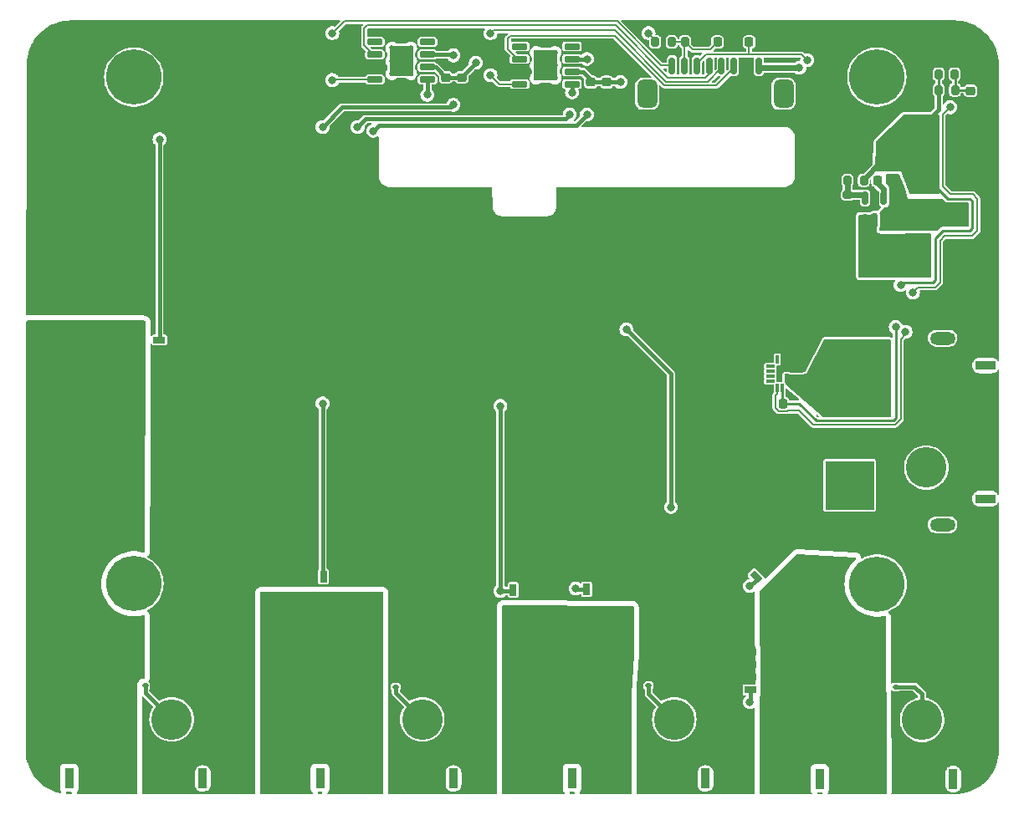
<source format=gbr>
%TF.GenerationSoftware,KiCad,Pcbnew,7.0.7*%
%TF.CreationDate,2023-09-08T11:37:07+10:00*%
%TF.ProjectId,rear_screen,72656172-5f73-4637-9265-656e2e6b6963,v0.2*%
%TF.SameCoordinates,Original*%
%TF.FileFunction,Copper,L1,Top*%
%TF.FilePolarity,Positive*%
%FSLAX46Y46*%
G04 Gerber Fmt 4.6, Leading zero omitted, Abs format (unit mm)*
G04 Created by KiCad (PCBNEW 7.0.7) date 2023-09-08 11:37:07*
%MOMM*%
%LPD*%
G01*
G04 APERTURE LIST*
G04 Aperture macros list*
%AMRoundRect*
0 Rectangle with rounded corners*
0 $1 Rounding radius*
0 $2 $3 $4 $5 $6 $7 $8 $9 X,Y pos of 4 corners*
0 Add a 4 corners polygon primitive as box body*
4,1,4,$2,$3,$4,$5,$6,$7,$8,$9,$2,$3,0*
0 Add four circle primitives for the rounded corners*
1,1,$1+$1,$2,$3*
1,1,$1+$1,$4,$5*
1,1,$1+$1,$6,$7*
1,1,$1+$1,$8,$9*
0 Add four rect primitives between the rounded corners*
20,1,$1+$1,$2,$3,$4,$5,0*
20,1,$1+$1,$4,$5,$6,$7,0*
20,1,$1+$1,$6,$7,$8,$9,0*
20,1,$1+$1,$8,$9,$2,$3,0*%
%AMRotRect*
0 Rectangle, with rotation*
0 The origin of the aperture is its center*
0 $1 length*
0 $2 width*
0 $3 Rotation angle, in degrees counterclockwise*
0 Add horizontal line*
21,1,$1,$2,0,0,$3*%
%AMFreePoly0*
4,1,9,2.975000,-2.350000,1.425000,-2.350000,1.425000,-2.100000,-1.650000,-2.100000,-1.650000,2.100000,1.425000,2.100000,1.425000,2.350000,2.975000,2.350000,2.975000,-2.350000,2.975000,-2.350000,$1*%
G04 Aperture macros list end*
%TA.AperFunction,SMDPad,CuDef*%
%ADD10RoundRect,0.225000X-0.225000X-0.250000X0.225000X-0.250000X0.225000X0.250000X-0.225000X0.250000X0*%
%TD*%
%TA.AperFunction,ComponentPad*%
%ADD11R,0.900000X2.000000*%
%TD*%
%TA.AperFunction,ComponentPad*%
%ADD12RoundRect,1.025000X1.025000X1.025000X-1.025000X1.025000X-1.025000X-1.025000X1.025000X-1.025000X0*%
%TD*%
%TA.AperFunction,ComponentPad*%
%ADD13C,4.100000*%
%TD*%
%TA.AperFunction,SMDPad,CuDef*%
%ADD14RoundRect,0.200000X0.200000X0.275000X-0.200000X0.275000X-0.200000X-0.275000X0.200000X-0.275000X0*%
%TD*%
%TA.AperFunction,ComponentPad*%
%ADD15C,5.600000*%
%TD*%
%TA.AperFunction,SMDPad,CuDef*%
%ADD16RoundRect,0.112500X0.187500X0.112500X-0.187500X0.112500X-0.187500X-0.112500X0.187500X-0.112500X0*%
%TD*%
%TA.AperFunction,SMDPad,CuDef*%
%ADD17R,1.200000X1.200000*%
%TD*%
%TA.AperFunction,SMDPad,CuDef*%
%ADD18RotRect,0.700000X1.150000X225.000000*%
%TD*%
%TA.AperFunction,SMDPad,CuDef*%
%ADD19FreePoly0,315.000000*%
%TD*%
%TA.AperFunction,SMDPad,CuDef*%
%ADD20RoundRect,0.150000X-0.650000X-0.150000X0.650000X-0.150000X0.650000X0.150000X-0.650000X0.150000X0*%
%TD*%
%TA.AperFunction,ComponentPad*%
%ADD21C,0.500000*%
%TD*%
%TA.AperFunction,SMDPad,CuDef*%
%ADD22R,2.410000X3.100000*%
%TD*%
%TA.AperFunction,SMDPad,CuDef*%
%ADD23R,0.700000X1.150000*%
%TD*%
%TA.AperFunction,SMDPad,CuDef*%
%ADD24FreePoly0,270.000000*%
%TD*%
%TA.AperFunction,SMDPad,CuDef*%
%ADD25R,1.070000X0.800000*%
%TD*%
%TA.AperFunction,SMDPad,CuDef*%
%ADD26RotRect,0.282800X0.282800X225.000000*%
%TD*%
%TA.AperFunction,SMDPad,CuDef*%
%ADD27R,0.200000X0.600000*%
%TD*%
%TA.AperFunction,SMDPad,CuDef*%
%ADD28R,0.300000X0.850000*%
%TD*%
%TA.AperFunction,SMDPad,CuDef*%
%ADD29R,0.850000X0.300000*%
%TD*%
%TA.AperFunction,SMDPad,CuDef*%
%ADD30RoundRect,0.225000X0.225000X0.250000X-0.225000X0.250000X-0.225000X-0.250000X0.225000X-0.250000X0*%
%TD*%
%TA.AperFunction,SMDPad,CuDef*%
%ADD31RoundRect,0.225000X-0.250000X0.225000X-0.250000X-0.225000X0.250000X-0.225000X0.250000X0.225000X0*%
%TD*%
%TA.AperFunction,SMDPad,CuDef*%
%ADD32RoundRect,0.200000X-0.200000X-0.275000X0.200000X-0.275000X0.200000X0.275000X-0.200000X0.275000X0*%
%TD*%
%TA.AperFunction,ComponentPad*%
%ADD33C,4.916000*%
%TD*%
%TA.AperFunction,ComponentPad*%
%ADD34R,4.916000X4.916000*%
%TD*%
%TA.AperFunction,ComponentPad*%
%ADD35O,2.600000X1.300000*%
%TD*%
%TA.AperFunction,ComponentPad*%
%ADD36R,2.000000X0.900000*%
%TD*%
%TA.AperFunction,ComponentPad*%
%ADD37RoundRect,1.025000X-1.025000X1.025000X-1.025000X-1.025000X1.025000X-1.025000X1.025000X1.025000X0*%
%TD*%
%TA.AperFunction,SMDPad,CuDef*%
%ADD38R,2.500000X1.500000*%
%TD*%
%TA.AperFunction,SMDPad,CuDef*%
%ADD39RoundRect,0.150000X0.150000X0.700000X-0.150000X0.700000X-0.150000X-0.700000X0.150000X-0.700000X0*%
%TD*%
%TA.AperFunction,SMDPad,CuDef*%
%ADD40RoundRect,0.500000X0.500000X0.900000X-0.500000X0.900000X-0.500000X-0.900000X0.500000X-0.900000X0*%
%TD*%
%TA.AperFunction,SMDPad,CuDef*%
%ADD41RoundRect,0.250000X-1.500000X-0.550000X1.500000X-0.550000X1.500000X0.550000X-1.500000X0.550000X0*%
%TD*%
%TA.AperFunction,SMDPad,CuDef*%
%ADD42RoundRect,0.150000X-0.150000X0.512500X-0.150000X-0.512500X0.150000X-0.512500X0.150000X0.512500X0*%
%TD*%
%TA.AperFunction,SMDPad,CuDef*%
%ADD43R,1.150000X0.700000*%
%TD*%
%TA.AperFunction,SMDPad,CuDef*%
%ADD44FreePoly0,180.000000*%
%TD*%
%TA.AperFunction,SMDPad,CuDef*%
%ADD45RoundRect,0.218750X-0.256250X0.218750X-0.256250X-0.218750X0.256250X-0.218750X0.256250X0.218750X0*%
%TD*%
%TA.AperFunction,SMDPad,CuDef*%
%ADD46RoundRect,0.200000X-0.275000X0.200000X-0.275000X-0.200000X0.275000X-0.200000X0.275000X0.200000X0*%
%TD*%
%TA.AperFunction,SMDPad,CuDef*%
%ADD47FreePoly0,0.000000*%
%TD*%
%TA.AperFunction,ViaPad*%
%ADD48C,0.800000*%
%TD*%
%TA.AperFunction,Conductor*%
%ADD49C,0.400000*%
%TD*%
%TA.AperFunction,Conductor*%
%ADD50C,0.200000*%
%TD*%
%TA.AperFunction,Conductor*%
%ADD51C,0.600000*%
%TD*%
%TA.AperFunction,Conductor*%
%ADD52C,0.250000*%
%TD*%
%TA.AperFunction,Conductor*%
%ADD53C,0.500000*%
%TD*%
G04 APERTURE END LIST*
D10*
%TO.P,C14,1*%
%TO.N,GPIO14*%
X149225000Y-64400000D03*
%TO.P,C14,2*%
%TO.N,GND*%
X150775000Y-64400000D03*
%TD*%
%TO.P,C13,1*%
%TO.N,GPIO13*%
X152425000Y-64400000D03*
%TO.P,C13,2*%
%TO.N,GND*%
X153975000Y-64400000D03*
%TD*%
D11*
%TO.P,J2,*%
%TO.N,*%
X97124466Y-139000000D03*
X83624466Y-139000000D03*
D12*
%TO.P,J2,1,Pin_1*%
%TO.N,Net-(D2-A)*%
X86774466Y-133000000D03*
D13*
%TO.P,J2,2,Pin_2*%
%TO.N,VIN*%
X93974466Y-133000000D03*
%TD*%
D14*
%TO.P,R7,1*%
%TO.N,Net-(D6-A)*%
X173256249Y-69250000D03*
%TO.P,R7,2*%
%TO.N,+5V*%
X171606249Y-69250000D03*
%TD*%
D15*
%TO.P,H1,1*%
%TO.N,N/C*%
X90150000Y-67960000D03*
%TD*%
D11*
%TO.P,J4,*%
%TO.N,*%
X148000000Y-139000000D03*
X134500000Y-139000000D03*
D12*
%TO.P,J4,1,Pin_1*%
%TO.N,Net-(D4-A)*%
X137650000Y-133000000D03*
D13*
%TO.P,J4,2,Pin_2*%
%TO.N,VIN*%
X144850000Y-133000000D03*
%TD*%
D16*
%TO.P,D3,1,K*%
%TO.N,VIN*%
X116650000Y-129700000D03*
%TO.P,D3,2,A*%
%TO.N,Net-(D3-A)*%
X114550000Y-129700000D03*
%TD*%
D17*
%TO.P,D7,1,K*%
%TO.N,Net-(D7-K)*%
X173900000Y-81699999D03*
%TO.P,D7,2,A*%
%TO.N,GND*%
X173900000Y-78899999D03*
%TD*%
D18*
%TO.P,Q2,1,S*%
%TO.N,GND*%
X155816152Y-115865004D03*
%TO.P,Q2,2,S*%
X154918126Y-116763030D03*
%TO.P,Q2,3,S*%
X154013030Y-117668126D03*
%TO.P,Q2,4,G*%
%TO.N,Net-(Q1-G)*%
X153115004Y-118566152D03*
D19*
%TO.P,Q2,5,D*%
%TO.N,Net-(D5-A)*%
X156777817Y-119527817D03*
%TD*%
D20*
%TO.P,U2,1,NC*%
%TO.N,unconnected-(U2-NC-Pad1)*%
X129185000Y-64845000D03*
%TO.P,U2,2,IN_A*%
%TO.N,GPIO10*%
X129185000Y-66115000D03*
%TO.P,U2,3,GND*%
%TO.N,GND*%
X129185000Y-67385000D03*
%TO.P,U2,4,IN_B*%
%TO.N,GPIO11*%
X129185000Y-68655000D03*
%TO.P,U2,5,~{OUT_B}*%
%TO.N,Net-(Q3-G)*%
X134485000Y-68655000D03*
%TO.P,U2,6,V+*%
%TO.N,VIN*%
X134485000Y-67385000D03*
%TO.P,U2,7,~{OUT_A}*%
%TO.N,Net-(Q1-G)*%
X134485000Y-66115000D03*
%TO.P,U2,8,NC*%
%TO.N,unconnected-(U2-NC-Pad8)*%
X134485000Y-64845000D03*
D21*
%TO.P,U2,9,TH*%
%TO.N,unconnected-(U2-TH-Pad9)*%
X130880000Y-65450000D03*
X130880000Y-66750000D03*
X130880000Y-68050000D03*
D22*
X131835000Y-66750000D03*
D21*
X132790000Y-65450000D03*
X132790000Y-66750000D03*
X132790000Y-68050000D03*
%TD*%
D23*
%TO.P,Q3,1,S*%
%TO.N,GND*%
X139780000Y-119830000D03*
%TO.P,Q3,2,S*%
X138510000Y-119830000D03*
%TO.P,Q3,3,S*%
X137230000Y-119830000D03*
%TO.P,Q3,4,G*%
%TO.N,Net-(Q3-G)*%
X135960000Y-119830000D03*
D24*
%TO.P,Q3,5,D*%
%TO.N,Net-(D4-A)*%
X137870000Y-123100000D03*
%TD*%
D25*
%TO.P,U4,1,IP+*%
%TO.N,BATT-*%
X157320000Y-98500000D03*
D26*
X156785000Y-98700000D03*
D27*
X156685000Y-98400000D03*
D25*
%TO.P,U4,2,IP-*%
%TO.N,GND*%
X157320000Y-97500000D03*
D26*
X156785000Y-97300000D03*
D27*
X156685000Y-97600000D03*
D28*
%TO.P,U4,3,GND*%
X155770000Y-96550000D03*
%TO.P,U4,4,~{FAULT}*%
%TO.N,unconnected-(U4-~{FAULT}-Pad4)*%
X155270000Y-96550000D03*
D29*
%TO.P,U4,5,NC*%
%TO.N,unconnected-(U4-NC-Pad5)*%
X154570000Y-97250000D03*
%TO.P,U4,6,NC*%
%TO.N,unconnected-(U4-NC-Pad6)*%
X154570000Y-97750000D03*
%TO.P,U4,7,NC*%
%TO.N,unconnected-(U4-NC-Pad7)*%
X154570000Y-98250000D03*
%TO.P,U4,8,NC*%
%TO.N,unconnected-(U4-NC-Pad8)*%
X154570000Y-98750000D03*
D28*
%TO.P,U4,9,VIOUT*%
%TO.N,GPIO13*%
X155270000Y-99450000D03*
%TO.P,U4,10,VCC*%
%TO.N,+5V*%
X155770000Y-99450000D03*
%TD*%
D30*
%TO.P,C3,1*%
%TO.N,VIN*%
X164275000Y-84500000D03*
%TO.P,C3,2*%
%TO.N,GND*%
X162725000Y-84500000D03*
%TD*%
D31*
%TO.P,C9,1*%
%TO.N,VIN*%
X138000000Y-68450000D03*
%TO.P,C9,2*%
%TO.N,GND*%
X138000000Y-70000000D03*
%TD*%
D23*
%TO.P,Q6,1,S*%
%TO.N,GND*%
X113160000Y-118530000D03*
%TO.P,Q6,2,S*%
X111890000Y-118530000D03*
%TO.P,Q6,3,S*%
X110610000Y-118530000D03*
%TO.P,Q6,4,G*%
%TO.N,Net-(Q6-G)*%
X109340000Y-118530000D03*
D24*
%TO.P,Q6,5,D*%
%TO.N,Net-(D3-A)*%
X111250000Y-121800000D03*
%TD*%
D31*
%TO.P,C10,1*%
%TO.N,VIN*%
X123320000Y-67975000D03*
%TO.P,C10,2*%
%TO.N,GND*%
X123320000Y-69525000D03*
%TD*%
D11*
%TO.P,J5,*%
%TO.N,*%
X173074466Y-139050000D03*
X159574466Y-139050000D03*
D12*
%TO.P,J5,1,Pin_1*%
%TO.N,Net-(D5-A)*%
X162724466Y-133050000D03*
D13*
%TO.P,J5,2,Pin_2*%
%TO.N,VIN*%
X169924466Y-133050000D03*
%TD*%
D20*
%TO.P,U1,1,NC*%
%TO.N,unconnected-(U1-NC-Pad1)*%
X114555000Y-64395000D03*
%TO.P,U1,2,IN_A*%
%TO.N,GPIO12*%
X114555000Y-65665000D03*
%TO.P,U1,3,GND*%
%TO.N,GND*%
X114555000Y-66935000D03*
%TO.P,U1,4,IN_B*%
%TO.N,GPIO21*%
X114555000Y-68205000D03*
%TO.P,U1,5,~{OUT_B}*%
%TO.N,Net-(Q7-G)*%
X119855000Y-68205000D03*
%TO.P,U1,6,V+*%
%TO.N,VIN*%
X119855000Y-66935000D03*
%TO.P,U1,7,~{OUT_A}*%
%TO.N,Net-(Q6-G)*%
X119855000Y-65665000D03*
%TO.P,U1,8,NC*%
%TO.N,unconnected-(U1-NC-Pad8)*%
X119855000Y-64395000D03*
D21*
%TO.P,U1,9,TH*%
%TO.N,unconnected-(U1-TH-Pad9)*%
X116250000Y-65000000D03*
X116250000Y-66300000D03*
X116250000Y-67600000D03*
D22*
X117205000Y-66300000D03*
D21*
X118160000Y-65000000D03*
X118160000Y-66300000D03*
X118160000Y-67600000D03*
%TD*%
D30*
%TO.P,C12,1*%
%TO.N,+5V*%
X155845000Y-101000000D03*
%TO.P,C12,2*%
%TO.N,GND*%
X154295000Y-101000000D03*
%TD*%
D32*
%TO.P,R5,1*%
%TO.N,VIN*%
X142925000Y-64400000D03*
%TO.P,R5,2*%
%TO.N,GPIO14*%
X144575000Y-64400000D03*
%TD*%
D33*
%TO.P,J6,1,Pin_1*%
%TO.N,BATT-*%
X162600000Y-98400000D03*
D34*
%TO.P,J6,2,Pin_2*%
%TO.N,VIN*%
X162600000Y-109300000D03*
D35*
%TO.P,J6,S1*%
%TO.N,N/C*%
X172000000Y-113300000D03*
%TO.P,J6,S2*%
X172000000Y-94400000D03*
%TD*%
D15*
%TO.P,H3,1*%
%TO.N,N/C*%
X165370000Y-119300000D03*
%TD*%
D36*
%TO.P,J1,*%
%TO.N,*%
X176350000Y-97150000D03*
X176350000Y-110650000D03*
D37*
%TO.P,J1,1,Pin_1*%
%TO.N,GND*%
X170350000Y-100300000D03*
D13*
%TO.P,J1,2,Pin_2*%
%TO.N,VIN*%
X170350000Y-107500000D03*
%TD*%
D30*
%TO.P,C6,1*%
%TO.N,+5V*%
X165875000Y-74800000D03*
%TO.P,C6,2*%
%TO.N,GND*%
X164325000Y-74800000D03*
%TD*%
D31*
%TO.P,C8,1*%
%TO.N,VIN*%
X136400000Y-68450000D03*
%TO.P,C8,2*%
%TO.N,GND*%
X136400000Y-70000000D03*
%TD*%
D38*
%TO.P,L1,1,1*%
%TO.N,Net-(D7-K)*%
X170200000Y-82450000D03*
%TO.P,L1,2,2*%
%TO.N,+5V*%
X170200000Y-78750000D03*
%TD*%
D15*
%TO.P,H2,1*%
%TO.N,N/C*%
X165339531Y-67939531D03*
%TD*%
D39*
%TO.P,J7,1,Pin_1*%
%TO.N,+5V*%
X153375000Y-66800000D03*
%TO.P,J7,2,Pin_2*%
%TO.N,GND*%
X152125000Y-66800000D03*
%TO.P,J7,3,Pin_3*%
%TO.N,GPIO10*%
X150875000Y-66800000D03*
%TO.P,J7,4,Pin_4*%
%TO.N,GPIO11*%
X149625000Y-66800000D03*
%TO.P,J7,5,Pin_5*%
%TO.N,GPIO12*%
X148375000Y-66800000D03*
%TO.P,J7,6,Pin_6*%
%TO.N,GPIO13*%
X147125000Y-66800000D03*
%TO.P,J7,7,Pin_7*%
%TO.N,GPIO14*%
X145875000Y-66800000D03*
%TO.P,J7,8,Pin_8*%
%TO.N,GPIO21*%
X144625000Y-66800000D03*
D40*
%TO.P,J7,MP*%
%TO.N,N/C*%
X155900000Y-69650000D03*
X142100000Y-69650000D03*
%TD*%
D41*
%TO.P,C1,1*%
%TO.N,VIN*%
X168800000Y-87000000D03*
%TO.P,C1,2*%
%TO.N,GND*%
X174200000Y-87000000D03*
%TD*%
D32*
%TO.P,R6,1*%
%TO.N,GPIO14*%
X145925000Y-64400000D03*
%TO.P,R6,2*%
%TO.N,GND*%
X147575000Y-64400000D03*
%TD*%
D14*
%TO.P,R3,1*%
%TO.N,+5V*%
X164024999Y-78400000D03*
%TO.P,R3,2*%
%TO.N,Net-(U3-FB)*%
X162374999Y-78400000D03*
%TD*%
D42*
%TO.P,U3,1,BST*%
%TO.N,Net-(U3-BST)*%
X166050000Y-80200001D03*
%TO.P,U3,2,GND*%
%TO.N,GND*%
X165100000Y-80200001D03*
%TO.P,U3,3,FB*%
%TO.N,Net-(U3-FB)*%
X164150000Y-80200001D03*
%TO.P,U3,4,EN*%
%TO.N,VIN*%
X164150000Y-82475001D03*
%TO.P,U3,5,VIN*%
X165100000Y-82475001D03*
%TO.P,U3,6,LX*%
%TO.N,Net-(D7-K)*%
X166050000Y-82475001D03*
%TD*%
D16*
%TO.P,D2,1,K*%
%TO.N,VIN*%
X91300000Y-129600000D03*
%TO.P,D2,2,A*%
%TO.N,Net-(D2-A)*%
X89200000Y-129600000D03*
%TD*%
D10*
%TO.P,C4,1*%
%TO.N,Net-(U3-BST)*%
X165425000Y-78400000D03*
%TO.P,C4,2*%
%TO.N,Net-(D7-K)*%
X166975000Y-78400000D03*
%TD*%
D16*
%TO.P,D5,1,K*%
%TO.N,VIN*%
X167300000Y-129700000D03*
%TO.P,D5,2,A*%
%TO.N,Net-(D5-A)*%
X165200000Y-129700000D03*
%TD*%
D11*
%TO.P,J3,*%
%TO.N,*%
X122500000Y-139000000D03*
X109000000Y-139000000D03*
D12*
%TO.P,J3,1,Pin_1*%
%TO.N,Net-(D3-A)*%
X112150000Y-133000000D03*
D13*
%TO.P,J3,2,Pin_2*%
%TO.N,VIN*%
X119350000Y-133000000D03*
%TD*%
D15*
%TO.P,H4,1*%
%TO.N,N/C*%
X90160000Y-119260000D03*
%TD*%
D31*
%TO.P,C11,1*%
%TO.N,VIN*%
X121720000Y-67975000D03*
%TO.P,C11,2*%
%TO.N,GND*%
X121720000Y-69525000D03*
%TD*%
D43*
%TO.P,Q7,1,S*%
%TO.N,GND*%
X92725435Y-98385877D03*
%TO.P,Q7,2,S*%
X92725435Y-97115877D03*
%TO.P,Q7,3,S*%
X92725435Y-95835877D03*
%TO.P,Q7,4,G*%
%TO.N,Net-(Q7-G)*%
X92725435Y-94565877D03*
D44*
%TO.P,Q7,5,D*%
%TO.N,Net-(D2-A)*%
X89455435Y-96475877D03*
%TD*%
D41*
%TO.P,C5,1*%
%TO.N,+5V*%
X168700000Y-74100000D03*
%TO.P,C5,2*%
%TO.N,GND*%
X174300000Y-74100000D03*
%TD*%
D30*
%TO.P,C7,1*%
%TO.N,+5V*%
X165874999Y-76500000D03*
%TO.P,C7,2*%
%TO.N,GND*%
X164324999Y-76500000D03*
%TD*%
D16*
%TO.P,D4,1,K*%
%TO.N,VIN*%
X142250000Y-129600000D03*
%TO.P,D4,2,A*%
%TO.N,Net-(D4-A)*%
X140150000Y-129600000D03*
%TD*%
D32*
%TO.P,R8,1*%
%TO.N,+5V*%
X171581248Y-67639999D03*
%TO.P,R8,2*%
%TO.N,Net-(D6-A)*%
X173231248Y-67639999D03*
%TD*%
D45*
%TO.P,D6,1,K*%
%TO.N,GND*%
X174831248Y-67762503D03*
%TO.P,D6,2,A*%
%TO.N,Net-(D6-A)*%
X174831248Y-69337503D03*
%TD*%
D30*
%TO.P,C2,1*%
%TO.N,VIN*%
X164275000Y-86000000D03*
%TO.P,C2,2*%
%TO.N,GND*%
X162725000Y-86000000D03*
%TD*%
D46*
%TO.P,R4,1*%
%TO.N,Net-(U3-FB)*%
X162399999Y-79875000D03*
%TO.P,R4,2*%
%TO.N,GND*%
X162399999Y-81525000D03*
%TD*%
D23*
%TO.P,Q4,1,S*%
%TO.N,GND*%
X132360000Y-119880000D03*
%TO.P,Q4,2,S*%
X131090000Y-119880000D03*
%TO.P,Q4,3,S*%
X129810000Y-119880000D03*
%TO.P,Q4,4,G*%
%TO.N,Net-(Q3-G)*%
X128540000Y-119880000D03*
D24*
%TO.P,Q4,5,D*%
%TO.N,Net-(D4-A)*%
X130450000Y-123150000D03*
%TD*%
D43*
%TO.P,Q1,1,S*%
%TO.N,GND*%
X152530000Y-126190000D03*
%TO.P,Q1,2,S*%
X152530000Y-127460000D03*
%TO.P,Q1,3,S*%
X152530000Y-128740000D03*
%TO.P,Q1,4,G*%
%TO.N,Net-(Q1-G)*%
X152530000Y-130010000D03*
D47*
%TO.P,Q1,5,D*%
%TO.N,Net-(D5-A)*%
X155800000Y-128100000D03*
%TD*%
D48*
%TO.N,GPIO11*%
X126250000Y-67750000D03*
X126250000Y-63500000D03*
%TO.N,GPIO13*%
X168250000Y-93750000D03*
X172750000Y-71000000D03*
X169000000Y-89750000D03*
X158277465Y-66222535D03*
%TO.N,GPIO21*%
X110250000Y-68250000D03*
X110250000Y-63500000D03*
%TO.N,Net-(D2-A)*%
X88800000Y-95000000D03*
X90300000Y-95000002D03*
X87300001Y-95000000D03*
X87300002Y-98000000D03*
X90300000Y-96500000D03*
X88800000Y-98000000D03*
X88800000Y-96500000D03*
X90300000Y-98000000D03*
X87300001Y-96500000D03*
%TO.N,Net-(D3-A)*%
X109756428Y-124020710D03*
X111256427Y-121020711D03*
X112756428Y-122520712D03*
X109756428Y-121020712D03*
X109756428Y-122520710D03*
X112756428Y-124020712D03*
X112756429Y-121020712D03*
X111256428Y-124020712D03*
X111256428Y-122520710D03*
%TO.N,Net-(D4-A)*%
X130469300Y-123787718D03*
X128840000Y-125300000D03*
X139393295Y-123759064D03*
X130469300Y-122287718D03*
X131969300Y-122287718D03*
X137893295Y-123759064D03*
X137893295Y-122259064D03*
X137893295Y-125259064D03*
X128840000Y-122300000D03*
X136393295Y-125259064D03*
X128840000Y-123800000D03*
X139393295Y-125259063D03*
X139393295Y-122259064D03*
X131969299Y-123787718D03*
X136393295Y-123759064D03*
X136393296Y-122259064D03*
X130469300Y-125287718D03*
X131969300Y-125287718D03*
%TO.N,Net-(D5-A)*%
X158348409Y-118960774D03*
X156280000Y-128175534D03*
X158348409Y-121082095D03*
X155166428Y-120021434D03*
X157780000Y-126675534D03*
X157780000Y-129675534D03*
X157287749Y-122142755D03*
X156280000Y-129675534D03*
X159409069Y-120021434D03*
X154780000Y-129675534D03*
X156280000Y-126675534D03*
X156227089Y-118960773D03*
X154780000Y-128175534D03*
X157287749Y-117900114D03*
X157780000Y-128175534D03*
X156227089Y-121082095D03*
X157287749Y-120021434D03*
X154780000Y-126675534D03*
%TO.N,+5V*%
X167750000Y-89000000D03*
X167250000Y-93250000D03*
X168750000Y-72500000D03*
X157500000Y-67000000D03*
%TO.N,VIN*%
X166000000Y-87000000D03*
X169000000Y-85500000D03*
X142250000Y-63500000D03*
X167525000Y-85550000D03*
X124750000Y-66500000D03*
X139390000Y-68450000D03*
%TO.N,Net-(Q1-G)*%
X144500000Y-111500000D03*
X136000000Y-66115000D03*
X140000000Y-93500000D03*
X136000000Y-71750000D03*
X152500000Y-131250000D03*
X152500000Y-119500000D03*
X114400000Y-73400000D03*
%TO.N,Net-(Q3-G)*%
X127250000Y-120000000D03*
X127250000Y-101250000D03*
X112800000Y-73000000D03*
X134870000Y-119750000D03*
X134250000Y-71750000D03*
X134500000Y-69500000D03*
%TO.N,Net-(Q7-G)*%
X92750000Y-74250000D03*
X119855000Y-69750000D03*
%TO.N,Net-(Q6-G)*%
X122500000Y-65750000D03*
X122500000Y-70750000D03*
X109250000Y-73000000D03*
X109250000Y-101000000D03*
%TO.N,BATT-*%
X165750000Y-98500000D03*
X164250000Y-101750000D03*
X159000000Y-98250000D03*
X162250000Y-95250000D03*
X165750000Y-100250000D03*
X162250000Y-101750000D03*
X159250000Y-100000000D03*
X160500000Y-95250000D03*
X165750000Y-101750000D03*
X165750000Y-95250000D03*
X165750000Y-96750000D03*
X159500000Y-96750000D03*
X160250000Y-101750000D03*
X164000000Y-95250000D03*
%TD*%
D49*
%TO.N,Net-(Q1-G)*%
X114400000Y-73400000D02*
X115000000Y-72800000D01*
X134950000Y-72800000D02*
X136000000Y-71750000D01*
X115000000Y-72800000D02*
X134950000Y-72800000D01*
%TO.N,Net-(Q3-G)*%
X113600000Y-72200000D02*
X133800000Y-72200000D01*
X133800000Y-72200000D02*
X134250000Y-71750000D01*
X112800000Y-73000000D02*
X113600000Y-72200000D01*
D50*
%TO.N,GPIO14*%
X149225000Y-64400000D02*
X148450000Y-65175000D01*
X148450000Y-65175000D02*
X146700000Y-65175000D01*
X146700000Y-65175000D02*
X145925000Y-64400000D01*
%TO.N,GPIO13*%
X152425000Y-64400000D02*
X152425000Y-65625000D01*
X152425000Y-65625000D02*
X152400000Y-65650000D01*
%TO.N,GPIO14*%
X144625000Y-64640990D02*
X144865990Y-64400000D01*
X144865990Y-64400000D02*
X145900000Y-64400000D01*
X145900000Y-64400000D02*
X145900000Y-66475000D01*
%TO.N,VIN*%
X142250000Y-63500000D02*
X142925000Y-64175000D01*
X142925000Y-64175000D02*
X142925000Y-64400000D01*
%TO.N,GPIO13*%
X148038604Y-65650000D02*
X152400000Y-65650000D01*
X152400000Y-65650000D02*
X157704930Y-65650000D01*
%TO.N,GPIO10*%
X149111396Y-68800000D02*
X150875000Y-67036396D01*
X128000000Y-65096396D02*
X128000000Y-64000000D01*
X150875000Y-67036396D02*
X150875000Y-66800000D01*
X129018604Y-66115000D02*
X128000000Y-65096396D01*
X128000000Y-64000000D02*
X128250000Y-63750000D01*
X129185000Y-66115000D02*
X129018604Y-66115000D01*
X143852942Y-68800000D02*
X149111396Y-68800000D01*
X138802942Y-63750000D02*
X143852942Y-68800000D01*
X128250000Y-63750000D02*
X138802942Y-63750000D01*
%TO.N,GPIO11*%
X138820494Y-63201866D02*
X126548134Y-63201866D01*
X127155000Y-68655000D02*
X126250000Y-67750000D01*
X129185000Y-68655000D02*
X127155000Y-68655000D01*
X148261396Y-68400000D02*
X144018628Y-68400000D01*
X149625000Y-66800000D02*
X149625000Y-67036396D01*
X126548134Y-63201866D02*
X126250000Y-63500000D01*
X149625000Y-67036396D02*
X148261396Y-68400000D01*
X144018628Y-68400000D02*
X138820494Y-63201866D01*
%TO.N,GPIO12*%
X144184314Y-68000000D02*
X148000000Y-68000000D01*
X148375000Y-67625000D02*
X148375000Y-66800000D01*
X113750000Y-62700000D02*
X138884314Y-62700000D01*
X148000000Y-68000000D02*
X148375000Y-67625000D01*
X114388604Y-65665000D02*
X113455000Y-64731396D01*
X114555000Y-65665000D02*
X114388604Y-65665000D01*
X113455000Y-64731396D02*
X113455000Y-62995000D01*
X138884314Y-62700000D02*
X144184314Y-68000000D01*
X113455000Y-62995000D02*
X113750000Y-62700000D01*
%TO.N,GPIO13*%
X171750000Y-88750000D02*
X171250000Y-89250000D01*
X167750000Y-102601040D02*
X167176041Y-103175000D01*
X156287462Y-101775000D02*
X155402538Y-101775000D01*
X172000000Y-71750000D02*
X172000000Y-79000000D01*
X147125000Y-66800000D02*
X147125000Y-66563604D01*
X175000000Y-84050520D02*
X172199480Y-84050520D01*
X171250000Y-89250000D02*
X169500000Y-89250000D01*
X175500000Y-83550520D02*
X175000000Y-84050520D01*
X167176041Y-103175000D02*
X158925000Y-103175000D01*
X147125000Y-66563604D02*
X148038604Y-65650000D01*
X168250000Y-93750000D02*
X168250000Y-94000000D01*
X172199480Y-84050520D02*
X171750000Y-84500000D01*
X169500000Y-89250000D02*
X169000000Y-89750000D01*
X175500000Y-80250000D02*
X175500000Y-83550520D01*
X167750000Y-94500000D02*
X167750000Y-102601040D01*
X168250000Y-94000000D02*
X167750000Y-94500000D01*
X171750000Y-84500000D02*
X171750000Y-88750000D01*
X156312462Y-101750000D02*
X156287462Y-101775000D01*
X155270000Y-100000000D02*
X155270000Y-99450000D01*
X157704930Y-65650000D02*
X158277465Y-66222535D01*
X172799999Y-79799999D02*
X175049999Y-79799999D01*
X155402538Y-101775000D02*
X155095000Y-101467462D01*
X172000000Y-79000000D02*
X172799999Y-79799999D01*
X172750000Y-71000000D02*
X172000000Y-71750000D01*
X175049999Y-79799999D02*
X175500000Y-80250000D01*
X158925000Y-103175000D02*
X157500000Y-101750000D01*
X155095000Y-101467462D02*
X155095000Y-100175000D01*
X155095000Y-100175000D02*
X155270000Y-100000000D01*
X157500000Y-101750000D02*
X156312462Y-101750000D01*
%TO.N,GPIO21*%
X110250000Y-63500000D02*
X111450000Y-62300000D01*
X111450000Y-62300000D02*
X139050000Y-62300000D01*
D49*
X144649999Y-66825000D02*
X144624999Y-66800000D01*
D50*
X110295000Y-68205000D02*
X110250000Y-68250000D01*
X143500000Y-66750000D02*
X144575000Y-66750000D01*
X114555000Y-68205000D02*
X110295000Y-68205000D01*
X144575000Y-66750000D02*
X144625000Y-66800000D01*
X139050000Y-62300000D02*
X143500000Y-66750000D01*
D51*
%TO.N,Net-(U3-BST)*%
X165425000Y-78400000D02*
X165425000Y-78675000D01*
X166050000Y-79300000D02*
X166050000Y-80199998D01*
X165425000Y-78675000D02*
X166050000Y-79300000D01*
D52*
%TO.N,+5V*%
X159250000Y-102750000D02*
X157500000Y-101000000D01*
X172500000Y-80250000D02*
X171000000Y-78750000D01*
D51*
X157500000Y-67000000D02*
X153575000Y-67000000D01*
D53*
X164920406Y-77475000D02*
X164025000Y-78370406D01*
D52*
X167250000Y-93250000D02*
X167250000Y-102500000D01*
D49*
X171606249Y-69250000D02*
X171606249Y-71193751D01*
D53*
X165875000Y-76500000D02*
X164920406Y-77454594D01*
D52*
X171000000Y-88750000D02*
X171250000Y-88500000D01*
D51*
X153575000Y-67000000D02*
X153375000Y-66800000D01*
D52*
X171250000Y-88500000D02*
X171250000Y-84250000D01*
X174750000Y-83500000D02*
X175000000Y-83250000D01*
X171606249Y-67665000D02*
X171581250Y-67640000D01*
X153410001Y-66764998D02*
X153375000Y-66799999D01*
X168000000Y-88750000D02*
X171000000Y-88750000D01*
X174750000Y-80250000D02*
X175000000Y-80500000D01*
X157500000Y-101000000D02*
X155845000Y-101000000D01*
X171000000Y-78750000D02*
X170200000Y-78750000D01*
D49*
X171606249Y-71193751D02*
X168700000Y-74100000D01*
D52*
X167250000Y-102500000D02*
X167000000Y-102750000D01*
X167750000Y-89000000D02*
X168000000Y-88750000D01*
X155770000Y-100925000D02*
X155845000Y-101000000D01*
X175000000Y-80500000D02*
X175000000Y-83250000D01*
X171606248Y-69250000D02*
X171606249Y-67665000D01*
X167000000Y-102750000D02*
X159250000Y-102750000D01*
X172000000Y-83500000D02*
X174750000Y-83500000D01*
D53*
X164920406Y-77454594D02*
X164920406Y-77475000D01*
D52*
X155770000Y-99450000D02*
X155770000Y-100925000D01*
X174750000Y-80250000D02*
X172500000Y-80250000D01*
D53*
X164025000Y-78370406D02*
X164025000Y-78399999D01*
D52*
X171250000Y-84250000D02*
X172000000Y-83500000D01*
D51*
%TO.N,Net-(U3-FB)*%
X162375000Y-78399999D02*
X162375001Y-79850000D01*
X162375001Y-79850000D02*
X162400000Y-79874999D01*
X162400000Y-79874999D02*
X163825001Y-79874999D01*
X163825001Y-79874999D02*
X164150000Y-80200000D01*
D49*
%TO.N,VIN*%
X120680000Y-66935000D02*
X121720000Y-67975000D01*
X134485000Y-67385000D02*
X135592817Y-67385000D01*
X123320000Y-67930000D02*
X124750000Y-66500000D01*
X169000000Y-86800000D02*
X168800000Y-87000000D01*
X91300000Y-130325534D02*
X93974466Y-133000000D01*
X91300000Y-129600000D02*
X91300000Y-130325534D01*
X116650000Y-130300000D02*
X119350000Y-133000000D01*
X166062500Y-87000000D02*
X168800000Y-87000000D01*
X167300000Y-129700000D02*
X169183944Y-129700000D01*
X169924466Y-130440522D02*
X169924466Y-133050000D01*
X167525000Y-86275000D02*
X168250000Y-87000000D01*
X169183944Y-129700000D02*
X169924466Y-130440522D01*
X121720000Y-67975000D02*
X123320000Y-67975000D01*
X119855000Y-66935000D02*
X120680000Y-66935000D01*
X135592817Y-67385000D02*
X136400000Y-68192183D01*
X136400000Y-68192183D02*
X136400000Y-68450000D01*
X142250000Y-130400000D02*
X144850000Y-133000000D01*
X139390000Y-68450000D02*
X136400000Y-68450000D01*
X167525000Y-85550000D02*
X167525000Y-86275000D01*
X123320000Y-67975000D02*
X123320000Y-67930000D01*
X142250000Y-129600000D02*
X142250000Y-130400000D01*
X169000000Y-85550000D02*
X169000000Y-86800000D01*
X116650000Y-129700000D02*
X116650000Y-130300000D01*
X168250000Y-87000000D02*
X168800000Y-87000000D01*
D53*
%TO.N,GND*%
X162562500Y-81362500D02*
X162400000Y-81525001D01*
X165100000Y-80200001D02*
X165100001Y-80900000D01*
X164637500Y-81362500D02*
X162562500Y-81362500D01*
X165100001Y-80900000D02*
X164637500Y-81362500D01*
D49*
%TO.N,Net-(Q1-G)*%
X153115004Y-118884996D02*
X152500000Y-119500000D01*
X153115004Y-118566152D02*
X153115004Y-118884996D01*
X152530000Y-131220000D02*
X152500000Y-131250000D01*
X144500000Y-111500000D02*
X144500000Y-98000000D01*
X136000000Y-66115000D02*
X134485000Y-66115000D01*
X144500000Y-98000000D02*
X140000000Y-93500000D01*
X152530000Y-130010000D02*
X152530000Y-131220000D01*
%TO.N,Net-(Q3-G)*%
X134485000Y-69485000D02*
X134500000Y-69500000D01*
X134625000Y-68795000D02*
X134485000Y-68655000D01*
X128420000Y-120000000D02*
X128540000Y-119880000D01*
X127250000Y-101250000D02*
X127250000Y-120000000D01*
X127250000Y-120000000D02*
X128420000Y-120000000D01*
X134485000Y-68655000D02*
X134485000Y-69485000D01*
X134950000Y-119830000D02*
X135960000Y-119830000D01*
X134870000Y-119750000D02*
X134950000Y-119830000D01*
%TO.N,Net-(Q7-G)*%
X92750000Y-74250000D02*
X92750000Y-94541312D01*
X119855000Y-69750000D02*
X119855000Y-68205000D01*
X92750000Y-94541312D02*
X92725435Y-94565877D01*
%TO.N,Net-(Q6-G)*%
X122250000Y-71000000D02*
X111250000Y-71000000D01*
X122415000Y-65665000D02*
X122500000Y-65750000D01*
X109250000Y-118440000D02*
X109340000Y-118530000D01*
X119855000Y-65665000D02*
X122415000Y-65665000D01*
X111250000Y-71000000D02*
X109250000Y-73000000D01*
X122500000Y-70750000D02*
X122250000Y-71000000D01*
X109250000Y-101000000D02*
X109250000Y-118440000D01*
D52*
%TO.N,Net-(D6-A)*%
X173256249Y-67664999D02*
X173231250Y-67640000D01*
X173256249Y-69250000D02*
X174743750Y-69250000D01*
X174743750Y-69250000D02*
X174831248Y-69337498D01*
X173256249Y-69250000D02*
X173256249Y-67664999D01*
%TD*%
%TA.AperFunction,Conductor*%
%TO.N,Net-(D7-K)*%
G36*
X167563191Y-77775185D02*
G01*
X167608946Y-77827989D01*
X167610754Y-77832148D01*
X168116904Y-79057564D01*
X168208397Y-79279074D01*
X168210479Y-79284931D01*
X168499999Y-80249999D01*
X168500000Y-80250000D01*
X171917601Y-80250000D01*
X171984640Y-80269685D01*
X172005282Y-80286319D01*
X172197849Y-80478886D01*
X172213977Y-80498745D01*
X172219916Y-80507836D01*
X172247932Y-80529641D01*
X172253693Y-80534730D01*
X172256482Y-80537519D01*
X172275483Y-80551085D01*
X172318810Y-80584809D01*
X172318811Y-80584809D01*
X172325722Y-80588549D01*
X172332800Y-80592010D01*
X172385405Y-80607670D01*
X172385405Y-80607671D01*
X172437340Y-80625500D01*
X172437342Y-80625500D01*
X172445079Y-80626791D01*
X172452909Y-80627767D01*
X172452911Y-80627768D01*
X172452912Y-80627767D01*
X172452913Y-80627768D01*
X172507755Y-80625500D01*
X174500500Y-80625500D01*
X174567539Y-80645185D01*
X174613294Y-80697989D01*
X174624500Y-80749500D01*
X174624500Y-83000500D01*
X174604815Y-83067539D01*
X174552011Y-83113294D01*
X174500500Y-83124500D01*
X172051804Y-83124500D01*
X172026359Y-83121861D01*
X172015733Y-83119633D01*
X172015730Y-83119633D01*
X171980508Y-83124023D01*
X171972832Y-83124500D01*
X171968886Y-83124500D01*
X171951615Y-83127381D01*
X171945858Y-83128342D01*
X171891370Y-83135134D01*
X171883857Y-83137371D01*
X171876387Y-83139936D01*
X171828122Y-83166055D01*
X171778792Y-83190171D01*
X171772375Y-83194753D01*
X171766175Y-83199579D01*
X171728992Y-83239970D01*
X171517360Y-83451600D01*
X171456037Y-83485085D01*
X171431034Y-83487912D01*
X165705792Y-83550486D01*
X165638542Y-83531535D01*
X165592212Y-83479234D01*
X165580437Y-83426493D01*
X165580437Y-83250928D01*
X165593952Y-83194633D01*
X165596226Y-83190171D01*
X165635646Y-83112805D01*
X165635646Y-83112803D01*
X165635647Y-83112802D01*
X165650499Y-83019025D01*
X165650500Y-83019020D01*
X165650499Y-81930983D01*
X165635646Y-81837197D01*
X165626159Y-81818579D01*
X165613262Y-81749912D01*
X165639537Y-81685171D01*
X165644048Y-81679809D01*
X166112294Y-81154490D01*
X166171595Y-81117545D01*
X166204857Y-81113000D01*
X166231518Y-81113000D01*
X166325304Y-81098147D01*
X166438342Y-81040551D01*
X166528050Y-80950843D01*
X166585646Y-80837805D01*
X166585646Y-80837803D01*
X166585647Y-80837802D01*
X166600500Y-80744025D01*
X166600500Y-79309396D01*
X166600500Y-79309395D01*
X166602762Y-79243174D01*
X166592283Y-79200174D01*
X166591096Y-79193931D01*
X166585070Y-79150082D01*
X166585070Y-79150080D01*
X166577921Y-79133622D01*
X166571180Y-79113578D01*
X166566933Y-79096148D01*
X166553146Y-79071628D01*
X166545239Y-79057564D01*
X166542414Y-79051876D01*
X166535585Y-79036157D01*
X166524780Y-79011280D01*
X166513454Y-78997359D01*
X166501556Y-78979877D01*
X166492764Y-78964240D01*
X166461472Y-78932948D01*
X166457215Y-78928231D01*
X166429278Y-78893892D01*
X166414613Y-78883540D01*
X166398446Y-78869922D01*
X166286318Y-78757794D01*
X166252834Y-78696471D01*
X166250000Y-78670113D01*
X166250000Y-77879500D01*
X166269685Y-77812461D01*
X166322489Y-77766706D01*
X166374000Y-77755500D01*
X167496152Y-77755500D01*
X167563191Y-77775185D01*
G37*
%TD.AperFunction*%
%TD*%
%TA.AperFunction,Conductor*%
%TO.N,+5V*%
G36*
X171592539Y-71719684D02*
G01*
X171638294Y-71772488D01*
X171649500Y-71823999D01*
X171649500Y-78950788D01*
X171646861Y-78976232D01*
X171644957Y-78985311D01*
X171644957Y-78985317D01*
X171649023Y-79017937D01*
X171649500Y-79025614D01*
X171649500Y-79029038D01*
X171653087Y-79050541D01*
X171659427Y-79101393D01*
X171661520Y-79108426D01*
X171663908Y-79115381D01*
X171685055Y-79154457D01*
X171700000Y-79213474D01*
X171700000Y-79675999D01*
X171680315Y-79743038D01*
X171627511Y-79788793D01*
X171576000Y-79799999D01*
X168782942Y-79799999D01*
X168715903Y-79780314D01*
X168670148Y-79727510D01*
X168668334Y-79723337D01*
X167750001Y-77500000D01*
X167750000Y-77500000D01*
X165325038Y-77500000D01*
X165257999Y-77480315D01*
X165212244Y-77427511D01*
X165201042Y-77374967D01*
X165224566Y-74552031D01*
X165244809Y-74485158D01*
X165262428Y-74463861D01*
X168088966Y-71734791D01*
X168150864Y-71702389D01*
X168175083Y-71699999D01*
X171525500Y-71699999D01*
X171592539Y-71719684D01*
G37*
%TD.AperFunction*%
%TD*%
%TA.AperFunction,Conductor*%
%TO.N,VIN*%
G36*
X165308081Y-81719685D02*
G01*
X165353836Y-81772489D01*
X165362911Y-81801112D01*
X165375047Y-81865735D01*
X165375051Y-81865748D01*
X165383628Y-81890915D01*
X165388730Y-81911514D01*
X165393472Y-81941451D01*
X165394999Y-81960851D01*
X165394999Y-82989151D01*
X165393469Y-83008567D01*
X165392689Y-83013487D01*
X165380706Y-83050362D01*
X165366302Y-83078631D01*
X165345510Y-83134991D01*
X165345510Y-83134993D01*
X165331996Y-83191284D01*
X165324937Y-83250928D01*
X165324937Y-83250931D01*
X165324937Y-83426494D01*
X165331075Y-83482168D01*
X165342852Y-83534910D01*
X165342852Y-83534911D01*
X165346300Y-83547088D01*
X165350684Y-83562567D01*
X165374210Y-83602850D01*
X165400956Y-83648648D01*
X165400961Y-83648655D01*
X165447284Y-83700948D01*
X165480401Y-83732213D01*
X165480406Y-83732217D01*
X165569241Y-83777457D01*
X165602865Y-83786932D01*
X165636489Y-83796408D01*
X165636488Y-83796408D01*
X165697602Y-83804514D01*
X165708584Y-83805971D01*
X170724647Y-83751147D01*
X170791895Y-83770098D01*
X170838225Y-83822399D01*
X170850000Y-83875140D01*
X170850001Y-88126000D01*
X170830316Y-88193039D01*
X170777512Y-88238794D01*
X170726001Y-88250000D01*
X163624000Y-88250000D01*
X163556961Y-88230315D01*
X163511206Y-88177511D01*
X163500000Y-88126000D01*
X163500000Y-81987000D01*
X163519685Y-81919961D01*
X163572489Y-81874206D01*
X163624000Y-81863000D01*
X164570356Y-81863000D01*
X164596714Y-81865834D01*
X164601426Y-81866859D01*
X164653170Y-81863157D01*
X164657594Y-81863000D01*
X164673297Y-81863000D01*
X164673299Y-81863000D01*
X164688851Y-81860763D01*
X164693232Y-81860292D01*
X164744983Y-81856591D01*
X164749501Y-81854905D01*
X164775185Y-81848350D01*
X164779957Y-81847665D01*
X164827146Y-81826113D01*
X164831228Y-81824422D01*
X164860138Y-81813640D01*
X164879829Y-81806297D01*
X164879829Y-81806296D01*
X164879831Y-81806296D01*
X164883689Y-81803407D01*
X164906495Y-81789875D01*
X164910873Y-81787877D01*
X164950064Y-81753916D01*
X164953514Y-81751137D01*
X164956039Y-81749246D01*
X164966093Y-81741721D01*
X164971494Y-81736319D01*
X165032818Y-81702834D01*
X165059176Y-81700000D01*
X165241042Y-81700000D01*
X165308081Y-81719685D01*
G37*
%TD.AperFunction*%
%TD*%
%TA.AperFunction,Conductor*%
%TO.N,GND*%
G36*
X111015274Y-62219245D02*
G01*
X111034019Y-62264500D01*
X111015274Y-62309755D01*
X110513388Y-62811639D01*
X110468133Y-62830384D01*
X110452817Y-62828524D01*
X110335062Y-62799501D01*
X110335058Y-62799500D01*
X110335056Y-62799500D01*
X110164944Y-62799500D01*
X110164937Y-62799500D01*
X109999777Y-62840208D01*
X109849148Y-62919266D01*
X109721816Y-63032071D01*
X109721814Y-63032073D01*
X109625182Y-63172068D01*
X109564859Y-63331129D01*
X109544355Y-63499996D01*
X109544355Y-63500003D01*
X109564859Y-63668870D01*
X109625182Y-63827931D01*
X109721814Y-63967926D01*
X109721816Y-63967928D01*
X109721817Y-63967929D01*
X109849148Y-64080734D01*
X109968941Y-64143607D01*
X109999777Y-64159791D01*
X110164937Y-64200499D01*
X110164942Y-64200499D01*
X110164944Y-64200500D01*
X110164946Y-64200500D01*
X110335054Y-64200500D01*
X110335056Y-64200500D01*
X110335058Y-64200499D01*
X110335062Y-64200499D01*
X110500222Y-64159791D01*
X110500222Y-64159790D01*
X110500225Y-64159790D01*
X110650852Y-64080734D01*
X110778183Y-63967929D01*
X110874818Y-63827930D01*
X110935140Y-63668872D01*
X110955645Y-63500000D01*
X110935140Y-63331128D01*
X110924709Y-63303623D01*
X110926188Y-63254663D01*
X110939292Y-63235677D01*
X111555725Y-62619245D01*
X111600981Y-62600500D01*
X113270018Y-62600500D01*
X113315273Y-62619245D01*
X113334018Y-62664500D01*
X113315273Y-62709755D01*
X113315272Y-62709756D01*
X113284553Y-62740474D01*
X113275268Y-62747156D01*
X113275504Y-62747468D01*
X113270775Y-62751039D01*
X113238098Y-62786882D01*
X113237078Y-62787950D01*
X113222821Y-62802207D01*
X113220128Y-62806138D01*
X113217379Y-62809608D01*
X113195085Y-62834065D01*
X113195082Y-62834070D01*
X113190066Y-62847018D01*
X113183192Y-62860060D01*
X113175346Y-62871515D01*
X113175342Y-62871524D01*
X113167768Y-62903725D01*
X113166456Y-62907961D01*
X113154500Y-62938822D01*
X113154500Y-62952711D01*
X113152800Y-62967364D01*
X113149621Y-62980879D01*
X113149620Y-62980883D01*
X113152358Y-63000500D01*
X113154193Y-63013659D01*
X113154500Y-63018078D01*
X113154500Y-64671939D01*
X113152657Y-64683235D01*
X113153046Y-64683290D01*
X113152226Y-64689160D01*
X113154466Y-64737597D01*
X113154500Y-64739075D01*
X113154500Y-64759241D01*
X113155375Y-64763925D01*
X113155885Y-64768327D01*
X113157414Y-64801387D01*
X113163024Y-64814091D01*
X113167387Y-64828179D01*
X113169939Y-64841829D01*
X113187359Y-64869966D01*
X113189424Y-64873882D01*
X113202794Y-64904160D01*
X113202794Y-64904161D01*
X113212611Y-64913978D01*
X113221769Y-64925540D01*
X113229079Y-64937345D01*
X113229081Y-64937348D01*
X113255489Y-64957290D01*
X113258830Y-64960197D01*
X113580650Y-65282017D01*
X113599395Y-65327272D01*
X113592892Y-65355380D01*
X113564428Y-65413604D01*
X113564425Y-65413612D01*
X113554500Y-65481737D01*
X113554500Y-65848261D01*
X113564425Y-65916387D01*
X113564428Y-65916395D01*
X113615801Y-66021481D01*
X113615801Y-66021482D01*
X113615802Y-66021482D01*
X113615802Y-66021483D01*
X113698517Y-66104198D01*
X113803607Y-66155573D01*
X113803610Y-66155573D01*
X113803612Y-66155574D01*
X113871739Y-66165500D01*
X113871740Y-66165500D01*
X115238261Y-66165500D01*
X115306387Y-66155574D01*
X115306387Y-66155573D01*
X115306393Y-66155573D01*
X115411483Y-66104198D01*
X115494198Y-66021483D01*
X115545573Y-65916393D01*
X115550575Y-65882060D01*
X115555500Y-65848261D01*
X115555500Y-65481737D01*
X115545574Y-65413612D01*
X115545573Y-65413610D01*
X115545573Y-65413607D01*
X115494198Y-65308517D01*
X115411483Y-65225802D01*
X115411482Y-65225801D01*
X115306395Y-65174428D01*
X115306393Y-65174427D01*
X115306391Y-65174426D01*
X115306387Y-65174425D01*
X115238261Y-65164500D01*
X115238260Y-65164500D01*
X114339586Y-65164500D01*
X114294331Y-65145755D01*
X114224075Y-65075499D01*
X114153329Y-65004754D01*
X114134585Y-64959500D01*
X114153330Y-64914245D01*
X114198585Y-64895500D01*
X115238261Y-64895500D01*
X115306387Y-64885574D01*
X115306387Y-64885573D01*
X115306393Y-64885573D01*
X115411483Y-64834198D01*
X115494198Y-64751483D01*
X115545573Y-64646393D01*
X115548613Y-64625529D01*
X115555500Y-64578261D01*
X115555500Y-64211738D01*
X115545574Y-64143612D01*
X115545573Y-64143610D01*
X115545573Y-64143607D01*
X115494198Y-64038517D01*
X115411483Y-63955802D01*
X115411482Y-63955801D01*
X115306395Y-63904428D01*
X115306393Y-63904427D01*
X115306391Y-63904426D01*
X115306387Y-63904425D01*
X115238261Y-63894500D01*
X115238260Y-63894500D01*
X113871740Y-63894500D01*
X113871737Y-63894500D01*
X113828726Y-63900766D01*
X113781242Y-63888741D01*
X113756169Y-63846661D01*
X113755500Y-63837435D01*
X113755500Y-63145981D01*
X113774245Y-63100726D01*
X113855726Y-63019245D01*
X113900981Y-63000500D01*
X125621667Y-63000500D01*
X125666922Y-63019245D01*
X125685667Y-63064500D01*
X125674338Y-63100856D01*
X125625182Y-63172068D01*
X125564859Y-63331129D01*
X125544355Y-63499996D01*
X125544355Y-63500003D01*
X125564859Y-63668870D01*
X125625182Y-63827931D01*
X125721814Y-63967926D01*
X125721816Y-63967928D01*
X125721817Y-63967929D01*
X125849148Y-64080734D01*
X125968941Y-64143607D01*
X125999777Y-64159791D01*
X126164937Y-64200499D01*
X126164942Y-64200499D01*
X126164944Y-64200500D01*
X126164946Y-64200500D01*
X126335054Y-64200500D01*
X126335056Y-64200500D01*
X126335058Y-64200499D01*
X126335062Y-64200499D01*
X126500222Y-64159791D01*
X126500222Y-64159790D01*
X126500225Y-64159790D01*
X126650852Y-64080734D01*
X126778183Y-63967929D01*
X126874818Y-63827930D01*
X126935140Y-63668872D01*
X126947587Y-63566366D01*
X126948524Y-63558652D01*
X126972587Y-63515986D01*
X127012057Y-63502366D01*
X127918151Y-63502366D01*
X127963406Y-63521111D01*
X127982151Y-63566366D01*
X127963406Y-63611621D01*
X127829554Y-63745473D01*
X127820268Y-63752155D01*
X127820504Y-63752468D01*
X127815775Y-63756039D01*
X127783098Y-63791882D01*
X127782078Y-63792950D01*
X127767821Y-63807207D01*
X127765128Y-63811138D01*
X127762379Y-63814608D01*
X127740085Y-63839065D01*
X127740082Y-63839070D01*
X127735066Y-63852018D01*
X127728192Y-63865060D01*
X127720346Y-63876515D01*
X127720342Y-63876524D01*
X127712768Y-63908725D01*
X127711456Y-63912961D01*
X127699500Y-63943822D01*
X127699500Y-63957711D01*
X127697800Y-63972364D01*
X127694621Y-63985879D01*
X127694620Y-63985883D01*
X127697738Y-64008226D01*
X127699193Y-64018659D01*
X127699500Y-64023078D01*
X127699500Y-65036939D01*
X127697657Y-65048235D01*
X127698046Y-65048290D01*
X127697226Y-65054160D01*
X127699466Y-65102597D01*
X127699500Y-65104075D01*
X127699500Y-65124241D01*
X127700375Y-65128925D01*
X127700885Y-65133327D01*
X127702414Y-65166387D01*
X127708024Y-65179091D01*
X127712386Y-65193178D01*
X127714149Y-65202605D01*
X127714939Y-65206829D01*
X127732359Y-65234966D01*
X127734424Y-65238882D01*
X127738629Y-65248405D01*
X127747794Y-65269160D01*
X127747794Y-65269161D01*
X127757611Y-65278978D01*
X127766769Y-65290540D01*
X127774079Y-65302345D01*
X127774081Y-65302348D01*
X127800489Y-65322290D01*
X127803830Y-65325197D01*
X128210649Y-65732017D01*
X128229394Y-65777272D01*
X128222891Y-65805380D01*
X128194428Y-65863603D01*
X128194425Y-65863612D01*
X128184500Y-65931738D01*
X128184500Y-66298261D01*
X128194425Y-66366387D01*
X128194428Y-66366395D01*
X128245801Y-66471481D01*
X128245801Y-66471482D01*
X128245802Y-66471483D01*
X128328517Y-66554198D01*
X128433607Y-66605573D01*
X128433610Y-66605573D01*
X128433612Y-66605574D01*
X128501739Y-66615500D01*
X128501740Y-66615500D01*
X129868261Y-66615500D01*
X129936387Y-66605574D01*
X129936387Y-66605573D01*
X129936393Y-66605573D01*
X130041483Y-66554198D01*
X130124198Y-66471483D01*
X130175573Y-66366393D01*
X130179248Y-66341170D01*
X130185500Y-66298261D01*
X130185500Y-65931738D01*
X130175574Y-65863612D01*
X130175573Y-65863610D01*
X130175573Y-65863607D01*
X130124198Y-65758517D01*
X130041483Y-65675802D01*
X130041482Y-65675801D01*
X129936395Y-65624428D01*
X129936393Y-65624427D01*
X129936391Y-65624426D01*
X129936387Y-65624425D01*
X129868261Y-65614500D01*
X129868260Y-65614500D01*
X128969585Y-65614500D01*
X128924330Y-65595755D01*
X128783330Y-65454755D01*
X128764585Y-65409500D01*
X128783330Y-65364245D01*
X128828585Y-65345500D01*
X129868261Y-65345500D01*
X129936387Y-65335574D01*
X129936387Y-65335573D01*
X129936393Y-65335573D01*
X130041483Y-65284198D01*
X130124198Y-65201483D01*
X130175573Y-65096393D01*
X130176474Y-65090208D01*
X130185500Y-65028261D01*
X130185500Y-64661738D01*
X130175574Y-64593612D01*
X130175573Y-64593610D01*
X130175573Y-64593607D01*
X130124198Y-64488517D01*
X130041483Y-64405802D01*
X130041482Y-64405801D01*
X129936395Y-64354428D01*
X129936393Y-64354427D01*
X129936391Y-64354426D01*
X129936387Y-64354425D01*
X129868261Y-64344500D01*
X129868260Y-64344500D01*
X128501740Y-64344500D01*
X128501739Y-64344500D01*
X128433612Y-64354425D01*
X128433606Y-64354427D01*
X128392606Y-64374470D01*
X128343717Y-64377504D01*
X128307001Y-64345079D01*
X128300499Y-64316974D01*
X128300499Y-64150980D01*
X128319244Y-64105726D01*
X128319245Y-64105726D01*
X128355727Y-64069245D01*
X128400981Y-64050500D01*
X138651961Y-64050500D01*
X138697216Y-64069245D01*
X142568216Y-67940245D01*
X142586961Y-67985500D01*
X142568216Y-68030755D01*
X142522961Y-68049500D01*
X141543365Y-68049500D01*
X141472809Y-68055912D01*
X141472797Y-68055915D01*
X141310395Y-68106520D01*
X141164817Y-68194526D01*
X141044526Y-68314817D01*
X140956520Y-68460395D01*
X140905915Y-68622797D01*
X140905912Y-68622809D01*
X140899500Y-68693365D01*
X140899500Y-70606634D01*
X140905912Y-70677190D01*
X140905915Y-70677202D01*
X140956520Y-70839604D01*
X141017231Y-70940031D01*
X141044528Y-70985185D01*
X141164815Y-71105472D01*
X141205915Y-71130318D01*
X141310395Y-71193479D01*
X141472797Y-71244084D01*
X141472799Y-71244084D01*
X141472804Y-71244086D01*
X141472805Y-71244086D01*
X141472809Y-71244087D01*
X141543365Y-71250499D01*
X141543381Y-71250499D01*
X141543384Y-71250500D01*
X141543386Y-71250500D01*
X142656614Y-71250500D01*
X142656616Y-71250500D01*
X142656618Y-71250499D01*
X142656634Y-71250499D01*
X142727190Y-71244087D01*
X142727192Y-71244086D01*
X142727196Y-71244086D01*
X142768947Y-71231076D01*
X142889604Y-71193479D01*
X142929657Y-71169266D01*
X143035185Y-71105472D01*
X143155472Y-70985185D01*
X143243478Y-70839606D01*
X143243568Y-70839319D01*
X143294084Y-70677202D01*
X143294087Y-70677190D01*
X143300499Y-70606634D01*
X154699500Y-70606634D01*
X154705912Y-70677190D01*
X154705915Y-70677202D01*
X154756520Y-70839604D01*
X154817231Y-70940031D01*
X154844528Y-70985185D01*
X154964815Y-71105472D01*
X155005915Y-71130318D01*
X155110395Y-71193479D01*
X155272797Y-71244084D01*
X155272799Y-71244084D01*
X155272804Y-71244086D01*
X155272805Y-71244086D01*
X155272809Y-71244087D01*
X155343365Y-71250499D01*
X155343381Y-71250499D01*
X155343384Y-71250500D01*
X155343386Y-71250500D01*
X156456614Y-71250500D01*
X156456616Y-71250500D01*
X156456618Y-71250499D01*
X156456634Y-71250499D01*
X156527190Y-71244087D01*
X156527192Y-71244086D01*
X156527196Y-71244086D01*
X156568947Y-71231076D01*
X156689604Y-71193479D01*
X156729657Y-71169266D01*
X156835185Y-71105472D01*
X156955472Y-70985185D01*
X157043478Y-70839606D01*
X157043568Y-70839319D01*
X157094084Y-70677202D01*
X157094087Y-70677190D01*
X157100499Y-70606634D01*
X157100500Y-70606613D01*
X157100500Y-68693386D01*
X157100499Y-68693365D01*
X157094087Y-68622809D01*
X157094084Y-68622797D01*
X157043479Y-68460395D01*
X156985906Y-68365158D01*
X156955472Y-68314815D01*
X156835185Y-68194528D01*
X156830196Y-68191512D01*
X156689604Y-68106520D01*
X156527202Y-68055915D01*
X156527190Y-68055912D01*
X156456634Y-68049500D01*
X156456616Y-68049500D01*
X155343384Y-68049500D01*
X155343365Y-68049500D01*
X155272809Y-68055912D01*
X155272797Y-68055915D01*
X155110395Y-68106520D01*
X154964817Y-68194526D01*
X154844526Y-68314817D01*
X154756520Y-68460395D01*
X154705915Y-68622797D01*
X154705912Y-68622809D01*
X154699500Y-68693365D01*
X154699500Y-70606634D01*
X143300499Y-70606634D01*
X143300500Y-70606613D01*
X143300500Y-68827039D01*
X143319245Y-68781784D01*
X143364500Y-68763039D01*
X143409755Y-68781784D01*
X143598414Y-68970443D01*
X143605098Y-68979731D01*
X143605411Y-68979496D01*
X143608982Y-68984224D01*
X143608984Y-68984228D01*
X143623803Y-68997737D01*
X143644812Y-69016890D01*
X143645881Y-69017911D01*
X143660144Y-69032173D01*
X143664073Y-69034865D01*
X143667551Y-69037620D01*
X143692009Y-69059916D01*
X143704959Y-69064933D01*
X143718009Y-69071811D01*
X143729459Y-69079655D01*
X143729461Y-69079656D01*
X143761670Y-69087231D01*
X143765895Y-69088539D01*
X143796769Y-69100500D01*
X143810654Y-69100500D01*
X143825307Y-69102199D01*
X143838823Y-69105379D01*
X143838823Y-69105378D01*
X143838824Y-69105379D01*
X143845033Y-69104512D01*
X143871601Y-69100806D01*
X143876020Y-69100500D01*
X149051939Y-69100500D01*
X149063235Y-69102342D01*
X149063290Y-69101954D01*
X149069160Y-69102773D01*
X149069160Y-69102772D01*
X149069161Y-69102773D01*
X149086878Y-69101954D01*
X149117598Y-69100534D01*
X149119076Y-69100500D01*
X149139239Y-69100500D01*
X149139240Y-69100500D01*
X149143924Y-69099623D01*
X149148324Y-69099112D01*
X149181388Y-69097585D01*
X149194090Y-69091975D01*
X149208181Y-69087611D01*
X149221829Y-69085061D01*
X149249969Y-69067637D01*
X149253880Y-69065575D01*
X149284161Y-69052206D01*
X149293980Y-69042385D01*
X149305544Y-69033227D01*
X149307247Y-69032173D01*
X149317348Y-69025919D01*
X149337295Y-68999502D01*
X149340199Y-68996167D01*
X149917496Y-68418870D01*
X150396835Y-67939530D01*
X162333946Y-67939530D01*
X162354269Y-68288462D01*
X162392539Y-68505500D01*
X162410915Y-68609718D01*
X162414961Y-68632661D01*
X162414966Y-68632681D01*
X162515201Y-68967489D01*
X162515205Y-68967502D01*
X162610342Y-69188054D01*
X162653642Y-69288435D01*
X162827316Y-69589249D01*
X162828401Y-69591127D01*
X163037119Y-69871484D01*
X163243475Y-70090208D01*
X163276977Y-70125718D01*
X163544712Y-70350374D01*
X163544715Y-70350376D01*
X163544720Y-70350380D01*
X163836738Y-70542444D01*
X164149080Y-70699308D01*
X164477520Y-70818850D01*
X164817617Y-70899454D01*
X165164772Y-70940031D01*
X165164774Y-70940031D01*
X165514288Y-70940031D01*
X165514290Y-70940031D01*
X165861445Y-70899454D01*
X166201542Y-70818850D01*
X166529982Y-70699308D01*
X166842324Y-70542444D01*
X167134342Y-70350380D01*
X167402089Y-70125714D01*
X167641943Y-69871484D01*
X167850661Y-69591127D01*
X168025420Y-69288435D01*
X168163857Y-68967502D01*
X168264100Y-68632667D01*
X168324793Y-68288458D01*
X168345116Y-67939531D01*
X168324793Y-67590604D01*
X168264100Y-67246395D01*
X168163857Y-66911560D01*
X168025420Y-66590627D01*
X167850661Y-66287935D01*
X167641943Y-66007578D01*
X167402089Y-65753348D01*
X167402087Y-65753346D01*
X167402084Y-65753343D01*
X167134349Y-65528687D01*
X167134344Y-65528684D01*
X167134342Y-65528682D01*
X166842324Y-65336618D01*
X166529982Y-65179754D01*
X166529977Y-65179752D01*
X166201546Y-65060213D01*
X166199462Y-65059719D01*
X165861445Y-64979608D01*
X165861441Y-64979607D01*
X165861439Y-64979607D01*
X165666698Y-64956845D01*
X165514290Y-64939031D01*
X165164772Y-64939031D01*
X165039797Y-64953638D01*
X164817622Y-64979607D01*
X164817618Y-64979607D01*
X164817617Y-64979608D01*
X164711513Y-65004755D01*
X164477515Y-65060213D01*
X164149084Y-65179752D01*
X164149080Y-65179753D01*
X164149080Y-65179754D01*
X164031331Y-65238890D01*
X163836738Y-65336618D01*
X163544720Y-65528682D01*
X163544712Y-65528687D01*
X163276977Y-65753343D01*
X163037116Y-66007581D01*
X162828399Y-66287937D01*
X162653642Y-66590626D01*
X162567137Y-66791167D01*
X162522596Y-66894427D01*
X162515206Y-66911558D01*
X162515201Y-66911572D01*
X162414966Y-67246380D01*
X162414961Y-67246400D01*
X162354269Y-67590599D01*
X162333946Y-67939530D01*
X150396835Y-67939530D01*
X150505450Y-67830915D01*
X150550704Y-67812171D01*
X150578811Y-67818673D01*
X150623607Y-67840573D01*
X150623610Y-67840573D01*
X150623612Y-67840574D01*
X150691739Y-67850500D01*
X150691740Y-67850500D01*
X151058261Y-67850500D01*
X151126387Y-67840574D01*
X151126387Y-67840573D01*
X151126393Y-67840573D01*
X151231483Y-67789198D01*
X151314198Y-67706483D01*
X151365573Y-67601393D01*
X151367203Y-67590208D01*
X151375500Y-67533261D01*
X151375500Y-66066739D01*
X151369233Y-66023728D01*
X151381257Y-65976243D01*
X151423336Y-65951169D01*
X151432564Y-65950500D01*
X152340543Y-65950500D01*
X152351839Y-65952342D01*
X152351894Y-65951954D01*
X152357764Y-65952773D01*
X152357764Y-65952772D01*
X152357765Y-65952773D01*
X152375482Y-65951954D01*
X152406202Y-65950534D01*
X152407680Y-65950500D01*
X152817436Y-65950500D01*
X152862691Y-65969245D01*
X152881436Y-66014500D01*
X152880767Y-66023728D01*
X152874500Y-66066739D01*
X152874500Y-66739308D01*
X152873038Y-66752904D01*
X152870641Y-66763927D01*
X152870641Y-66763928D01*
X152874418Y-66816739D01*
X152874500Y-66819023D01*
X152874500Y-67533261D01*
X152884425Y-67601387D01*
X152884428Y-67601395D01*
X152935801Y-67706481D01*
X152935801Y-67706482D01*
X152935802Y-67706483D01*
X153018517Y-67789198D01*
X153123607Y-67840573D01*
X153123610Y-67840573D01*
X153123612Y-67840574D01*
X153191739Y-67850500D01*
X153191740Y-67850500D01*
X153558261Y-67850500D01*
X153626387Y-67840574D01*
X153626387Y-67840573D01*
X153626393Y-67840573D01*
X153731483Y-67789198D01*
X153814198Y-67706483D01*
X153865573Y-67601393D01*
X153867146Y-67590599D01*
X153872293Y-67555273D01*
X153897366Y-67513194D01*
X153935624Y-67500500D01*
X156984310Y-67500500D01*
X157026749Y-67516594D01*
X157099148Y-67580734D01*
X157243093Y-67656283D01*
X157249777Y-67659791D01*
X157414937Y-67700499D01*
X157414942Y-67700499D01*
X157414944Y-67700500D01*
X157414946Y-67700500D01*
X157585054Y-67700500D01*
X157585056Y-67700500D01*
X157585058Y-67700499D01*
X157585062Y-67700499D01*
X157750222Y-67659791D01*
X157750222Y-67659790D01*
X157750225Y-67659790D01*
X157900852Y-67580734D01*
X158028183Y-67467929D01*
X158124818Y-67327930D01*
X158185140Y-67168872D01*
X158202103Y-67029171D01*
X158205645Y-67000003D01*
X158205566Y-66999354D01*
X158205007Y-66994747D01*
X158218162Y-66947564D01*
X158260828Y-66923501D01*
X158268541Y-66923035D01*
X158362519Y-66923035D01*
X158362521Y-66923035D01*
X158362523Y-66923034D01*
X158362527Y-66923034D01*
X158527687Y-66882326D01*
X158527687Y-66882325D01*
X158527690Y-66882325D01*
X158678317Y-66803269D01*
X158805648Y-66690464D01*
X158902283Y-66550465D01*
X158962605Y-66391407D01*
X158978704Y-66258824D01*
X158983110Y-66222538D01*
X158983110Y-66222531D01*
X158964042Y-66065500D01*
X158962605Y-66053663D01*
X158902283Y-65894605D01*
X158893623Y-65882059D01*
X158805650Y-65754608D01*
X158805648Y-65754606D01*
X158779297Y-65731261D01*
X158678317Y-65641801D01*
X158527687Y-65562743D01*
X158362527Y-65522035D01*
X158362521Y-65522035D01*
X158192409Y-65522035D01*
X158192407Y-65522035D01*
X158192400Y-65522036D01*
X158074645Y-65551059D01*
X158026220Y-65543689D01*
X158014075Y-65534174D01*
X157959458Y-65479557D01*
X157952773Y-65470266D01*
X157952460Y-65470503D01*
X157948886Y-65465769D01*
X157913058Y-65433108D01*
X157911989Y-65432088D01*
X157897731Y-65417830D01*
X157897727Y-65417826D01*
X157893795Y-65415132D01*
X157890322Y-65412381D01*
X157865863Y-65390084D01*
X157852911Y-65385066D01*
X157839866Y-65378190D01*
X157828412Y-65370344D01*
X157796198Y-65362767D01*
X157791960Y-65361454D01*
X157761105Y-65349500D01*
X157761103Y-65349500D01*
X157747218Y-65349500D01*
X157732564Y-65347800D01*
X157719049Y-65344621D01*
X157719048Y-65344621D01*
X157719047Y-65344620D01*
X157696703Y-65347738D01*
X157686270Y-65349193D01*
X157681852Y-65349500D01*
X152789500Y-65349500D01*
X152744245Y-65330755D01*
X152725500Y-65285500D01*
X152725500Y-65123506D01*
X152744245Y-65078251D01*
X152779492Y-65060294D01*
X152783126Y-65059719D01*
X152903220Y-64998528D01*
X152998528Y-64903220D01*
X153059719Y-64783126D01*
X153075500Y-64683488D01*
X153075500Y-64116512D01*
X153059719Y-64016874D01*
X153059718Y-64016871D01*
X152998530Y-63896784D01*
X152998530Y-63896782D01*
X152953766Y-63852018D01*
X152903220Y-63801472D01*
X152903217Y-63801470D01*
X152903215Y-63801469D01*
X152783128Y-63740281D01*
X152783125Y-63740280D01*
X152719439Y-63730194D01*
X152683488Y-63724500D01*
X152166512Y-63724500D01*
X152134420Y-63729582D01*
X152066874Y-63740280D01*
X152066871Y-63740281D01*
X151946784Y-63801469D01*
X151946783Y-63801469D01*
X151851469Y-63896783D01*
X151851469Y-63896784D01*
X151790281Y-64016871D01*
X151790280Y-64016874D01*
X151780163Y-64080755D01*
X151774500Y-64116512D01*
X151774500Y-64683488D01*
X151778147Y-64706516D01*
X151790280Y-64783125D01*
X151790281Y-64783128D01*
X151847538Y-64895500D01*
X151851472Y-64903220D01*
X151946780Y-64998528D01*
X151946782Y-64998529D01*
X151946783Y-64998530D01*
X152030479Y-65041175D01*
X152066874Y-65059719D01*
X152070507Y-65060294D01*
X152112273Y-65085882D01*
X152124500Y-65123506D01*
X152124500Y-65285500D01*
X152105755Y-65330755D01*
X152060500Y-65349500D01*
X148854981Y-65349500D01*
X148809726Y-65330755D01*
X148790981Y-65285500D01*
X148809726Y-65240245D01*
X148955726Y-65094245D01*
X149000981Y-65075500D01*
X149483485Y-65075500D01*
X149483488Y-65075500D01*
X149583126Y-65059719D01*
X149703220Y-64998528D01*
X149798528Y-64903220D01*
X149859719Y-64783126D01*
X149875500Y-64683488D01*
X149875500Y-64116512D01*
X149859719Y-64016874D01*
X149859718Y-64016871D01*
X149798530Y-63896784D01*
X149798530Y-63896782D01*
X149753766Y-63852018D01*
X149703220Y-63801472D01*
X149703217Y-63801470D01*
X149703215Y-63801469D01*
X149583128Y-63740281D01*
X149583125Y-63740280D01*
X149519439Y-63730194D01*
X149483488Y-63724500D01*
X148966512Y-63724500D01*
X148934420Y-63729582D01*
X148866874Y-63740280D01*
X148866871Y-63740281D01*
X148746784Y-63801469D01*
X148746782Y-63801470D01*
X148651469Y-63896783D01*
X148651469Y-63896784D01*
X148590281Y-64016871D01*
X148590280Y-64016874D01*
X148580163Y-64080755D01*
X148577195Y-64099500D01*
X148574500Y-64116514D01*
X148574500Y-64599019D01*
X148555755Y-64644274D01*
X148344274Y-64855755D01*
X148299019Y-64874500D01*
X146850981Y-64874500D01*
X146805726Y-64855755D01*
X146544244Y-64594273D01*
X146525499Y-64549018D01*
X146525499Y-64093483D01*
X146523480Y-64080733D01*
X146510646Y-63999696D01*
X146453052Y-63886661D01*
X146453052Y-63886660D01*
X146413053Y-63846661D01*
X146363342Y-63796950D01*
X146363339Y-63796948D01*
X146363337Y-63796947D01*
X146250309Y-63739356D01*
X146250302Y-63739353D01*
X146194985Y-63730592D01*
X146156519Y-63724500D01*
X146156516Y-63724500D01*
X145693483Y-63724500D01*
X145599699Y-63739353D01*
X145599691Y-63739356D01*
X145486662Y-63796947D01*
X145486660Y-63796948D01*
X145486658Y-63796950D01*
X145396950Y-63886658D01*
X145396948Y-63886660D01*
X145396947Y-63886662D01*
X145339356Y-63999690D01*
X145339353Y-63999698D01*
X145335651Y-64023078D01*
X145333206Y-64038517D01*
X145332098Y-64045511D01*
X145306505Y-64087277D01*
X145268886Y-64099500D01*
X145231114Y-64099500D01*
X145185859Y-64080755D01*
X145167902Y-64045511D01*
X145163648Y-64018651D01*
X145160646Y-63999696D01*
X145103052Y-63886661D01*
X145103052Y-63886660D01*
X145063053Y-63846661D01*
X145013342Y-63796950D01*
X145013339Y-63796948D01*
X145013337Y-63796947D01*
X144900309Y-63739356D01*
X144900302Y-63739353D01*
X144844985Y-63730592D01*
X144806519Y-63724500D01*
X144806516Y-63724500D01*
X144343483Y-63724500D01*
X144249699Y-63739353D01*
X144249691Y-63739356D01*
X144136662Y-63796947D01*
X144136660Y-63796948D01*
X144136658Y-63796950D01*
X144046950Y-63886658D01*
X144046948Y-63886660D01*
X144046947Y-63886662D01*
X143989356Y-63999690D01*
X143989353Y-63999697D01*
X143974500Y-64093483D01*
X143974500Y-64706516D01*
X143989353Y-64800300D01*
X143989356Y-64800308D01*
X144042271Y-64904160D01*
X144046950Y-64913342D01*
X144136658Y-65003050D01*
X144136660Y-65003051D01*
X144136661Y-65003052D01*
X144247871Y-65059716D01*
X144249696Y-65060646D01*
X144343481Y-65075500D01*
X144806518Y-65075499D01*
X144900304Y-65060646D01*
X145013342Y-65003050D01*
X145103050Y-64913342D01*
X145160646Y-64800304D01*
X145167902Y-64754488D01*
X145193495Y-64712723D01*
X145231114Y-64700500D01*
X145268886Y-64700500D01*
X145314141Y-64719245D01*
X145332098Y-64754489D01*
X145339353Y-64800300D01*
X145339356Y-64800308D01*
X145392271Y-64904160D01*
X145396950Y-64913342D01*
X145486658Y-65003050D01*
X145564557Y-65042741D01*
X145596367Y-65079986D01*
X145599500Y-65099764D01*
X145599500Y-65731261D01*
X145580755Y-65776516D01*
X145563608Y-65788758D01*
X145518518Y-65810801D01*
X145518517Y-65810801D01*
X145435801Y-65893517D01*
X145435801Y-65893518D01*
X145384428Y-65998604D01*
X145384425Y-65998612D01*
X145374500Y-66066738D01*
X145374500Y-67533261D01*
X145384425Y-67601387D01*
X145384428Y-67601396D01*
X145387360Y-67607394D01*
X145390393Y-67656283D01*
X145357968Y-67692998D01*
X145329862Y-67699500D01*
X145170138Y-67699500D01*
X145124883Y-67680755D01*
X145106138Y-67635500D01*
X145112640Y-67607394D01*
X145114276Y-67604045D01*
X145115573Y-67601393D01*
X145117203Y-67590208D01*
X145125500Y-67533261D01*
X145125500Y-66066738D01*
X145115574Y-65998612D01*
X145115573Y-65998610D01*
X145115573Y-65998607D01*
X145064198Y-65893517D01*
X144981483Y-65810802D01*
X144981482Y-65810801D01*
X144876395Y-65759428D01*
X144876393Y-65759427D01*
X144876391Y-65759426D01*
X144876387Y-65759425D01*
X144808261Y-65749500D01*
X144808260Y-65749500D01*
X144441740Y-65749500D01*
X144441739Y-65749500D01*
X144373612Y-65759425D01*
X144373604Y-65759428D01*
X144268518Y-65810801D01*
X144268517Y-65810801D01*
X144185801Y-65893517D01*
X144185801Y-65893518D01*
X144134428Y-65998604D01*
X144134425Y-65998612D01*
X144124500Y-66066738D01*
X144124500Y-66385500D01*
X144105755Y-66430755D01*
X144060500Y-66449500D01*
X143650982Y-66449500D01*
X143605727Y-66430755D01*
X141549442Y-64374470D01*
X140674975Y-63500003D01*
X141544355Y-63500003D01*
X141564859Y-63668870D01*
X141625182Y-63827931D01*
X141721814Y-63967926D01*
X141721816Y-63967928D01*
X141721817Y-63967929D01*
X141849148Y-64080734D01*
X141968941Y-64143607D01*
X141999777Y-64159791D01*
X142164937Y-64200499D01*
X142164942Y-64200499D01*
X142164944Y-64200500D01*
X142260500Y-64200500D01*
X142305755Y-64219245D01*
X142324500Y-64264500D01*
X142324500Y-64706516D01*
X142339353Y-64800300D01*
X142339356Y-64800308D01*
X142392271Y-64904160D01*
X142396950Y-64913342D01*
X142486658Y-65003050D01*
X142486660Y-65003051D01*
X142486661Y-65003052D01*
X142597871Y-65059716D01*
X142599696Y-65060646D01*
X142693481Y-65075500D01*
X143156518Y-65075499D01*
X143250304Y-65060646D01*
X143363342Y-65003050D01*
X143453050Y-64913342D01*
X143510646Y-64800304D01*
X143525500Y-64706519D01*
X143525499Y-64093482D01*
X143510646Y-63999696D01*
X143453052Y-63886661D01*
X143453052Y-63886660D01*
X143413053Y-63846661D01*
X143363342Y-63796950D01*
X143363339Y-63796948D01*
X143363337Y-63796947D01*
X143250309Y-63739356D01*
X143250302Y-63739353D01*
X143194985Y-63730592D01*
X143156519Y-63724500D01*
X143156516Y-63724500D01*
X143000627Y-63724500D01*
X142955372Y-63705755D01*
X142936627Y-63660500D01*
X142937094Y-63652786D01*
X142955645Y-63500003D01*
X142955645Y-63499996D01*
X142935140Y-63331129D01*
X142905579Y-63253183D01*
X142874818Y-63172070D01*
X142854056Y-63141991D01*
X142778185Y-63032073D01*
X142778183Y-63032071D01*
X142757391Y-63013651D01*
X142650852Y-62919266D01*
X142500222Y-62840208D01*
X142335062Y-62799500D01*
X142335056Y-62799500D01*
X142164944Y-62799500D01*
X142164937Y-62799500D01*
X141999777Y-62840208D01*
X141849148Y-62919266D01*
X141721816Y-63032071D01*
X141721814Y-63032073D01*
X141625182Y-63172068D01*
X141564859Y-63331129D01*
X141544355Y-63499996D01*
X141544355Y-63500003D01*
X140674975Y-63500003D01*
X139484725Y-62309754D01*
X139465981Y-62264500D01*
X139484726Y-62219245D01*
X139529981Y-62200500D01*
X173134108Y-62200500D01*
X173200000Y-62200500D01*
X173590768Y-62217561D01*
X173593526Y-62217802D01*
X173979954Y-62268676D01*
X173982682Y-62269157D01*
X174363199Y-62353516D01*
X174365888Y-62354237D01*
X174737595Y-62471435D01*
X174740194Y-62472380D01*
X175100288Y-62621536D01*
X175102805Y-62622711D01*
X175448514Y-62802676D01*
X175450932Y-62804073D01*
X175607356Y-62903725D01*
X175779639Y-63013480D01*
X175781904Y-63015067D01*
X175804067Y-63032073D01*
X176091115Y-63252333D01*
X176093254Y-63254128D01*
X176380595Y-63517429D01*
X176382570Y-63519404D01*
X176645871Y-63806745D01*
X176647666Y-63808884D01*
X176807263Y-64016874D01*
X176875441Y-64105726D01*
X176884928Y-64118089D01*
X176886522Y-64120365D01*
X176937573Y-64200500D01*
X177095926Y-64449067D01*
X177097323Y-64451485D01*
X177277288Y-64797194D01*
X177278467Y-64799721D01*
X177421799Y-65145755D01*
X177427611Y-65159785D01*
X177428566Y-65162410D01*
X177545762Y-65534111D01*
X177546485Y-65536808D01*
X177630840Y-65917310D01*
X177631325Y-65920061D01*
X177682195Y-66306453D01*
X177682438Y-66309235D01*
X177699500Y-66699999D01*
X177699500Y-96695639D01*
X177680755Y-96740894D01*
X177635500Y-96759639D01*
X177590245Y-96740894D01*
X177581310Y-96729689D01*
X177556896Y-96690835D01*
X177548316Y-96669271D01*
X177546376Y-96659522D01*
X177538867Y-96621769D01*
X177494552Y-96555448D01*
X177428231Y-96511133D01*
X177428230Y-96511133D01*
X177380727Y-96501683D01*
X177359164Y-96493103D01*
X177249527Y-96424213D01*
X177249523Y-96424211D01*
X177079260Y-96364633D01*
X177079256Y-96364632D01*
X177079255Y-96364632D01*
X176972503Y-96352604D01*
X176944955Y-96349500D01*
X176944954Y-96349500D01*
X175755046Y-96349500D01*
X175755044Y-96349500D01*
X175699947Y-96355708D01*
X175620745Y-96364632D01*
X175620743Y-96364632D01*
X175620739Y-96364633D01*
X175450476Y-96424211D01*
X175450472Y-96424213D01*
X175340835Y-96493103D01*
X175319273Y-96501683D01*
X175271768Y-96511133D01*
X175271767Y-96511133D01*
X175205448Y-96555448D01*
X175161133Y-96621767D01*
X175161133Y-96621768D01*
X175151683Y-96669273D01*
X175143103Y-96690835D01*
X175074213Y-96800472D01*
X175074211Y-96800476D01*
X175014633Y-96970739D01*
X175014632Y-96970743D01*
X175014632Y-96970745D01*
X174994435Y-97150000D01*
X174995997Y-97163867D01*
X175014633Y-97329260D01*
X175066761Y-97478231D01*
X175074211Y-97499522D01*
X175074213Y-97499526D01*
X175074214Y-97499527D01*
X175143103Y-97609163D01*
X175151683Y-97630726D01*
X175161133Y-97678231D01*
X175161133Y-97678232D01*
X175183290Y-97711391D01*
X175205448Y-97744552D01*
X175271769Y-97788867D01*
X175302577Y-97794995D01*
X175319271Y-97798316D01*
X175340835Y-97806896D01*
X175450472Y-97875786D01*
X175450476Y-97875788D01*
X175450478Y-97875789D01*
X175620745Y-97935368D01*
X175755046Y-97950500D01*
X175755049Y-97950500D01*
X176944951Y-97950500D01*
X176944954Y-97950500D01*
X177079255Y-97935368D01*
X177249522Y-97875789D01*
X177359167Y-97806894D01*
X177380728Y-97798316D01*
X177388751Y-97796720D01*
X177428231Y-97788867D01*
X177494552Y-97744552D01*
X177538867Y-97678231D01*
X177548316Y-97630726D01*
X177556895Y-97609165D01*
X177581310Y-97570308D01*
X177621259Y-97541964D01*
X177669550Y-97550169D01*
X177697895Y-97590118D01*
X177699500Y-97604359D01*
X177699500Y-110195639D01*
X177680755Y-110240894D01*
X177635500Y-110259639D01*
X177590245Y-110240894D01*
X177581310Y-110229689D01*
X177556896Y-110190835D01*
X177548316Y-110169271D01*
X177546376Y-110159522D01*
X177538867Y-110121769D01*
X177494552Y-110055448D01*
X177428231Y-110011133D01*
X177428230Y-110011133D01*
X177380727Y-110001683D01*
X177359164Y-109993103D01*
X177249527Y-109924213D01*
X177249523Y-109924211D01*
X177079260Y-109864633D01*
X177079256Y-109864632D01*
X177079255Y-109864632D01*
X176972503Y-109852604D01*
X176944955Y-109849500D01*
X176944954Y-109849500D01*
X175755046Y-109849500D01*
X175755044Y-109849500D01*
X175699947Y-109855708D01*
X175620745Y-109864632D01*
X175620743Y-109864632D01*
X175620739Y-109864633D01*
X175450476Y-109924211D01*
X175450472Y-109924213D01*
X175340835Y-109993103D01*
X175319273Y-110001683D01*
X175271768Y-110011133D01*
X175271767Y-110011133D01*
X175205448Y-110055448D01*
X175161133Y-110121767D01*
X175161133Y-110121768D01*
X175151683Y-110169273D01*
X175143103Y-110190835D01*
X175074213Y-110300472D01*
X175074211Y-110300476D01*
X175014633Y-110470739D01*
X174994435Y-110649999D01*
X175014633Y-110829260D01*
X175046063Y-110919081D01*
X175074211Y-110999522D01*
X175074213Y-110999526D01*
X175074214Y-110999527D01*
X175143103Y-111109163D01*
X175151683Y-111130726D01*
X175161133Y-111178231D01*
X175161133Y-111178232D01*
X175183290Y-111211391D01*
X175205448Y-111244552D01*
X175271769Y-111288867D01*
X175307691Y-111296012D01*
X175319271Y-111298316D01*
X175340835Y-111306896D01*
X175450472Y-111375786D01*
X175450476Y-111375788D01*
X175450478Y-111375789D01*
X175620745Y-111435368D01*
X175755046Y-111450500D01*
X175755049Y-111450500D01*
X176944951Y-111450500D01*
X176944954Y-111450500D01*
X177079255Y-111435368D01*
X177249522Y-111375789D01*
X177359167Y-111306894D01*
X177380728Y-111298316D01*
X177382966Y-111297870D01*
X177428231Y-111288867D01*
X177494552Y-111244552D01*
X177538867Y-111178231D01*
X177548316Y-111130726D01*
X177556895Y-111109165D01*
X177581310Y-111070308D01*
X177621259Y-111041964D01*
X177669550Y-111050169D01*
X177697895Y-111090118D01*
X177699500Y-111104359D01*
X177699500Y-136100001D01*
X177682438Y-136490764D01*
X177682195Y-136493546D01*
X177631325Y-136879938D01*
X177630840Y-136882689D01*
X177546485Y-137263191D01*
X177545762Y-137265888D01*
X177428566Y-137637589D01*
X177427611Y-137640214D01*
X177278469Y-138000274D01*
X177277288Y-138002805D01*
X177097323Y-138348514D01*
X177095926Y-138350932D01*
X176886530Y-138679622D01*
X176884928Y-138681910D01*
X176647666Y-138991115D01*
X176645871Y-138993254D01*
X176382570Y-139280595D01*
X176380595Y-139282570D01*
X176093254Y-139545871D01*
X176091115Y-139547666D01*
X175781910Y-139784928D01*
X175779622Y-139786530D01*
X175450932Y-139995926D01*
X175448514Y-139997323D01*
X175102805Y-140177288D01*
X175100274Y-140178469D01*
X174740214Y-140327611D01*
X174737589Y-140328566D01*
X174365888Y-140445762D01*
X174363191Y-140446485D01*
X173982689Y-140530840D01*
X173979938Y-140531325D01*
X173593546Y-140582195D01*
X173590764Y-140582438D01*
X173219757Y-140598637D01*
X173200000Y-140599500D01*
X166880717Y-140599500D01*
X166835462Y-140580755D01*
X166816717Y-140535500D01*
X166817342Y-140526577D01*
X166824791Y-140473669D01*
X166824791Y-140473667D01*
X166824792Y-140473662D01*
X166822372Y-139644954D01*
X172273966Y-139644954D01*
X172283464Y-139729255D01*
X172289099Y-139779260D01*
X172331183Y-139899527D01*
X172348677Y-139949522D01*
X172348679Y-139949526D01*
X172348680Y-139949527D01*
X172417569Y-140059163D01*
X172426149Y-140080726D01*
X172435599Y-140128231D01*
X172435599Y-140128232D01*
X172457756Y-140161391D01*
X172479914Y-140194552D01*
X172546235Y-140238867D01*
X172582157Y-140246012D01*
X172593737Y-140248316D01*
X172615301Y-140256896D01*
X172724938Y-140325786D01*
X172724942Y-140325788D01*
X172724944Y-140325789D01*
X172810036Y-140355564D01*
X172875497Y-140378470D01*
X172895211Y-140385368D01*
X173074466Y-140405565D01*
X173253721Y-140385368D01*
X173423988Y-140325789D01*
X173533633Y-140256894D01*
X173555194Y-140248316D01*
X173557432Y-140247870D01*
X173602697Y-140238867D01*
X173669018Y-140194552D01*
X173713333Y-140128231D01*
X173722782Y-140080726D01*
X173731361Y-140059165D01*
X173800255Y-139949522D01*
X173859834Y-139779255D01*
X173874966Y-139644954D01*
X173874966Y-138455046D01*
X173859834Y-138320745D01*
X173800255Y-138150478D01*
X173800254Y-138150476D01*
X173800252Y-138150472D01*
X173731362Y-138040835D01*
X173722782Y-138019271D01*
X173717125Y-137990835D01*
X173713333Y-137971769D01*
X173669018Y-137905448D01*
X173602697Y-137861133D01*
X173555193Y-137851683D01*
X173533630Y-137843103D01*
X173423993Y-137774213D01*
X173423989Y-137774211D01*
X173253726Y-137714633D01*
X173253722Y-137714632D01*
X173253721Y-137714632D01*
X173074466Y-137694435D01*
X172895211Y-137714632D01*
X172895209Y-137714632D01*
X172895205Y-137714633D01*
X172724942Y-137774211D01*
X172724938Y-137774213D01*
X172615301Y-137843103D01*
X172593739Y-137851683D01*
X172546234Y-137861133D01*
X172546233Y-137861133D01*
X172479914Y-137905448D01*
X172435599Y-137971767D01*
X172435599Y-137971768D01*
X172426149Y-138019273D01*
X172417569Y-138040835D01*
X172348679Y-138150472D01*
X172348677Y-138150476D01*
X172289099Y-138320739D01*
X172289098Y-138320743D01*
X172289098Y-138320745D01*
X172273966Y-138455046D01*
X172273966Y-139644954D01*
X166822372Y-139644954D01*
X166794469Y-130091811D01*
X166813081Y-130046505D01*
X166858281Y-130027627D01*
X166903590Y-130046240D01*
X166903723Y-130046372D01*
X166930199Y-130072848D01*
X166930201Y-130072850D01*
X167030240Y-130119499D01*
X167075821Y-130125500D01*
X167524178Y-130125499D01*
X167569760Y-130119499D01*
X167597645Y-130106495D01*
X167624692Y-130100500D01*
X168991541Y-130100500D01*
X169036796Y-130119245D01*
X169505221Y-130587669D01*
X169523966Y-130632924D01*
X169523966Y-130782550D01*
X169505221Y-130827805D01*
X169472452Y-130845320D01*
X169340751Y-130871516D01*
X169340739Y-130871519D01*
X169061396Y-130966344D01*
X169061395Y-130966345D01*
X168796802Y-131096827D01*
X168551521Y-131260718D01*
X168551506Y-131260729D01*
X168329710Y-131455240D01*
X168329706Y-131455244D01*
X168135195Y-131677040D01*
X168135184Y-131677055D01*
X167971293Y-131922336D01*
X167840811Y-132186929D01*
X167840810Y-132186930D01*
X167745985Y-132466273D01*
X167745982Y-132466285D01*
X167688433Y-132755609D01*
X167688431Y-132755626D01*
X167669137Y-133049999D01*
X167688431Y-133344373D01*
X167688433Y-133344390D01*
X167745982Y-133633714D01*
X167745985Y-133633726D01*
X167840810Y-133913067D01*
X167840817Y-133913084D01*
X167971293Y-134177664D01*
X167971294Y-134177665D01*
X168135193Y-134422957D01*
X168329708Y-134644758D01*
X168551509Y-134839273D01*
X168796801Y-135003172D01*
X169061389Y-135133652D01*
X169061398Y-135133655D01*
X169340739Y-135228480D01*
X169340751Y-135228483D01*
X169630075Y-135286032D01*
X169630077Y-135286032D01*
X169630086Y-135286034D01*
X169924466Y-135305329D01*
X170218846Y-135286034D01*
X170226371Y-135284537D01*
X170508180Y-135228483D01*
X170508192Y-135228480D01*
X170655485Y-135178480D01*
X170787543Y-135133652D01*
X171052131Y-135003172D01*
X171297423Y-134839273D01*
X171519224Y-134644758D01*
X171713739Y-134422957D01*
X171877638Y-134177665D01*
X172008118Y-133913077D01*
X172102947Y-133633722D01*
X172112893Y-133583722D01*
X172160498Y-133344390D01*
X172160497Y-133344390D01*
X172160500Y-133344380D01*
X172179795Y-133050000D01*
X172160500Y-132755620D01*
X172150555Y-132705620D01*
X172102949Y-132466285D01*
X172102946Y-132466273D01*
X172008121Y-132186930D01*
X172008120Y-132186929D01*
X172008118Y-132186923D01*
X171877638Y-131922336D01*
X171713739Y-131677043D01*
X171519224Y-131455242D01*
X171297423Y-131260727D01*
X171297410Y-131260718D01*
X171052130Y-131096827D01*
X170787550Y-130966351D01*
X170787533Y-130966344D01*
X170508192Y-130871519D01*
X170508180Y-130871516D01*
X170376480Y-130845320D01*
X170335752Y-130818107D01*
X170324966Y-130782550D01*
X170324966Y-130407811D01*
X170324965Y-130407782D01*
X170324965Y-130377089D01*
X170320528Y-130363435D01*
X170316656Y-130351520D01*
X170314316Y-130341769D01*
X170310112Y-130315218D01*
X170297908Y-130291268D01*
X170294068Y-130281994D01*
X170285762Y-130256433D01*
X170285762Y-130256432D01*
X170269958Y-130234681D01*
X170264714Y-130226122D01*
X170252516Y-130202180D01*
X170162808Y-130112472D01*
X169444008Y-129393671D01*
X169443993Y-129393657D01*
X169422285Y-129371949D01*
X169422283Y-129371948D01*
X169398339Y-129359747D01*
X169389780Y-129354502D01*
X169368037Y-129338706D01*
X169368035Y-129338705D01*
X169368034Y-129338704D01*
X169368032Y-129338703D01*
X169368030Y-129338702D01*
X169342469Y-129330397D01*
X169333194Y-129326555D01*
X169309248Y-129314354D01*
X169282699Y-129310148D01*
X169272938Y-129307804D01*
X169247379Y-129299500D01*
X169247377Y-129299500D01*
X169215463Y-129299500D01*
X167624692Y-129299500D01*
X167597645Y-129293504D01*
X167569760Y-129280501D01*
X167569758Y-129280500D01*
X167524183Y-129274500D01*
X167075824Y-129274500D01*
X167030241Y-129280500D01*
X166930199Y-129327151D01*
X166901441Y-129355909D01*
X166856186Y-129374653D01*
X166810931Y-129355907D01*
X166792188Y-129310842D01*
X166772662Y-122625499D01*
X166771982Y-122607768D01*
X166770975Y-122589833D01*
X166740045Y-122449316D01*
X166715467Y-122383912D01*
X166715465Y-122383907D01*
X166715462Y-122383901D01*
X166646200Y-122257801D01*
X166646197Y-122257797D01*
X166548172Y-122160255D01*
X166529315Y-122115047D01*
X166547949Y-122069746D01*
X166564586Y-122057700D01*
X166872793Y-121902913D01*
X167164811Y-121710849D01*
X167432558Y-121486183D01*
X167672412Y-121231953D01*
X167881130Y-120951596D01*
X168055889Y-120648904D01*
X168194326Y-120327971D01*
X168294569Y-119993136D01*
X168355262Y-119648927D01*
X168375585Y-119300000D01*
X168355262Y-118951073D01*
X168294569Y-118606864D01*
X168194326Y-118272029D01*
X168055889Y-117951096D01*
X167881130Y-117648404D01*
X167672412Y-117368047D01*
X167432558Y-117113817D01*
X167432556Y-117113815D01*
X167432553Y-117113812D01*
X167164818Y-116889156D01*
X167164813Y-116889153D01*
X167164811Y-116889151D01*
X166872793Y-116697087D01*
X166560451Y-116540223D01*
X166560446Y-116540221D01*
X166232015Y-116420682D01*
X166232011Y-116420681D01*
X165891914Y-116340077D01*
X165891910Y-116340076D01*
X165891908Y-116340076D01*
X165697167Y-116317314D01*
X165544759Y-116299500D01*
X165195241Y-116299500D01*
X165070266Y-116314107D01*
X164848091Y-116340076D01*
X164848087Y-116340076D01*
X164848086Y-116340077D01*
X164820648Y-116346580D01*
X164507984Y-116420682D01*
X164179553Y-116540221D01*
X163867202Y-116697089D01*
X163867199Y-116697091D01*
X163855896Y-116704525D01*
X163807785Y-116713729D01*
X163767257Y-116686218D01*
X163756974Y-116656631D01*
X163753053Y-116611835D01*
X163753053Y-116611830D01*
X163720239Y-116471746D01*
X163649286Y-116346577D01*
X163611606Y-116297875D01*
X163609385Y-116294081D01*
X163606531Y-116291316D01*
X163606531Y-116291315D01*
X163503188Y-116191207D01*
X163375827Y-116124268D01*
X163309981Y-116100894D01*
X163309978Y-116100893D01*
X163309976Y-116100892D01*
X163309973Y-116100891D01*
X163209488Y-116080700D01*
X163168917Y-116072548D01*
X163168914Y-116072547D01*
X163168903Y-116072546D01*
X157316369Y-115747408D01*
X157316368Y-115747408D01*
X157312106Y-115747458D01*
X157282272Y-115747814D01*
X157232043Y-115751809D01*
X157232036Y-115751810D01*
X157164678Y-115761767D01*
X157164671Y-115761769D01*
X157029866Y-115812047D01*
X157029861Y-115812049D01*
X156968542Y-115845532D01*
X156968539Y-115845533D01*
X156853354Y-115931759D01*
X154072499Y-118712614D01*
X154027244Y-118731359D01*
X153981989Y-118712614D01*
X153964474Y-118679844D01*
X153957946Y-118647024D01*
X153957945Y-118647023D01*
X153957945Y-118647020D01*
X153924817Y-118597440D01*
X153083716Y-117756339D01*
X153080962Y-117754499D01*
X153034137Y-117723212D01*
X153034138Y-117723212D01*
X153034136Y-117723211D01*
X153034134Y-117723210D01*
X153034131Y-117723209D01*
X152955907Y-117707651D01*
X152955903Y-117707651D01*
X152877678Y-117723209D01*
X152877672Y-117723212D01*
X152828094Y-117756338D01*
X152305190Y-118279242D01*
X152272064Y-118328820D01*
X152272061Y-118328826D01*
X152256503Y-118407050D01*
X152256503Y-118407055D01*
X152272061Y-118485279D01*
X152272062Y-118485282D01*
X152272063Y-118485284D01*
X152272064Y-118485285D01*
X152305190Y-118534863D01*
X152460572Y-118690245D01*
X152479317Y-118735500D01*
X152460572Y-118780755D01*
X152418672Y-118798109D01*
X152418785Y-118799034D01*
X152415470Y-118799436D01*
X152415317Y-118799500D01*
X152414937Y-118799500D01*
X152249777Y-118840208D01*
X152099148Y-118919266D01*
X151971816Y-119032071D01*
X151971814Y-119032073D01*
X151875182Y-119172068D01*
X151814859Y-119331129D01*
X151794355Y-119499996D01*
X151794355Y-119500003D01*
X151814859Y-119668870D01*
X151875182Y-119827931D01*
X151971814Y-119967926D01*
X151971816Y-119967928D01*
X151971817Y-119967929D01*
X152099148Y-120080734D01*
X152207214Y-120137452D01*
X152249777Y-120159791D01*
X152414937Y-120200499D01*
X152414942Y-120200499D01*
X152414944Y-120200500D01*
X152414946Y-120200500D01*
X152585054Y-120200500D01*
X152585056Y-120200500D01*
X152585058Y-120200499D01*
X152585062Y-120200499D01*
X152750222Y-120159791D01*
X152750222Y-120159790D01*
X152750225Y-120159790D01*
X152900758Y-120080782D01*
X152949540Y-120076350D01*
X152987169Y-120107709D01*
X152994500Y-120137452D01*
X152994500Y-125500239D01*
X152995138Y-125518105D01*
X152996103Y-125536122D01*
X153026685Y-125676708D01*
X153026686Y-125676711D01*
X153026688Y-125676716D01*
X153051105Y-125742180D01*
X153051106Y-125742182D01*
X153087006Y-125807929D01*
X153090797Y-125816228D01*
X153095964Y-125830081D01*
X153099999Y-125852447D01*
X153099999Y-126527550D01*
X153095964Y-126549915D01*
X153072252Y-126613492D01*
X153066546Y-126630638D01*
X153059023Y-126656268D01*
X153050113Y-126691177D01*
X153039846Y-126834694D01*
X153044829Y-126904381D01*
X153044830Y-126904399D01*
X153044831Y-126904402D01*
X153075411Y-127044978D01*
X153075412Y-127044981D01*
X153095964Y-127100081D01*
X153099999Y-127122447D01*
X153099999Y-127797548D01*
X153095963Y-127819914D01*
X153070395Y-127888468D01*
X153064693Y-127905602D01*
X153057166Y-127931241D01*
X153057166Y-127931242D01*
X153048247Y-127966183D01*
X153037982Y-128109700D01*
X153042884Y-128178250D01*
X153042904Y-128178819D01*
X153042966Y-128179401D01*
X153073547Y-128319977D01*
X153073548Y-128319980D01*
X153095964Y-128380079D01*
X153099999Y-128402445D01*
X153099999Y-129077550D01*
X153095964Y-129099915D01*
X153072252Y-129163492D01*
X153066546Y-129180638D01*
X153059023Y-129206268D01*
X153050113Y-129241177D01*
X153039846Y-129384694D01*
X153039846Y-129384696D01*
X153040292Y-129390938D01*
X153024820Y-129437414D01*
X152981017Y-129459337D01*
X152976455Y-129459500D01*
X151935250Y-129459500D01*
X151876768Y-129471133D01*
X151876767Y-129471133D01*
X151810448Y-129515448D01*
X151766133Y-129581767D01*
X151766133Y-129581768D01*
X151754500Y-129640250D01*
X151754500Y-130379749D01*
X151766133Y-130438231D01*
X151766133Y-130438232D01*
X151779693Y-130458525D01*
X151810448Y-130504552D01*
X151876769Y-130548867D01*
X151915844Y-130556639D01*
X151935250Y-130560500D01*
X151935252Y-130560500D01*
X152053165Y-130560500D01*
X152098420Y-130579245D01*
X152117165Y-130624500D01*
X152098420Y-130669755D01*
X152095605Y-130672405D01*
X151971816Y-130782071D01*
X151971814Y-130782073D01*
X151875182Y-130922068D01*
X151814859Y-131081129D01*
X151794355Y-131249996D01*
X151794355Y-131250003D01*
X151814859Y-131418870D01*
X151875182Y-131577931D01*
X151971814Y-131717926D01*
X151971816Y-131717928D01*
X151971817Y-131717929D01*
X152099148Y-131830734D01*
X152178419Y-131872339D01*
X152249777Y-131909791D01*
X152414937Y-131950499D01*
X152414942Y-131950499D01*
X152414944Y-131950500D01*
X152414946Y-131950500D01*
X152585054Y-131950500D01*
X152585056Y-131950500D01*
X152585058Y-131950499D01*
X152585062Y-131950499D01*
X152750222Y-131909791D01*
X152750222Y-131909790D01*
X152750225Y-131909790D01*
X152900758Y-131830782D01*
X152949540Y-131826350D01*
X152987169Y-131857709D01*
X152994500Y-131887452D01*
X152994500Y-140475513D01*
X153000215Y-140528658D01*
X152986416Y-140575657D01*
X152943424Y-140599133D01*
X152936582Y-140599500D01*
X141061532Y-140599500D01*
X141016277Y-140580755D01*
X140997532Y-140535500D01*
X140998183Y-140526392D01*
X141005500Y-140475497D01*
X141005500Y-139594955D01*
X147199500Y-139594955D01*
X147214633Y-139729260D01*
X147234409Y-139785775D01*
X147274211Y-139899522D01*
X147274213Y-139899526D01*
X147274214Y-139899527D01*
X147343103Y-140009163D01*
X147351683Y-140030726D01*
X147361133Y-140078231D01*
X147361133Y-140078232D01*
X147383290Y-140111391D01*
X147405448Y-140144552D01*
X147471769Y-140188867D01*
X147507691Y-140196012D01*
X147519271Y-140198316D01*
X147540835Y-140206896D01*
X147650472Y-140275786D01*
X147650476Y-140275788D01*
X147650478Y-140275789D01*
X147743412Y-140308308D01*
X147800108Y-140328147D01*
X147820745Y-140335368D01*
X148000000Y-140355565D01*
X148179255Y-140335368D01*
X148349522Y-140275789D01*
X148459167Y-140206894D01*
X148480728Y-140198316D01*
X148482966Y-140197870D01*
X148528231Y-140188867D01*
X148594552Y-140144552D01*
X148638867Y-140078231D01*
X148648316Y-140030726D01*
X148656895Y-140009165D01*
X148725789Y-139899522D01*
X148785368Y-139729255D01*
X148800500Y-139594954D01*
X148800500Y-138405046D01*
X148785368Y-138270745D01*
X148725789Y-138100478D01*
X148725788Y-138100476D01*
X148725786Y-138100472D01*
X148656896Y-137990835D01*
X148648316Y-137969271D01*
X148646376Y-137959522D01*
X148638867Y-137921769D01*
X148594552Y-137855448D01*
X148528231Y-137811133D01*
X148480727Y-137801683D01*
X148459164Y-137793103D01*
X148349527Y-137724213D01*
X148349523Y-137724211D01*
X148179260Y-137664633D01*
X148179256Y-137664632D01*
X148179255Y-137664632D01*
X148000000Y-137644435D01*
X147999999Y-137644435D01*
X147953742Y-137649646D01*
X147820745Y-137664632D01*
X147820743Y-137664632D01*
X147820739Y-137664633D01*
X147650476Y-137724211D01*
X147650472Y-137724213D01*
X147540835Y-137793103D01*
X147519273Y-137801683D01*
X147471768Y-137811133D01*
X147471767Y-137811133D01*
X147405448Y-137855448D01*
X147361133Y-137921767D01*
X147361133Y-137921768D01*
X147351683Y-137969273D01*
X147343103Y-137990835D01*
X147274213Y-138100472D01*
X147274211Y-138100476D01*
X147214633Y-138270739D01*
X147214632Y-138270743D01*
X147214632Y-138270745D01*
X147205870Y-138348514D01*
X147199500Y-138405044D01*
X147199500Y-139594955D01*
X141005500Y-139594955D01*
X141005500Y-130519625D01*
X141005584Y-130517309D01*
X141061789Y-129749175D01*
X141749500Y-129749175D01*
X141755500Y-129794758D01*
X141755501Y-129794760D01*
X141802150Y-129894799D01*
X141802151Y-129894800D01*
X141830755Y-129923404D01*
X141849500Y-129968659D01*
X141849500Y-130463435D01*
X141857804Y-130488994D01*
X141860148Y-130498755D01*
X141864354Y-130525304D01*
X141876554Y-130549247D01*
X141880397Y-130558525D01*
X141888702Y-130584086D01*
X141888706Y-130584093D01*
X141904502Y-130605836D01*
X141909747Y-130614395D01*
X141921948Y-130638339D01*
X141921949Y-130638341D01*
X141943657Y-130660049D01*
X141943671Y-130660064D01*
X142963474Y-131679867D01*
X142982219Y-131725122D01*
X142971434Y-131760678D01*
X142896826Y-131872339D01*
X142766345Y-132136929D01*
X142766344Y-132136930D01*
X142671519Y-132416273D01*
X142671516Y-132416285D01*
X142613967Y-132705609D01*
X142613965Y-132705626D01*
X142594671Y-132999999D01*
X142613965Y-133294373D01*
X142613967Y-133294390D01*
X142671516Y-133583714D01*
X142671519Y-133583726D01*
X142766344Y-133863067D01*
X142766351Y-133863084D01*
X142896827Y-134127664D01*
X142896828Y-134127665D01*
X143060727Y-134372957D01*
X143255242Y-134594758D01*
X143477043Y-134789273D01*
X143722335Y-134953172D01*
X143986923Y-135083652D01*
X143986932Y-135083655D01*
X144266273Y-135178480D01*
X144266285Y-135178483D01*
X144555609Y-135236032D01*
X144555611Y-135236032D01*
X144555620Y-135236034D01*
X144850000Y-135255329D01*
X145144380Y-135236034D01*
X145182357Y-135228480D01*
X145433714Y-135178483D01*
X145433726Y-135178480D01*
X145566575Y-135133382D01*
X145713077Y-135083652D01*
X145977665Y-134953172D01*
X146222957Y-134789273D01*
X146444758Y-134594758D01*
X146639273Y-134372957D01*
X146803172Y-134127665D01*
X146933652Y-133863077D01*
X147028481Y-133583722D01*
X147086034Y-133294380D01*
X147105329Y-133000000D01*
X147086034Y-132705620D01*
X147038428Y-132466285D01*
X147028483Y-132416285D01*
X147028480Y-132416273D01*
X146933655Y-132136930D01*
X146933654Y-132136929D01*
X146933652Y-132136923D01*
X146803172Y-131872336D01*
X146639273Y-131627043D01*
X146444758Y-131405242D01*
X146222957Y-131210727D01*
X146077408Y-131113474D01*
X145977664Y-131046827D01*
X145713084Y-130916351D01*
X145713067Y-130916344D01*
X145433726Y-130821519D01*
X145433714Y-130821516D01*
X145144390Y-130763967D01*
X145144373Y-130763965D01*
X144850000Y-130744671D01*
X144555626Y-130763965D01*
X144555609Y-130763967D01*
X144266285Y-130821516D01*
X144266273Y-130821519D01*
X143986930Y-130916344D01*
X143986929Y-130916345D01*
X143722339Y-131046826D01*
X143610678Y-131121434D01*
X143562635Y-131130989D01*
X143529867Y-131113474D01*
X142669245Y-130252851D01*
X142650500Y-130207596D01*
X142650500Y-129968658D01*
X142669244Y-129923404D01*
X142697850Y-129894799D01*
X142744499Y-129794760D01*
X142750500Y-129749179D01*
X142750499Y-129450822D01*
X142744499Y-129405240D01*
X142697850Y-129305201D01*
X142619800Y-129227151D01*
X142619801Y-129227151D01*
X142575017Y-129206268D01*
X142519760Y-129180501D01*
X142519758Y-129180500D01*
X142474183Y-129174500D01*
X142025824Y-129174500D01*
X141980241Y-129180500D01*
X141880199Y-129227151D01*
X141802151Y-129305199D01*
X141802150Y-129305200D01*
X141802150Y-129305201D01*
X141797882Y-129314354D01*
X141755500Y-129405241D01*
X141749500Y-129450814D01*
X141749500Y-129749175D01*
X141061789Y-129749175D01*
X141304732Y-126428975D01*
X141305554Y-126402783D01*
X141256721Y-121617118D01*
X141244843Y-121513222D01*
X141233835Y-121463398D01*
X141200841Y-121364183D01*
X141123507Y-121242852D01*
X141123506Y-121242850D01*
X141123502Y-121242846D01*
X141077953Y-121189880D01*
X140969567Y-121095250D01*
X140838920Y-121034992D01*
X140838909Y-121034988D01*
X140771956Y-121015056D01*
X140771949Y-121015054D01*
X140629616Y-120994047D01*
X140629609Y-120994046D01*
X140629610Y-120994045D01*
X127504633Y-120944969D01*
X127504632Y-120944969D01*
X127504628Y-120944969D01*
X127396205Y-120956319D01*
X127396201Y-120956319D01*
X127344245Y-120967521D01*
X127344235Y-120967524D01*
X127240775Y-121001851D01*
X127119731Y-121079643D01*
X127066934Y-121125393D01*
X127066928Y-121125400D01*
X126972712Y-121234130D01*
X126912945Y-121364997D01*
X126912942Y-121365005D01*
X126893258Y-121432043D01*
X126893258Y-121432044D01*
X126893257Y-121432048D01*
X126881587Y-121513216D01*
X126872781Y-121574465D01*
X126872781Y-140475513D01*
X126878496Y-140528658D01*
X126864697Y-140575657D01*
X126821705Y-140599133D01*
X126814863Y-140599500D01*
X115981532Y-140599500D01*
X115936277Y-140580755D01*
X115917532Y-140535500D01*
X115918183Y-140526392D01*
X115925500Y-140475497D01*
X115925500Y-139594955D01*
X121699500Y-139594955D01*
X121714633Y-139729260D01*
X121734409Y-139785775D01*
X121774211Y-139899522D01*
X121774213Y-139899526D01*
X121774214Y-139899527D01*
X121843103Y-140009163D01*
X121851683Y-140030726D01*
X121861133Y-140078231D01*
X121861133Y-140078232D01*
X121883290Y-140111391D01*
X121905448Y-140144552D01*
X121971769Y-140188867D01*
X122007691Y-140196012D01*
X122019271Y-140198316D01*
X122040835Y-140206896D01*
X122150472Y-140275786D01*
X122150476Y-140275788D01*
X122150478Y-140275789D01*
X122243412Y-140308308D01*
X122300108Y-140328147D01*
X122320745Y-140335368D01*
X122500000Y-140355565D01*
X122679255Y-140335368D01*
X122849522Y-140275789D01*
X122959167Y-140206894D01*
X122980728Y-140198316D01*
X122982966Y-140197870D01*
X123028231Y-140188867D01*
X123094552Y-140144552D01*
X123138867Y-140078231D01*
X123148316Y-140030726D01*
X123156895Y-140009165D01*
X123225789Y-139899522D01*
X123285368Y-139729255D01*
X123300500Y-139594954D01*
X123300500Y-138405046D01*
X123285368Y-138270745D01*
X123225789Y-138100478D01*
X123225788Y-138100476D01*
X123225786Y-138100472D01*
X123156896Y-137990835D01*
X123148316Y-137969271D01*
X123146376Y-137959522D01*
X123138867Y-137921769D01*
X123094552Y-137855448D01*
X123028231Y-137811133D01*
X122980727Y-137801683D01*
X122959164Y-137793103D01*
X122849527Y-137724213D01*
X122849523Y-137724211D01*
X122679260Y-137664633D01*
X122679256Y-137664632D01*
X122679255Y-137664632D01*
X122500000Y-137644435D01*
X122499999Y-137644435D01*
X122453742Y-137649646D01*
X122320745Y-137664632D01*
X122320743Y-137664632D01*
X122320739Y-137664633D01*
X122150476Y-137724211D01*
X122150472Y-137724213D01*
X122040835Y-137793103D01*
X122019273Y-137801683D01*
X121971768Y-137811133D01*
X121971767Y-137811133D01*
X121905448Y-137855448D01*
X121861133Y-137921767D01*
X121861133Y-137921768D01*
X121851683Y-137969273D01*
X121843103Y-137990835D01*
X121774213Y-138100472D01*
X121774211Y-138100476D01*
X121714633Y-138270739D01*
X121714632Y-138270743D01*
X121714632Y-138270745D01*
X121705870Y-138348514D01*
X121699500Y-138405044D01*
X121699500Y-139594955D01*
X115925500Y-139594955D01*
X115925500Y-129849175D01*
X116149500Y-129849175D01*
X116155500Y-129894758D01*
X116202151Y-129994801D01*
X116202153Y-129994802D01*
X116230753Y-130023401D01*
X116249500Y-130068655D01*
X116249500Y-130363435D01*
X116257804Y-130388994D01*
X116260148Y-130398755D01*
X116264354Y-130425304D01*
X116276554Y-130449247D01*
X116280397Y-130458525D01*
X116288702Y-130484086D01*
X116288706Y-130484093D01*
X116304502Y-130505836D01*
X116309747Y-130514395D01*
X116321948Y-130538339D01*
X116321949Y-130538341D01*
X116343657Y-130560049D01*
X116343671Y-130560064D01*
X117463474Y-131679867D01*
X117482219Y-131725122D01*
X117471434Y-131760678D01*
X117396826Y-131872339D01*
X117266345Y-132136929D01*
X117266344Y-132136930D01*
X117171519Y-132416273D01*
X117171516Y-132416285D01*
X117113967Y-132705609D01*
X117113965Y-132705626D01*
X117094671Y-132999999D01*
X117113965Y-133294373D01*
X117113967Y-133294390D01*
X117171516Y-133583714D01*
X117171519Y-133583726D01*
X117266344Y-133863067D01*
X117266351Y-133863084D01*
X117396827Y-134127664D01*
X117396828Y-134127665D01*
X117560727Y-134372957D01*
X117755242Y-134594758D01*
X117977043Y-134789273D01*
X118222335Y-134953172D01*
X118486923Y-135083652D01*
X118486932Y-135083655D01*
X118766273Y-135178480D01*
X118766285Y-135178483D01*
X119055609Y-135236032D01*
X119055611Y-135236032D01*
X119055620Y-135236034D01*
X119350000Y-135255329D01*
X119644380Y-135236034D01*
X119682357Y-135228480D01*
X119933714Y-135178483D01*
X119933726Y-135178480D01*
X120066575Y-135133382D01*
X120213077Y-135083652D01*
X120477665Y-134953172D01*
X120722957Y-134789273D01*
X120944758Y-134594758D01*
X121139273Y-134372957D01*
X121303172Y-134127665D01*
X121433652Y-133863077D01*
X121528481Y-133583722D01*
X121586034Y-133294380D01*
X121605329Y-133000000D01*
X121586034Y-132705620D01*
X121538428Y-132466285D01*
X121528483Y-132416285D01*
X121528480Y-132416273D01*
X121433655Y-132136930D01*
X121433654Y-132136929D01*
X121433652Y-132136923D01*
X121303172Y-131872336D01*
X121139273Y-131627043D01*
X120944758Y-131405242D01*
X120722957Y-131210727D01*
X120577408Y-131113474D01*
X120477664Y-131046827D01*
X120213084Y-130916351D01*
X120213067Y-130916344D01*
X119933726Y-130821519D01*
X119933714Y-130821516D01*
X119644390Y-130763967D01*
X119644373Y-130763965D01*
X119350000Y-130744671D01*
X119055626Y-130763965D01*
X119055609Y-130763967D01*
X118766285Y-130821516D01*
X118766273Y-130821519D01*
X118486930Y-130916344D01*
X118486929Y-130916345D01*
X118222339Y-131046826D01*
X118110678Y-131121434D01*
X118062635Y-131130989D01*
X118029867Y-131113474D01*
X117554735Y-130638342D01*
X117069244Y-130152850D01*
X117050499Y-130107596D01*
X117050499Y-130068657D01*
X117069243Y-130023405D01*
X117097850Y-129994799D01*
X117144499Y-129894760D01*
X117150500Y-129849179D01*
X117150499Y-129550822D01*
X117144499Y-129505240D01*
X117097850Y-129405201D01*
X117019800Y-129327151D01*
X117019801Y-129327151D01*
X116972729Y-129305201D01*
X116919760Y-129280501D01*
X116919758Y-129280500D01*
X116874183Y-129274500D01*
X116425824Y-129274500D01*
X116380241Y-129280500D01*
X116280199Y-129327151D01*
X116202151Y-129405199D01*
X116155500Y-129505241D01*
X116149500Y-129550814D01*
X116149500Y-129849175D01*
X115925500Y-129849175D01*
X115925500Y-120224000D01*
X115925499Y-120223986D01*
X115913947Y-120116545D01*
X115913945Y-120116535D01*
X115912025Y-120107709D01*
X115902741Y-120065033D01*
X115881097Y-120000003D01*
X126544355Y-120000003D01*
X126564859Y-120168870D01*
X126625182Y-120327931D01*
X126721814Y-120467926D01*
X126721816Y-120467928D01*
X126721817Y-120467929D01*
X126849148Y-120580734D01*
X126902821Y-120608904D01*
X126999777Y-120659791D01*
X127164937Y-120700499D01*
X127164942Y-120700499D01*
X127164944Y-120700500D01*
X127164946Y-120700500D01*
X127335054Y-120700500D01*
X127335056Y-120700500D01*
X127335058Y-120700499D01*
X127335062Y-120700499D01*
X127500222Y-120659791D01*
X127500222Y-120659790D01*
X127500225Y-120659790D01*
X127650852Y-120580734D01*
X127778183Y-120467929D01*
X127783089Y-120460821D01*
X127805645Y-120428144D01*
X127846780Y-120401548D01*
X127858316Y-120400500D01*
X127925500Y-120400500D01*
X127970755Y-120419245D01*
X127989500Y-120464500D01*
X127989500Y-120474749D01*
X128001133Y-120533231D01*
X128001133Y-120533232D01*
X128023290Y-120566391D01*
X128045448Y-120599552D01*
X128111769Y-120643867D01*
X128150844Y-120651639D01*
X128170250Y-120655500D01*
X128170252Y-120655500D01*
X128909750Y-120655500D01*
X128926393Y-120652188D01*
X128968231Y-120643867D01*
X129034552Y-120599552D01*
X129078867Y-120533231D01*
X129090500Y-120474748D01*
X129090500Y-119750003D01*
X134164355Y-119750003D01*
X134184859Y-119918870D01*
X134245182Y-120077931D01*
X134341814Y-120217926D01*
X134341816Y-120217928D01*
X134341817Y-120217929D01*
X134469148Y-120330734D01*
X134619775Y-120409790D01*
X134619777Y-120409791D01*
X134784937Y-120450499D01*
X134784942Y-120450499D01*
X134784944Y-120450500D01*
X134784946Y-120450500D01*
X134955054Y-120450500D01*
X134955056Y-120450500D01*
X134955058Y-120450499D01*
X134955062Y-120450499D01*
X135120222Y-120409791D01*
X135120222Y-120409790D01*
X135120225Y-120409790D01*
X135270852Y-120330734D01*
X135303060Y-120302199D01*
X135349363Y-120286221D01*
X135393404Y-120307664D01*
X135409500Y-120350104D01*
X135409500Y-120424749D01*
X135421133Y-120483231D01*
X135421133Y-120483232D01*
X135443290Y-120516391D01*
X135465448Y-120549552D01*
X135531769Y-120593867D01*
X135570844Y-120601639D01*
X135590250Y-120605500D01*
X135590252Y-120605500D01*
X136329750Y-120605500D01*
X136346393Y-120602188D01*
X136388231Y-120593867D01*
X136454552Y-120549552D01*
X136498867Y-120483231D01*
X136508569Y-120434451D01*
X136510500Y-120424749D01*
X136510500Y-119235250D01*
X136505406Y-119209644D01*
X136498867Y-119176769D01*
X136454552Y-119110448D01*
X136388231Y-119066133D01*
X136388230Y-119066132D01*
X136329750Y-119054500D01*
X136329748Y-119054500D01*
X135590252Y-119054500D01*
X135590250Y-119054500D01*
X135531768Y-119066133D01*
X135531767Y-119066133D01*
X135465448Y-119110448D01*
X135421133Y-119176767D01*
X135418723Y-119182589D01*
X135416631Y-119181722D01*
X135394420Y-119214956D01*
X135346377Y-119224508D01*
X135316430Y-119209644D01*
X135270852Y-119169266D01*
X135158785Y-119110448D01*
X135120222Y-119090208D01*
X134955062Y-119049500D01*
X134955056Y-119049500D01*
X134784944Y-119049500D01*
X134784937Y-119049500D01*
X134619777Y-119090208D01*
X134469148Y-119169266D01*
X134341816Y-119282071D01*
X134341814Y-119282073D01*
X134245182Y-119422068D01*
X134184859Y-119581129D01*
X134164355Y-119749996D01*
X134164355Y-119750003D01*
X129090500Y-119750003D01*
X129090500Y-119285252D01*
X129089867Y-119282071D01*
X129085477Y-119259999D01*
X129078867Y-119226769D01*
X129077356Y-119224508D01*
X129067424Y-119209644D01*
X129034552Y-119160448D01*
X128968231Y-119116133D01*
X128968231Y-119116132D01*
X128909750Y-119104500D01*
X128909748Y-119104500D01*
X128170252Y-119104500D01*
X128170250Y-119104500D01*
X128111768Y-119116133D01*
X128111767Y-119116133D01*
X128045448Y-119160448D01*
X128001133Y-119226767D01*
X128001133Y-119226768D01*
X127989500Y-119285250D01*
X127989500Y-119535500D01*
X127970755Y-119580755D01*
X127925500Y-119599500D01*
X127858316Y-119599500D01*
X127813061Y-119580755D01*
X127805645Y-119571856D01*
X127778185Y-119532073D01*
X127778183Y-119532071D01*
X127672060Y-119438054D01*
X127650617Y-119394013D01*
X127650500Y-119390149D01*
X127650500Y-113253683D01*
X170495740Y-113253683D01*
X170505755Y-113438408D01*
X170505755Y-113438411D01*
X170555245Y-113616656D01*
X170555246Y-113616659D01*
X170641900Y-113780104D01*
X170641902Y-113780106D01*
X170641903Y-113780108D01*
X170761664Y-113921101D01*
X170908932Y-114033052D01*
X170908934Y-114033052D01*
X170908936Y-114033054D01*
X171076833Y-114110732D01*
X171257503Y-114150500D01*
X172696108Y-114150500D01*
X172696113Y-114150500D01*
X172833910Y-114135514D01*
X173009221Y-114076444D01*
X173167736Y-113981070D01*
X173302041Y-113853849D01*
X173405858Y-113700730D01*
X173474331Y-113528875D01*
X173504260Y-113346317D01*
X173494245Y-113161593D01*
X173444754Y-112983341D01*
X173358100Y-112819896D01*
X173238337Y-112678900D01*
X173238336Y-112678899D01*
X173238335Y-112678898D01*
X173091067Y-112566947D01*
X173091064Y-112566946D01*
X172923167Y-112489268D01*
X172742497Y-112449500D01*
X171303887Y-112449500D01*
X171284736Y-112451582D01*
X171166093Y-112464485D01*
X171166089Y-112464486D01*
X170990777Y-112523556D01*
X170832263Y-112618929D01*
X170832261Y-112618931D01*
X170697958Y-112746151D01*
X170594143Y-112899267D01*
X170525668Y-113071128D01*
X170495740Y-113253683D01*
X127650500Y-113253683D01*
X127650500Y-110649999D01*
X127650500Y-101859847D01*
X127669244Y-101814595D01*
X127672035Y-101811967D01*
X127778183Y-101717929D01*
X127874818Y-101577930D01*
X127935140Y-101418872D01*
X127946182Y-101327931D01*
X127955645Y-101250003D01*
X127955645Y-101249996D01*
X127935140Y-101081129D01*
X127904373Y-101000003D01*
X127874818Y-100922070D01*
X127874817Y-100922068D01*
X127778185Y-100782073D01*
X127778183Y-100782071D01*
X127778182Y-100782071D01*
X127650852Y-100669266D01*
X127500222Y-100590208D01*
X127335062Y-100549500D01*
X127335056Y-100549500D01*
X127164944Y-100549500D01*
X127164937Y-100549500D01*
X126999777Y-100590208D01*
X126849148Y-100669266D01*
X126721816Y-100782071D01*
X126721814Y-100782073D01*
X126625182Y-100922068D01*
X126564859Y-101081129D01*
X126544355Y-101249996D01*
X126544355Y-101250003D01*
X126564859Y-101418870D01*
X126625182Y-101577931D01*
X126721814Y-101717926D01*
X126721816Y-101717928D01*
X126721817Y-101717929D01*
X126827940Y-101811945D01*
X126849382Y-101855983D01*
X126849499Y-101859848D01*
X126849498Y-119390151D01*
X126830753Y-119435406D01*
X126827938Y-119438056D01*
X126721816Y-119532071D01*
X126721814Y-119532073D01*
X126625182Y-119672068D01*
X126564859Y-119831129D01*
X126544355Y-119999996D01*
X126544355Y-120000003D01*
X115881097Y-120000003D01*
X115868613Y-119962496D01*
X115790825Y-119841457D01*
X115790823Y-119841454D01*
X115790820Y-119841450D01*
X115745070Y-119788653D01*
X115745063Y-119788647D01*
X115700466Y-119750003D01*
X115636336Y-119694433D01*
X115636334Y-119694432D01*
X115636333Y-119694431D01*
X115505466Y-119634664D01*
X115505458Y-119634661D01*
X115438420Y-119614977D01*
X115438418Y-119614976D01*
X115367207Y-119604738D01*
X115296000Y-119594500D01*
X103024000Y-119594500D01*
X103023986Y-119594500D01*
X102916545Y-119606052D01*
X102916535Y-119606054D01*
X102865039Y-119617257D01*
X102762493Y-119651388D01*
X102641450Y-119729179D01*
X102588653Y-119774929D01*
X102588647Y-119774936D01*
X102494431Y-119883666D01*
X102434664Y-120014533D01*
X102434661Y-120014541D01*
X102423850Y-120051362D01*
X102414977Y-120081580D01*
X102414976Y-120081584D01*
X102402426Y-120168872D01*
X102394500Y-120224001D01*
X102394500Y-140475513D01*
X102400215Y-140528658D01*
X102386416Y-140575657D01*
X102343424Y-140599133D01*
X102336582Y-140599500D01*
X91061532Y-140599500D01*
X91016277Y-140580755D01*
X90997532Y-140535500D01*
X90998183Y-140526392D01*
X91005500Y-140475497D01*
X91005500Y-139594955D01*
X96323966Y-139594955D01*
X96339099Y-139729260D01*
X96358875Y-139785775D01*
X96398677Y-139899522D01*
X96398679Y-139899526D01*
X96398680Y-139899527D01*
X96467569Y-140009163D01*
X96476149Y-140030726D01*
X96485599Y-140078231D01*
X96485599Y-140078232D01*
X96507756Y-140111391D01*
X96529914Y-140144552D01*
X96596235Y-140188867D01*
X96632157Y-140196012D01*
X96643737Y-140198316D01*
X96665301Y-140206896D01*
X96774938Y-140275786D01*
X96774942Y-140275788D01*
X96774944Y-140275789D01*
X96867878Y-140308308D01*
X96924574Y-140328147D01*
X96945211Y-140335368D01*
X97124466Y-140355565D01*
X97303721Y-140335368D01*
X97473988Y-140275789D01*
X97583633Y-140206894D01*
X97605194Y-140198316D01*
X97607432Y-140197870D01*
X97652697Y-140188867D01*
X97719018Y-140144552D01*
X97763333Y-140078231D01*
X97772782Y-140030726D01*
X97781361Y-140009165D01*
X97850255Y-139899522D01*
X97909834Y-139729255D01*
X97924966Y-139594954D01*
X97924966Y-138405046D01*
X97909834Y-138270745D01*
X97850255Y-138100478D01*
X97850254Y-138100476D01*
X97850252Y-138100472D01*
X97781362Y-137990835D01*
X97772782Y-137969271D01*
X97770842Y-137959522D01*
X97763333Y-137921769D01*
X97719018Y-137855448D01*
X97652697Y-137811133D01*
X97605193Y-137801683D01*
X97583630Y-137793103D01*
X97473993Y-137724213D01*
X97473989Y-137724211D01*
X97303726Y-137664633D01*
X97303722Y-137664632D01*
X97303721Y-137664632D01*
X97124466Y-137644435D01*
X96945211Y-137664632D01*
X96945209Y-137664632D01*
X96945205Y-137664633D01*
X96774942Y-137724211D01*
X96774938Y-137724213D01*
X96665301Y-137793103D01*
X96643739Y-137801683D01*
X96596234Y-137811133D01*
X96596233Y-137811133D01*
X96529914Y-137855448D01*
X96485599Y-137921767D01*
X96485599Y-137921768D01*
X96476149Y-137969273D01*
X96467569Y-137990835D01*
X96398679Y-138100472D01*
X96398677Y-138100476D01*
X96339099Y-138270739D01*
X96339098Y-138270743D01*
X96339098Y-138270745D01*
X96330336Y-138348514D01*
X96323966Y-138405044D01*
X96323966Y-139594955D01*
X91005500Y-139594955D01*
X91005500Y-130751937D01*
X91024245Y-130706682D01*
X91069500Y-130687937D01*
X91114755Y-130706682D01*
X92087940Y-131679867D01*
X92106685Y-131725122D01*
X92095900Y-131760678D01*
X92021292Y-131872339D01*
X91890811Y-132136929D01*
X91890810Y-132136930D01*
X91795985Y-132416273D01*
X91795982Y-132416285D01*
X91738433Y-132705609D01*
X91738431Y-132705626D01*
X91719137Y-133000000D01*
X91738431Y-133294373D01*
X91738433Y-133294390D01*
X91795982Y-133583714D01*
X91795985Y-133583726D01*
X91890810Y-133863067D01*
X91890817Y-133863084D01*
X92021293Y-134127664D01*
X92021294Y-134127665D01*
X92185193Y-134372957D01*
X92379708Y-134594758D01*
X92601509Y-134789273D01*
X92846801Y-134953172D01*
X93111389Y-135083652D01*
X93111398Y-135083655D01*
X93390739Y-135178480D01*
X93390751Y-135178483D01*
X93680075Y-135236032D01*
X93680077Y-135236032D01*
X93680086Y-135236034D01*
X93974466Y-135255329D01*
X94268846Y-135236034D01*
X94306823Y-135228480D01*
X94558180Y-135178483D01*
X94558192Y-135178480D01*
X94691041Y-135133382D01*
X94837543Y-135083652D01*
X95102131Y-134953172D01*
X95347423Y-134789273D01*
X95569224Y-134594758D01*
X95763739Y-134372957D01*
X95927638Y-134127665D01*
X96058118Y-133863077D01*
X96152947Y-133583722D01*
X96210500Y-133294380D01*
X96229795Y-133000000D01*
X96210500Y-132705620D01*
X96162894Y-132466285D01*
X96152949Y-132416285D01*
X96152946Y-132416273D01*
X96058121Y-132136930D01*
X96058120Y-132136929D01*
X96058118Y-132136923D01*
X95927638Y-131872336D01*
X95763739Y-131627043D01*
X95569224Y-131405242D01*
X95347423Y-131210727D01*
X95201874Y-131113474D01*
X95102130Y-131046827D01*
X94837550Y-130916351D01*
X94837533Y-130916344D01*
X94558192Y-130821519D01*
X94558180Y-130821516D01*
X94268856Y-130763967D01*
X94268839Y-130763965D01*
X93974466Y-130744671D01*
X93680092Y-130763965D01*
X93680075Y-130763967D01*
X93390751Y-130821516D01*
X93390739Y-130821519D01*
X93111396Y-130916344D01*
X93111395Y-130916345D01*
X92846805Y-131046826D01*
X92735144Y-131121434D01*
X92687101Y-131130989D01*
X92654333Y-131113474D01*
X91719245Y-130178386D01*
X91700500Y-130133131D01*
X91700500Y-129968659D01*
X91719245Y-129923404D01*
X91719245Y-129923403D01*
X91747850Y-129894799D01*
X91794499Y-129794760D01*
X91800500Y-129749179D01*
X91800499Y-129450822D01*
X91794499Y-129405240D01*
X91747850Y-129305201D01*
X91669799Y-129227150D01*
X91652549Y-129219106D01*
X91619459Y-129182993D01*
X91621595Y-129134056D01*
X91631325Y-129119085D01*
X91654895Y-129092006D01*
X91654894Y-129092006D01*
X91654896Y-129092005D01*
X91714955Y-128961259D01*
X91733174Y-128899714D01*
X91734472Y-128896431D01*
X91755579Y-128751897D01*
X91755580Y-128751892D01*
X91769327Y-122533245D01*
X91768303Y-122509974D01*
X91768303Y-122509973D01*
X91765203Y-122475625D01*
X91765202Y-122475624D01*
X91765202Y-122475614D01*
X91758881Y-122429465D01*
X91712939Y-122293117D01*
X91681433Y-122230754D01*
X91681431Y-122230750D01*
X91598936Y-122112869D01*
X91509561Y-122041393D01*
X91485926Y-121998489D01*
X91499551Y-121951439D01*
X91520806Y-121934220D01*
X91662793Y-121862913D01*
X91954811Y-121670849D01*
X92222558Y-121446183D01*
X92462412Y-121191953D01*
X92671130Y-120911596D01*
X92845889Y-120608904D01*
X92984326Y-120287971D01*
X93084569Y-119953136D01*
X93145262Y-119608927D01*
X93165585Y-119260000D01*
X93145262Y-118911073D01*
X93084569Y-118566864D01*
X92984326Y-118232029D01*
X92845889Y-117911096D01*
X92671130Y-117608404D01*
X92462412Y-117328047D01*
X92222558Y-117073817D01*
X92222556Y-117073815D01*
X92222553Y-117073812D01*
X91954818Y-116849156D01*
X91954813Y-116849153D01*
X91954811Y-116849151D01*
X91662793Y-116657087D01*
X91534469Y-116592640D01*
X91502443Y-116555580D01*
X91506001Y-116506726D01*
X91528713Y-116481532D01*
X91535757Y-116477028D01*
X91588662Y-116431390D01*
X91683124Y-116322862D01*
X91743183Y-116192116D01*
X91761402Y-116130571D01*
X91762700Y-116127288D01*
X91766555Y-116100894D01*
X91783808Y-115982749D01*
X91803852Y-106916273D01*
X91816931Y-101000003D01*
X108544355Y-101000003D01*
X108564859Y-101168870D01*
X108625182Y-101327931D01*
X108721814Y-101467926D01*
X108721816Y-101467928D01*
X108721817Y-101467929D01*
X108822301Y-101556950D01*
X108827940Y-101561945D01*
X108849383Y-101605986D01*
X108849500Y-101609850D01*
X108849500Y-117784968D01*
X108838714Y-117820525D01*
X108801134Y-117876767D01*
X108801133Y-117876768D01*
X108789500Y-117935250D01*
X108789500Y-119124749D01*
X108801133Y-119183231D01*
X108801133Y-119183232D01*
X108818782Y-119209644D01*
X108845448Y-119249552D01*
X108911769Y-119293867D01*
X108950844Y-119301639D01*
X108970250Y-119305500D01*
X108970252Y-119305500D01*
X109709750Y-119305500D01*
X109726393Y-119302188D01*
X109768231Y-119293867D01*
X109834552Y-119249552D01*
X109878867Y-119183231D01*
X109890500Y-119124748D01*
X109890500Y-117935252D01*
X109878867Y-117876769D01*
X109834552Y-117810448D01*
X109768231Y-117766133D01*
X109768231Y-117766132D01*
X109709749Y-117754499D01*
X109708227Y-117754350D01*
X109707771Y-117754106D01*
X109706663Y-117753886D01*
X109706729Y-117753549D01*
X109665027Y-117731259D01*
X109650500Y-117690658D01*
X109650500Y-101609850D01*
X109669245Y-101564595D01*
X109672060Y-101561945D01*
X109778183Y-101467929D01*
X109874818Y-101327930D01*
X109935140Y-101168872D01*
X109955645Y-101000000D01*
X109946182Y-100922070D01*
X109935140Y-100831129D01*
X109884350Y-100697206D01*
X109874818Y-100672070D01*
X109874817Y-100672068D01*
X109778185Y-100532073D01*
X109778183Y-100532071D01*
X109738352Y-100496784D01*
X109650852Y-100419266D01*
X109500222Y-100340208D01*
X109335062Y-100299500D01*
X109335056Y-100299500D01*
X109164944Y-100299500D01*
X109164937Y-100299500D01*
X108999777Y-100340208D01*
X108849148Y-100419266D01*
X108721816Y-100532071D01*
X108721814Y-100532073D01*
X108625182Y-100672068D01*
X108564859Y-100831129D01*
X108544355Y-100999996D01*
X108544355Y-101000003D01*
X91816931Y-101000003D01*
X91830232Y-94983498D01*
X91849077Y-94938284D01*
X91894373Y-94919639D01*
X91939587Y-94938484D01*
X91957002Y-94971153D01*
X91961568Y-94994107D01*
X91961568Y-94994109D01*
X91979604Y-95021100D01*
X92005883Y-95060429D01*
X92072204Y-95104744D01*
X92111279Y-95112516D01*
X92130685Y-95116377D01*
X92130687Y-95116377D01*
X93320185Y-95116377D01*
X93336828Y-95113065D01*
X93378666Y-95104744D01*
X93444987Y-95060429D01*
X93489302Y-94994108D01*
X93500935Y-94935625D01*
X93500935Y-94196129D01*
X93489302Y-94137646D01*
X93444987Y-94071325D01*
X93378666Y-94027010D01*
X93320185Y-94015377D01*
X93320183Y-94015377D01*
X93214500Y-94015377D01*
X93169245Y-93996632D01*
X93150500Y-93951377D01*
X93150500Y-93500003D01*
X139294355Y-93500003D01*
X139314859Y-93668870D01*
X139375182Y-93827931D01*
X139471814Y-93967926D01*
X139471816Y-93967928D01*
X139471817Y-93967929D01*
X139599148Y-94080734D01*
X139733435Y-94151214D01*
X139749777Y-94159791D01*
X139914937Y-94200499D01*
X139914942Y-94200499D01*
X139914944Y-94200500D01*
X139914946Y-94200500D01*
X140085054Y-94200500D01*
X140085056Y-94200500D01*
X140089354Y-94199440D01*
X140137780Y-94206806D01*
X140149931Y-94216324D01*
X144080755Y-98147148D01*
X144099500Y-98192403D01*
X144099500Y-110890149D01*
X144080755Y-110935404D01*
X144077940Y-110938054D01*
X143971816Y-111032071D01*
X143971814Y-111032073D01*
X143875182Y-111172068D01*
X143814859Y-111331129D01*
X143794355Y-111499996D01*
X143794355Y-111500003D01*
X143814859Y-111668870D01*
X143875182Y-111827931D01*
X143971814Y-111967926D01*
X143971816Y-111967928D01*
X143971817Y-111967929D01*
X144099148Y-112080734D01*
X144249775Y-112159790D01*
X144249777Y-112159791D01*
X144414937Y-112200499D01*
X144414942Y-112200499D01*
X144414944Y-112200500D01*
X144414946Y-112200500D01*
X144585054Y-112200500D01*
X144585056Y-112200500D01*
X144585058Y-112200499D01*
X144585062Y-112200499D01*
X144750222Y-112159791D01*
X144750222Y-112159790D01*
X144750225Y-112159790D01*
X144900852Y-112080734D01*
X145028183Y-111967929D01*
X145124818Y-111827930D01*
X145143849Y-111777749D01*
X159941500Y-111777749D01*
X159953133Y-111836231D01*
X159953133Y-111836232D01*
X159975290Y-111869391D01*
X159997448Y-111902552D01*
X160063769Y-111946867D01*
X160102844Y-111954639D01*
X160122250Y-111958500D01*
X160122252Y-111958500D01*
X165077750Y-111958500D01*
X165094393Y-111955188D01*
X165136231Y-111946867D01*
X165202552Y-111902552D01*
X165246867Y-111836231D01*
X165258500Y-111777748D01*
X165258500Y-107500000D01*
X168094671Y-107500000D01*
X168113965Y-107794373D01*
X168113967Y-107794390D01*
X168171516Y-108083714D01*
X168171519Y-108083726D01*
X168266344Y-108363067D01*
X168266351Y-108363084D01*
X168396827Y-108627664D01*
X168396828Y-108627665D01*
X168560727Y-108872957D01*
X168755242Y-109094758D01*
X168977043Y-109289273D01*
X169222335Y-109453172D01*
X169486923Y-109583652D01*
X169486932Y-109583655D01*
X169766273Y-109678480D01*
X169766285Y-109678483D01*
X170055609Y-109736032D01*
X170055611Y-109736032D01*
X170055620Y-109736034D01*
X170350000Y-109755329D01*
X170644380Y-109736034D01*
X170651905Y-109734537D01*
X170933714Y-109678483D01*
X170933726Y-109678480D01*
X171066575Y-109633382D01*
X171213077Y-109583652D01*
X171477665Y-109453172D01*
X171722957Y-109289273D01*
X171944758Y-109094758D01*
X172139273Y-108872957D01*
X172303172Y-108627665D01*
X172433652Y-108363077D01*
X172528481Y-108083722D01*
X172586034Y-107794380D01*
X172605329Y-107500000D01*
X172586034Y-107205620D01*
X172586032Y-107205609D01*
X172528483Y-106916285D01*
X172528480Y-106916273D01*
X172433655Y-106636930D01*
X172433654Y-106636929D01*
X172433652Y-106636923D01*
X172303172Y-106372336D01*
X172139273Y-106127043D01*
X171944758Y-105905242D01*
X171722957Y-105710727D01*
X171477665Y-105546828D01*
X171477666Y-105546828D01*
X171477664Y-105546827D01*
X171213084Y-105416351D01*
X171213067Y-105416344D01*
X170933726Y-105321519D01*
X170933714Y-105321516D01*
X170644390Y-105263967D01*
X170644373Y-105263965D01*
X170381799Y-105246755D01*
X170350000Y-105244671D01*
X170349999Y-105244671D01*
X170055626Y-105263965D01*
X170055609Y-105263967D01*
X169766285Y-105321516D01*
X169766273Y-105321519D01*
X169486930Y-105416344D01*
X169486929Y-105416345D01*
X169222336Y-105546827D01*
X168977055Y-105710718D01*
X168977040Y-105710729D01*
X168755244Y-105905240D01*
X168755240Y-105905244D01*
X168560729Y-106127040D01*
X168560718Y-106127055D01*
X168396827Y-106372336D01*
X168266345Y-106636929D01*
X168266344Y-106636930D01*
X168171519Y-106916273D01*
X168171516Y-106916285D01*
X168113967Y-107205609D01*
X168113965Y-107205626D01*
X168094671Y-107500000D01*
X165258500Y-107500000D01*
X165258500Y-106822252D01*
X165246867Y-106763769D01*
X165202552Y-106697448D01*
X165136231Y-106653133D01*
X165136230Y-106653132D01*
X165077750Y-106641500D01*
X165077748Y-106641500D01*
X160122252Y-106641500D01*
X160122250Y-106641500D01*
X160063768Y-106653133D01*
X160063767Y-106653133D01*
X159997448Y-106697448D01*
X159953133Y-106763767D01*
X159953133Y-106763768D01*
X159941500Y-106822250D01*
X159941500Y-111777749D01*
X145143849Y-111777749D01*
X145185140Y-111668872D01*
X145205645Y-111500000D01*
X145199634Y-111450499D01*
X145185140Y-111331129D01*
X145169112Y-111288867D01*
X145124818Y-111172070D01*
X145096281Y-111130727D01*
X145028185Y-111032073D01*
X145028183Y-111032071D01*
X144922060Y-110938054D01*
X144900617Y-110894013D01*
X144900500Y-110890149D01*
X144900500Y-98919749D01*
X153944500Y-98919749D01*
X153956133Y-98978231D01*
X153956133Y-98978232D01*
X153978290Y-99011391D01*
X154000448Y-99044552D01*
X154066769Y-99088867D01*
X154105844Y-99096639D01*
X154125250Y-99100500D01*
X154125252Y-99100500D01*
X154855500Y-99100500D01*
X154900755Y-99119245D01*
X154919500Y-99164500D01*
X154919500Y-99896674D01*
X154902796Y-99939790D01*
X154887024Y-99957091D01*
X154878098Y-99966882D01*
X154877078Y-99967950D01*
X154862821Y-99982207D01*
X154860128Y-99986138D01*
X154857379Y-99989608D01*
X154835085Y-100014065D01*
X154835082Y-100014070D01*
X154830066Y-100027018D01*
X154823192Y-100040060D01*
X154815346Y-100051515D01*
X154815342Y-100051524D01*
X154807768Y-100083725D01*
X154806456Y-100087961D01*
X154794500Y-100118822D01*
X154794500Y-100132711D01*
X154792800Y-100147364D01*
X154789621Y-100160879D01*
X154789620Y-100160883D01*
X154792738Y-100183226D01*
X154794193Y-100193659D01*
X154794500Y-100198078D01*
X154794500Y-101408005D01*
X154792657Y-101419301D01*
X154793046Y-101419356D01*
X154792226Y-101425226D01*
X154794466Y-101473663D01*
X154794500Y-101475141D01*
X154794500Y-101495307D01*
X154795375Y-101499991D01*
X154795885Y-101504393D01*
X154797414Y-101537453D01*
X154803024Y-101550157D01*
X154807387Y-101564245D01*
X154809939Y-101577895D01*
X154827359Y-101606032D01*
X154829424Y-101609948D01*
X154842794Y-101640226D01*
X154842794Y-101640227D01*
X154852611Y-101650044D01*
X154861769Y-101661606D01*
X154869079Y-101673411D01*
X154869081Y-101673414D01*
X154895489Y-101693356D01*
X154898830Y-101696263D01*
X155148010Y-101945443D01*
X155154694Y-101954731D01*
X155155007Y-101954496D01*
X155158578Y-101959224D01*
X155158580Y-101959228D01*
X155187487Y-101985580D01*
X155194408Y-101991890D01*
X155195477Y-101992911D01*
X155209740Y-102007173D01*
X155213669Y-102009865D01*
X155217147Y-102012620D01*
X155241605Y-102034916D01*
X155254555Y-102039933D01*
X155267605Y-102046811D01*
X155279055Y-102054655D01*
X155279057Y-102054656D01*
X155311266Y-102062231D01*
X155315491Y-102063539D01*
X155346365Y-102075500D01*
X155360250Y-102075500D01*
X155374903Y-102077199D01*
X155388419Y-102080379D01*
X155388419Y-102080378D01*
X155388420Y-102080379D01*
X155394629Y-102079512D01*
X155421197Y-102075806D01*
X155425616Y-102075500D01*
X156228005Y-102075500D01*
X156239301Y-102077342D01*
X156239356Y-102076954D01*
X156245226Y-102077773D01*
X156245226Y-102077772D01*
X156245227Y-102077773D01*
X156262944Y-102076954D01*
X156293664Y-102075534D01*
X156295142Y-102075500D01*
X156315305Y-102075500D01*
X156315306Y-102075500D01*
X156319990Y-102074623D01*
X156324390Y-102074112D01*
X156357454Y-102072585D01*
X156370156Y-102066975D01*
X156384247Y-102062611D01*
X156397895Y-102060061D01*
X156397898Y-102060058D01*
X156403423Y-102057919D01*
X156403626Y-102058443D01*
X156431546Y-102050500D01*
X157349019Y-102050500D01*
X157394274Y-102069245D01*
X158670472Y-103345443D01*
X158677156Y-103354731D01*
X158677469Y-103354496D01*
X158681040Y-103359224D01*
X158681042Y-103359228D01*
X158697807Y-103374511D01*
X158716870Y-103391890D01*
X158717939Y-103392911D01*
X158732202Y-103407173D01*
X158736131Y-103409865D01*
X158739609Y-103412620D01*
X158764067Y-103434916D01*
X158777017Y-103439933D01*
X158790067Y-103446811D01*
X158801517Y-103454655D01*
X158801519Y-103454656D01*
X158833728Y-103462231D01*
X158837953Y-103463539D01*
X158868827Y-103475500D01*
X158882712Y-103475500D01*
X158897365Y-103477199D01*
X158910881Y-103480379D01*
X158910881Y-103480378D01*
X158910882Y-103480379D01*
X158917091Y-103479512D01*
X158943659Y-103475806D01*
X158948078Y-103475500D01*
X167116584Y-103475500D01*
X167127880Y-103477342D01*
X167127935Y-103476954D01*
X167133805Y-103477773D01*
X167133805Y-103477772D01*
X167133806Y-103477773D01*
X167151523Y-103476954D01*
X167182243Y-103475534D01*
X167183721Y-103475500D01*
X167203884Y-103475500D01*
X167203885Y-103475500D01*
X167208569Y-103474623D01*
X167212969Y-103474112D01*
X167246033Y-103472585D01*
X167258735Y-103466975D01*
X167272826Y-103462611D01*
X167286474Y-103460061D01*
X167314614Y-103442637D01*
X167318525Y-103440575D01*
X167348806Y-103427206D01*
X167358625Y-103417385D01*
X167370189Y-103408227D01*
X167371890Y-103407174D01*
X167381993Y-103400919D01*
X167401938Y-103374505D01*
X167404840Y-103371170D01*
X167920442Y-102855567D01*
X167929728Y-102848889D01*
X167929491Y-102848575D01*
X167934222Y-102845000D01*
X167934228Y-102844998D01*
X167966916Y-102809139D01*
X167967880Y-102808129D01*
X167982174Y-102793837D01*
X167984873Y-102789895D01*
X167987609Y-102786441D01*
X168009916Y-102761973D01*
X168014933Y-102749019D01*
X168021808Y-102735976D01*
X168029656Y-102724521D01*
X168037231Y-102692309D01*
X168038542Y-102688077D01*
X168050500Y-102657213D01*
X168050500Y-102643328D01*
X168052200Y-102628674D01*
X168055379Y-102615159D01*
X168050806Y-102582379D01*
X168050500Y-102577961D01*
X168050500Y-94650980D01*
X168069245Y-94605725D01*
X168205726Y-94469245D01*
X168250981Y-94450500D01*
X168335054Y-94450500D01*
X168335056Y-94450500D01*
X168335058Y-94450499D01*
X168335062Y-94450499D01*
X168500222Y-94409791D01*
X168500222Y-94409790D01*
X168500225Y-94409790D01*
X168607127Y-94353683D01*
X170495740Y-94353683D01*
X170505755Y-94538408D01*
X170505755Y-94538411D01*
X170537010Y-94650980D01*
X170555246Y-94716659D01*
X170641900Y-94880104D01*
X170641902Y-94880106D01*
X170641903Y-94880108D01*
X170761664Y-95021101D01*
X170908932Y-95133052D01*
X170908934Y-95133052D01*
X170908936Y-95133054D01*
X171076833Y-95210732D01*
X171257503Y-95250500D01*
X172696108Y-95250500D01*
X172696113Y-95250500D01*
X172833910Y-95235514D01*
X173009221Y-95176444D01*
X173167736Y-95081070D01*
X173302041Y-94953849D01*
X173405858Y-94800730D01*
X173474331Y-94628875D01*
X173504260Y-94446317D01*
X173494245Y-94261593D01*
X173490895Y-94249529D01*
X173465980Y-94159790D01*
X173444754Y-94083341D01*
X173358100Y-93919896D01*
X173348819Y-93908970D01*
X173238335Y-93778898D01*
X173091067Y-93666947D01*
X173091064Y-93666946D01*
X172923167Y-93589268D01*
X172742497Y-93549500D01*
X171303887Y-93549500D01*
X171284736Y-93551582D01*
X171166093Y-93564485D01*
X171166089Y-93564486D01*
X170990777Y-93623556D01*
X170832263Y-93718929D01*
X170832261Y-93718931D01*
X170697958Y-93846151D01*
X170594143Y-93999267D01*
X170594141Y-93999270D01*
X170594142Y-93999270D01*
X170534063Y-94150059D01*
X170525668Y-94171128D01*
X170495740Y-94353683D01*
X168607127Y-94353683D01*
X168650852Y-94330734D01*
X168778183Y-94217929D01*
X168874818Y-94077930D01*
X168935140Y-93918872D01*
X168946182Y-93827931D01*
X168955645Y-93750003D01*
X168955645Y-93749996D01*
X168935140Y-93581129D01*
X168933927Y-93577931D01*
X168874818Y-93422070D01*
X168872611Y-93418872D01*
X168778185Y-93282073D01*
X168778183Y-93282071D01*
X168778182Y-93282070D01*
X168650852Y-93169266D01*
X168500222Y-93090208D01*
X168335062Y-93049500D01*
X168335056Y-93049500D01*
X168164944Y-93049500D01*
X168164942Y-93049500D01*
X168164937Y-93049501D01*
X167998866Y-93090433D01*
X167950440Y-93083063D01*
X167923709Y-93050987D01*
X167874818Y-92922070D01*
X167815148Y-92835624D01*
X167778185Y-92782073D01*
X167778183Y-92782071D01*
X167714187Y-92725376D01*
X167650852Y-92669266D01*
X167500222Y-92590208D01*
X167335062Y-92549500D01*
X167335056Y-92549500D01*
X167164944Y-92549500D01*
X167164937Y-92549500D01*
X166999777Y-92590208D01*
X166849148Y-92669266D01*
X166721816Y-92782071D01*
X166721814Y-92782073D01*
X166625182Y-92922068D01*
X166564859Y-93081129D01*
X166544355Y-93249996D01*
X166544355Y-93250003D01*
X166564859Y-93418870D01*
X166625182Y-93577931D01*
X166721814Y-93717926D01*
X166721816Y-93717928D01*
X166721817Y-93717929D01*
X166849148Y-93830734D01*
X166890243Y-93852302D01*
X166921602Y-93889929D01*
X166924500Y-93908970D01*
X166924500Y-94286318D01*
X166905755Y-94331573D01*
X166860500Y-94350318D01*
X166823466Y-94338514D01*
X166809902Y-94328890D01*
X166809895Y-94328886D01*
X166764647Y-94310143D01*
X166764638Y-94310141D01*
X166686003Y-94294500D01*
X166686000Y-94294500D01*
X160039554Y-94294500D01*
X160039548Y-94294500D01*
X160006643Y-94297152D01*
X159986406Y-94300436D01*
X159965359Y-94304993D01*
X159884675Y-94348035D01*
X159884670Y-94348038D01*
X159847671Y-94380128D01*
X159847662Y-94380138D01*
X159798507Y-94443472D01*
X159798503Y-94443478D01*
X158140683Y-97759122D01*
X158103679Y-97791216D01*
X158083440Y-97794500D01*
X158058484Y-97794500D01*
X158048404Y-97794995D01*
X158048398Y-97794995D01*
X158048389Y-97794996D01*
X158048390Y-97794996D01*
X158034503Y-97796364D01*
X158030897Y-97796720D01*
X158029731Y-97796859D01*
X158022327Y-97797746D01*
X157936883Y-97830358D01*
X157936876Y-97830361D01*
X157896149Y-97857573D01*
X157877466Y-97876256D01*
X157832212Y-97895000D01*
X156613942Y-97895000D01*
X156576907Y-97883196D01*
X156564930Y-97874698D01*
X156540794Y-97857572D01*
X156500367Y-97828887D01*
X156500365Y-97828886D01*
X156455117Y-97810143D01*
X156455108Y-97810141D01*
X156376473Y-97794500D01*
X156376470Y-97794500D01*
X156064000Y-97794500D01*
X156063997Y-97794500D01*
X155985361Y-97810141D01*
X155985353Y-97810143D01*
X155940103Y-97828887D01*
X155940098Y-97828889D01*
X155881811Y-97865513D01*
X155828887Y-97940102D01*
X155828886Y-97940104D01*
X155810143Y-97985352D01*
X155810141Y-97985361D01*
X155794500Y-98063997D01*
X155794500Y-98760500D01*
X155775755Y-98805755D01*
X155730500Y-98824500D01*
X155600249Y-98824500D01*
X155535587Y-98837362D01*
X155535119Y-98835008D01*
X155504881Y-98835008D01*
X155504413Y-98837362D01*
X155439751Y-98824500D01*
X155439748Y-98824500D01*
X155259500Y-98824500D01*
X155214245Y-98805755D01*
X155195500Y-98760500D01*
X155195500Y-98580250D01*
X155182637Y-98515588D01*
X155184995Y-98515118D01*
X155184991Y-98484880D01*
X155182637Y-98484412D01*
X155195500Y-98419749D01*
X155195500Y-98080249D01*
X155182638Y-98015587D01*
X155184994Y-98015118D01*
X155184994Y-97984882D01*
X155182637Y-97984414D01*
X155195500Y-97919750D01*
X155195500Y-97580250D01*
X155182637Y-97515588D01*
X155184995Y-97515118D01*
X155184991Y-97484880D01*
X155182637Y-97484412D01*
X155195500Y-97419749D01*
X155195500Y-97239500D01*
X155214245Y-97194245D01*
X155259500Y-97175500D01*
X155439750Y-97175500D01*
X155456393Y-97172188D01*
X155498231Y-97163867D01*
X155564552Y-97119552D01*
X155608867Y-97053231D01*
X155620500Y-96994748D01*
X155620500Y-96105252D01*
X155608867Y-96046769D01*
X155564552Y-95980448D01*
X155498231Y-95936133D01*
X155498231Y-95936132D01*
X155439750Y-95924500D01*
X155439748Y-95924500D01*
X155100252Y-95924500D01*
X155100250Y-95924500D01*
X155041768Y-95936133D01*
X155041767Y-95936133D01*
X154975448Y-95980448D01*
X154931133Y-96046767D01*
X154931133Y-96046768D01*
X154919500Y-96105250D01*
X154919500Y-96835500D01*
X154900755Y-96880755D01*
X154855500Y-96899500D01*
X154125250Y-96899500D01*
X154066768Y-96911133D01*
X154066767Y-96911133D01*
X154000448Y-96955448D01*
X153956133Y-97021767D01*
X153956133Y-97021768D01*
X153944500Y-97080250D01*
X153944500Y-97419750D01*
X153957362Y-97484413D01*
X153955008Y-97484881D01*
X153955008Y-97515118D01*
X153957362Y-97515587D01*
X153944500Y-97580249D01*
X153944500Y-97919750D01*
X153957362Y-97984413D01*
X153955008Y-97984881D01*
X153955008Y-98015118D01*
X153957362Y-98015587D01*
X153944500Y-98080249D01*
X153944500Y-98419750D01*
X153957362Y-98484413D01*
X153955008Y-98484881D01*
X153955008Y-98515118D01*
X153957362Y-98515587D01*
X153944500Y-98580249D01*
X153944500Y-98919749D01*
X144900500Y-98919749D01*
X144900500Y-97936567D01*
X144900499Y-97936565D01*
X144900109Y-97935366D01*
X144892193Y-97911003D01*
X144889849Y-97901236D01*
X144888861Y-97895000D01*
X144885646Y-97874696D01*
X144885644Y-97874693D01*
X144885644Y-97874691D01*
X144873445Y-97850751D01*
X144869602Y-97841476D01*
X144861296Y-97815910D01*
X144850100Y-97800500D01*
X144845498Y-97794165D01*
X144840250Y-97785602D01*
X144828051Y-97761660D01*
X144828050Y-97761658D01*
X144807718Y-97741326D01*
X144807713Y-97741320D01*
X140712601Y-93646208D01*
X140693856Y-93600953D01*
X140694323Y-93593238D01*
X140694806Y-93589268D01*
X140705645Y-93500000D01*
X140696182Y-93422070D01*
X140685140Y-93331129D01*
X140654373Y-93250003D01*
X140624818Y-93172070D01*
X140622883Y-93169266D01*
X140528185Y-93032073D01*
X140528183Y-93032071D01*
X140528183Y-93032070D01*
X140400852Y-92919266D01*
X140250222Y-92840208D01*
X140085062Y-92799500D01*
X140085056Y-92799500D01*
X139914944Y-92799500D01*
X139914937Y-92799500D01*
X139749777Y-92840208D01*
X139599148Y-92919266D01*
X139471816Y-93032071D01*
X139471814Y-93032073D01*
X139375182Y-93172068D01*
X139314859Y-93331129D01*
X139294355Y-93499996D01*
X139294355Y-93500003D01*
X93150500Y-93500003D01*
X93150500Y-88126013D01*
X163244500Y-88126013D01*
X163250339Y-88180317D01*
X163258348Y-88217131D01*
X163261545Y-88231824D01*
X163268781Y-88258198D01*
X163318112Y-88344828D01*
X163363867Y-88397632D01*
X163396641Y-88429257D01*
X163484976Y-88475465D01*
X163552015Y-88495150D01*
X163624000Y-88505500D01*
X167118216Y-88505500D01*
X167163471Y-88524245D01*
X167182216Y-88569500D01*
X167170887Y-88605856D01*
X167125182Y-88672068D01*
X167064859Y-88831129D01*
X167044355Y-88999996D01*
X167044355Y-89000003D01*
X167064859Y-89168870D01*
X167125182Y-89327931D01*
X167221814Y-89467926D01*
X167221816Y-89467928D01*
X167221817Y-89467929D01*
X167349148Y-89580734D01*
X167428183Y-89622215D01*
X167499777Y-89659791D01*
X167664937Y-89700499D01*
X167664942Y-89700499D01*
X167664944Y-89700500D01*
X167664946Y-89700500D01*
X167835054Y-89700500D01*
X167835056Y-89700500D01*
X167835058Y-89700499D01*
X167835062Y-89700499D01*
X168000222Y-89659791D01*
X168000222Y-89659790D01*
X168000225Y-89659790D01*
X168150852Y-89580734D01*
X168208367Y-89529779D01*
X168254671Y-89513801D01*
X168298711Y-89535244D01*
X168314690Y-89581548D01*
X168314340Y-89585398D01*
X168294355Y-89749996D01*
X168294355Y-89750003D01*
X168314859Y-89918870D01*
X168375182Y-90077931D01*
X168471814Y-90217926D01*
X168471816Y-90217928D01*
X168471817Y-90217929D01*
X168599148Y-90330734D01*
X168749775Y-90409790D01*
X168749777Y-90409791D01*
X168914937Y-90450499D01*
X168914942Y-90450499D01*
X168914944Y-90450500D01*
X168914946Y-90450500D01*
X169085054Y-90450500D01*
X169085056Y-90450500D01*
X169085058Y-90450499D01*
X169085062Y-90450499D01*
X169250222Y-90409791D01*
X169250222Y-90409790D01*
X169250225Y-90409790D01*
X169400852Y-90330734D01*
X169528183Y-90217929D01*
X169624818Y-90077930D01*
X169685140Y-89918872D01*
X169705645Y-89750000D01*
X169690128Y-89622215D01*
X169703282Y-89575030D01*
X169745947Y-89550967D01*
X169753662Y-89550500D01*
X171190543Y-89550500D01*
X171201839Y-89552342D01*
X171201894Y-89551954D01*
X171207764Y-89552773D01*
X171207764Y-89552772D01*
X171207765Y-89552773D01*
X171225482Y-89551954D01*
X171256202Y-89550534D01*
X171257680Y-89550500D01*
X171277843Y-89550500D01*
X171277844Y-89550500D01*
X171282528Y-89549623D01*
X171286928Y-89549112D01*
X171319992Y-89547585D01*
X171332694Y-89541975D01*
X171346785Y-89537611D01*
X171360433Y-89535061D01*
X171388573Y-89517637D01*
X171392484Y-89515575D01*
X171422765Y-89502206D01*
X171432584Y-89492385D01*
X171444148Y-89483227D01*
X171455952Y-89475919D01*
X171461986Y-89467928D01*
X171475899Y-89449502D01*
X171478803Y-89446167D01*
X171642899Y-89282071D01*
X171920442Y-89004527D01*
X171929728Y-88997849D01*
X171929491Y-88997535D01*
X171934222Y-88993960D01*
X171934228Y-88993958D01*
X171966916Y-88958099D01*
X171967880Y-88957089D01*
X171982174Y-88942797D01*
X171984873Y-88938855D01*
X171987609Y-88935401D01*
X172009916Y-88910933D01*
X172014933Y-88897979D01*
X172021813Y-88884930D01*
X172029657Y-88873480D01*
X172037235Y-88841259D01*
X172038540Y-88837045D01*
X172050500Y-88806173D01*
X172050500Y-88792288D01*
X172052200Y-88777634D01*
X172055379Y-88764119D01*
X172050806Y-88731339D01*
X172050500Y-88726921D01*
X172050500Y-84650981D01*
X172069245Y-84605726D01*
X172305206Y-84369765D01*
X172350461Y-84351020D01*
X174940543Y-84351020D01*
X174951839Y-84352862D01*
X174951894Y-84352474D01*
X174957764Y-84353293D01*
X174957764Y-84353292D01*
X174957765Y-84353293D01*
X174975482Y-84352474D01*
X175006202Y-84351054D01*
X175007680Y-84351020D01*
X175027843Y-84351020D01*
X175027844Y-84351020D01*
X175032528Y-84350143D01*
X175036928Y-84349632D01*
X175069992Y-84348105D01*
X175082694Y-84342495D01*
X175096785Y-84338131D01*
X175110433Y-84335581D01*
X175138573Y-84318157D01*
X175142484Y-84316095D01*
X175172765Y-84302726D01*
X175182584Y-84292905D01*
X175194148Y-84283747D01*
X175205952Y-84276439D01*
X175205952Y-84276438D01*
X175225899Y-84250022D01*
X175228803Y-84246687D01*
X175228802Y-84246687D01*
X175670442Y-83805047D01*
X175679728Y-83798369D01*
X175679491Y-83798055D01*
X175684222Y-83794480D01*
X175684228Y-83794478D01*
X175716916Y-83758619D01*
X175717880Y-83757609D01*
X175732174Y-83743317D01*
X175734873Y-83739375D01*
X175737609Y-83735921D01*
X175759916Y-83711453D01*
X175764933Y-83698499D01*
X175771813Y-83685450D01*
X175779657Y-83674000D01*
X175787235Y-83641779D01*
X175788540Y-83637565D01*
X175800500Y-83606693D01*
X175800500Y-83592808D01*
X175802200Y-83578154D01*
X175805379Y-83564639D01*
X175800806Y-83531859D01*
X175800500Y-83527441D01*
X175800500Y-80309462D01*
X175802342Y-80298164D01*
X175801955Y-80298110D01*
X175802774Y-80292237D01*
X175800534Y-80243776D01*
X175800500Y-80242298D01*
X175800500Y-80222157D01*
X175800500Y-80222156D01*
X175799623Y-80217469D01*
X175799114Y-80213074D01*
X175798524Y-80200304D01*
X175797586Y-80180009D01*
X175791974Y-80167301D01*
X175787610Y-80153208D01*
X175785061Y-80139567D01*
X175767640Y-80111432D01*
X175765573Y-80107509D01*
X175752206Y-80077236D01*
X175752205Y-80077233D01*
X175742385Y-80067413D01*
X175733226Y-80055850D01*
X175725919Y-80044048D01*
X175699512Y-80024106D01*
X175696165Y-80021193D01*
X175304527Y-79629556D01*
X175297842Y-79620265D01*
X175297529Y-79620502D01*
X175293955Y-79615768D01*
X175258127Y-79583107D01*
X175257058Y-79582087D01*
X175242800Y-79567829D01*
X175242796Y-79567825D01*
X175238864Y-79565131D01*
X175235391Y-79562380D01*
X175210932Y-79540083D01*
X175197980Y-79535065D01*
X175184935Y-79528189D01*
X175173481Y-79520343D01*
X175141267Y-79512766D01*
X175137029Y-79511453D01*
X175106174Y-79499499D01*
X175106172Y-79499499D01*
X175092287Y-79499499D01*
X175077633Y-79497799D01*
X175064118Y-79494620D01*
X175064117Y-79494620D01*
X175064116Y-79494619D01*
X175041772Y-79497737D01*
X175031339Y-79499192D01*
X175026921Y-79499499D01*
X172950981Y-79499499D01*
X172905726Y-79480754D01*
X172319245Y-78894273D01*
X172300500Y-78849018D01*
X172300500Y-71900980D01*
X172319244Y-71855726D01*
X172486611Y-71688358D01*
X172531865Y-71669614D01*
X172547179Y-71671473D01*
X172587030Y-71681296D01*
X172664938Y-71700499D01*
X172664941Y-71700499D01*
X172664944Y-71700500D01*
X172664946Y-71700500D01*
X172835054Y-71700500D01*
X172835056Y-71700500D01*
X172835058Y-71700499D01*
X172835062Y-71700499D01*
X173000222Y-71659791D01*
X173000222Y-71659790D01*
X173000225Y-71659790D01*
X173150852Y-71580734D01*
X173278183Y-71467929D01*
X173374818Y-71327930D01*
X173435140Y-71168872D01*
X173446182Y-71077931D01*
X173455645Y-71000003D01*
X173455645Y-70999996D01*
X173436169Y-70839604D01*
X173435140Y-70831128D01*
X173374818Y-70672070D01*
X173374817Y-70672068D01*
X173278185Y-70532073D01*
X173278183Y-70532071D01*
X173278182Y-70532071D01*
X173150852Y-70419266D01*
X173000222Y-70340208D01*
X172835062Y-70299500D01*
X172835056Y-70299500D01*
X172664944Y-70299500D01*
X172664937Y-70299500D01*
X172499777Y-70340208D01*
X172349148Y-70419266D01*
X172221816Y-70532071D01*
X172221814Y-70532073D01*
X172123420Y-70674622D01*
X172082285Y-70701218D01*
X172034393Y-70690937D01*
X172007797Y-70649802D01*
X172006749Y-70638266D01*
X172006749Y-69911550D01*
X172025494Y-69866295D01*
X172041696Y-69854524D01*
X172044591Y-69853050D01*
X172134299Y-69763342D01*
X172191895Y-69650304D01*
X172206749Y-69556519D01*
X172206748Y-68943482D01*
X172191895Y-68849696D01*
X172134299Y-68736658D01*
X172044591Y-68646950D01*
X172044588Y-68646948D01*
X171966692Y-68607257D01*
X171934880Y-68570009D01*
X171931748Y-68550233D01*
X171931748Y-68327025D01*
X171950493Y-68281770D01*
X171966688Y-68270003D01*
X172019590Y-68243049D01*
X172109298Y-68153341D01*
X172166894Y-68040303D01*
X172181748Y-67946518D01*
X172181748Y-67946515D01*
X172630748Y-67946515D01*
X172645601Y-68040299D01*
X172645604Y-68040307D01*
X172691360Y-68130109D01*
X172703198Y-68153341D01*
X172792906Y-68243049D01*
X172895806Y-68295479D01*
X172927616Y-68332725D01*
X172930749Y-68352502D01*
X172930749Y-68550233D01*
X172912004Y-68595488D01*
X172895805Y-68607257D01*
X172817910Y-68646947D01*
X172728196Y-68736661D01*
X172728196Y-68736662D01*
X172670605Y-68849690D01*
X172670602Y-68849697D01*
X172661724Y-68905755D01*
X172655867Y-68942740D01*
X172655749Y-68943483D01*
X172655749Y-69556516D01*
X172670602Y-69650300D01*
X172670605Y-69650308D01*
X172728196Y-69763337D01*
X172728196Y-69763338D01*
X172728197Y-69763339D01*
X172728199Y-69763342D01*
X172817907Y-69853050D01*
X172817909Y-69853051D01*
X172817910Y-69853052D01*
X172893893Y-69891767D01*
X172930945Y-69910646D01*
X173024730Y-69925500D01*
X173487767Y-69925499D01*
X173581553Y-69910646D01*
X173694587Y-69853052D01*
X173694588Y-69853052D01*
X173694588Y-69853051D01*
X173694591Y-69853050D01*
X173784299Y-69763342D01*
X173841895Y-69650304D01*
X173845191Y-69629488D01*
X173870786Y-69587723D01*
X173908404Y-69575500D01*
X174098909Y-69575500D01*
X174144164Y-69594245D01*
X174162121Y-69629488D01*
X174171296Y-69687421D01*
X174171298Y-69687426D01*
X174231588Y-69805751D01*
X174231590Y-69805754D01*
X174325497Y-69899661D01*
X174443828Y-69959954D01*
X174542002Y-69975503D01*
X174542004Y-69975503D01*
X175120492Y-69975503D01*
X175120494Y-69975503D01*
X175218668Y-69959954D01*
X175336999Y-69899661D01*
X175430906Y-69805754D01*
X175491199Y-69687423D01*
X175506748Y-69589249D01*
X175506748Y-69085757D01*
X175491199Y-68987583D01*
X175430906Y-68869252D01*
X175336999Y-68775345D01*
X175336996Y-68775343D01*
X175336997Y-68775343D01*
X175218671Y-68715053D01*
X175218665Y-68715051D01*
X175157441Y-68705354D01*
X175120494Y-68699503D01*
X174542002Y-68699503D01*
X174510905Y-68704428D01*
X174443830Y-68715051D01*
X174443824Y-68715053D01*
X174325499Y-68775343D01*
X174231589Y-68869252D01*
X174221244Y-68889556D01*
X174183996Y-68921368D01*
X174164220Y-68924500D01*
X173908403Y-68924500D01*
X173863148Y-68905755D01*
X173845191Y-68870510D01*
X173841895Y-68849699D01*
X173841895Y-68849696D01*
X173784299Y-68736658D01*
X173694591Y-68646950D01*
X173694588Y-68646948D01*
X173694587Y-68646947D01*
X173616693Y-68607257D01*
X173584881Y-68570009D01*
X173581749Y-68550233D01*
X173581749Y-68327025D01*
X173600494Y-68281770D01*
X173616690Y-68270002D01*
X173669590Y-68243049D01*
X173759298Y-68153341D01*
X173816894Y-68040303D01*
X173831748Y-67946518D01*
X173831747Y-67333481D01*
X173816894Y-67239695D01*
X173759298Y-67126657D01*
X173669590Y-67036949D01*
X173669587Y-67036947D01*
X173669586Y-67036946D01*
X173556557Y-66979355D01*
X173556550Y-66979352D01*
X173501233Y-66970591D01*
X173462767Y-66964499D01*
X173462764Y-66964499D01*
X172999731Y-66964499D01*
X172905947Y-66979352D01*
X172905939Y-66979355D01*
X172792910Y-67036946D01*
X172792909Y-67036946D01*
X172703195Y-67126660D01*
X172703195Y-67126661D01*
X172645604Y-67239689D01*
X172645601Y-67239696D01*
X172630748Y-67333482D01*
X172630748Y-67946515D01*
X172181748Y-67946515D01*
X172181747Y-67333481D01*
X172166894Y-67239695D01*
X172109298Y-67126657D01*
X172019590Y-67036949D01*
X172019587Y-67036947D01*
X172019586Y-67036946D01*
X171906557Y-66979355D01*
X171906550Y-66979352D01*
X171851233Y-66970591D01*
X171812767Y-66964499D01*
X171812764Y-66964499D01*
X171349731Y-66964499D01*
X171255947Y-66979352D01*
X171255939Y-66979355D01*
X171142910Y-67036946D01*
X171142909Y-67036946D01*
X171053196Y-67126659D01*
X171053195Y-67126661D01*
X170995604Y-67239689D01*
X170995601Y-67239696D01*
X170980748Y-67333482D01*
X170980748Y-67946515D01*
X170995601Y-68040299D01*
X170995604Y-68040307D01*
X171041360Y-68130109D01*
X171053198Y-68153341D01*
X171142906Y-68243049D01*
X171245804Y-68295478D01*
X171277616Y-68332725D01*
X171280748Y-68352502D01*
X171280748Y-68550234D01*
X171262003Y-68595489D01*
X171245804Y-68607258D01*
X171167909Y-68646948D01*
X171078196Y-68736661D01*
X171078196Y-68736662D01*
X171020605Y-68849690D01*
X171020602Y-68849697D01*
X171011724Y-68905755D01*
X171005867Y-68942740D01*
X171005749Y-68943483D01*
X171005749Y-69556516D01*
X171020602Y-69650300D01*
X171020605Y-69650308D01*
X171071400Y-69750000D01*
X171078199Y-69763342D01*
X171167907Y-69853050D01*
X171170799Y-69854523D01*
X171202615Y-69891767D01*
X171205749Y-69911550D01*
X171205749Y-71001348D01*
X171187004Y-71046603D01*
X170807853Y-71425754D01*
X170762598Y-71444499D01*
X168168799Y-71444499D01*
X168158755Y-71444993D01*
X168156244Y-71445117D01*
X168156245Y-71445117D01*
X168146087Y-71446119D01*
X168125770Y-71448124D01*
X168032372Y-71476027D01*
X168032365Y-71476030D01*
X167970481Y-71508424D01*
X167970476Y-71508427D01*
X167911498Y-71550983D01*
X167911490Y-71550990D01*
X165116083Y-74250003D01*
X165079822Y-74285014D01*
X165070120Y-74295490D01*
X165070121Y-74295488D01*
X165070117Y-74295493D01*
X165047946Y-74322293D01*
X165047683Y-74322612D01*
X165047208Y-74323187D01*
X165047207Y-74323190D01*
X165000269Y-74411127D01*
X165000265Y-74411136D01*
X164980025Y-74478002D01*
X164980022Y-74478014D01*
X164969075Y-74549892D01*
X164969074Y-74549901D01*
X164950646Y-76761270D01*
X164931903Y-76805992D01*
X164621016Y-77116879D01*
X164618339Y-77119271D01*
X164586435Y-77144715D01*
X164552924Y-77193865D01*
X164523340Y-77233950D01*
X164517101Y-77241200D01*
X164052546Y-77705755D01*
X164007291Y-77724500D01*
X163793482Y-77724500D01*
X163699698Y-77739353D01*
X163699690Y-77739356D01*
X163586661Y-77796947D01*
X163586659Y-77796948D01*
X163586657Y-77796950D01*
X163496949Y-77886658D01*
X163496947Y-77886660D01*
X163496946Y-77886662D01*
X163439355Y-77999690D01*
X163439352Y-77999697D01*
X163424499Y-78093483D01*
X163424499Y-78706516D01*
X163439352Y-78800300D01*
X163439355Y-78800308D01*
X163496946Y-78913337D01*
X163496946Y-78913338D01*
X163496947Y-78913339D01*
X163496949Y-78913342D01*
X163586657Y-79003050D01*
X163586659Y-79003051D01*
X163586660Y-79003052D01*
X163646983Y-79033788D01*
X163699695Y-79060646D01*
X163793480Y-79075500D01*
X164256517Y-79075499D01*
X164350303Y-79060646D01*
X164463337Y-79003052D01*
X164463338Y-79003052D01*
X164463338Y-79003051D01*
X164463341Y-79003050D01*
X164553049Y-78913342D01*
X164610645Y-78800304D01*
X164625499Y-78706519D01*
X164625498Y-78433519D01*
X164644242Y-78388266D01*
X164665246Y-78367263D01*
X164710502Y-78348519D01*
X164755756Y-78367265D01*
X164774500Y-78412519D01*
X164774500Y-78683485D01*
X164790280Y-78783125D01*
X164790281Y-78783128D01*
X164837362Y-78875528D01*
X164851472Y-78903220D01*
X164946780Y-78998528D01*
X164946782Y-78998529D01*
X164946783Y-78998530D01*
X165066871Y-79059718D01*
X165066873Y-79059718D01*
X165066874Y-79059719D01*
X165087957Y-79063058D01*
X165123201Y-79081015D01*
X165530755Y-79488568D01*
X165549500Y-79533823D01*
X165549500Y-80745762D01*
X165559425Y-80813888D01*
X165559428Y-80813896D01*
X165610801Y-80918982D01*
X165610801Y-80918983D01*
X165693517Y-81001699D01*
X165765829Y-81037050D01*
X165798253Y-81073766D01*
X165795218Y-81122655D01*
X165785497Y-81137132D01*
X165484675Y-81474621D01*
X165440569Y-81495931D01*
X165407236Y-81488746D01*
X165380071Y-81474537D01*
X165380068Y-81474535D01*
X165353250Y-81466661D01*
X165313027Y-81454850D01*
X165241042Y-81444500D01*
X165052333Y-81444500D01*
X165038666Y-81445233D01*
X165022084Y-81447015D01*
X165005510Y-81448797D01*
X165005504Y-81448798D01*
X164910370Y-81478586D01*
X164849043Y-81512073D01*
X164849041Y-81512074D01*
X164836325Y-81521594D01*
X164832500Y-81522570D01*
X164796771Y-81549314D01*
X164786211Y-81557821D01*
X164773258Y-81569044D01*
X164753717Y-81580638D01*
X164737666Y-81586625D01*
X164725147Y-81591812D01*
X164709568Y-81598926D01*
X164687553Y-81604544D01*
X164679255Y-81605138D01*
X164670454Y-81605768D01*
X164656115Y-81607309D01*
X164653833Y-81607472D01*
X164640295Y-81607953D01*
X164639518Y-81607981D01*
X164637309Y-81608138D01*
X164614603Y-81609762D01*
X164603201Y-81609559D01*
X164590866Y-81608233D01*
X164577199Y-81607500D01*
X163624000Y-81607500D01*
X163623986Y-81607500D01*
X163569682Y-81613339D01*
X163530640Y-81621833D01*
X163518176Y-81624545D01*
X163518172Y-81624546D01*
X163491803Y-81631780D01*
X163405170Y-81681113D01*
X163352369Y-81726866D01*
X163320743Y-81759641D01*
X163274534Y-81847976D01*
X163259317Y-81899798D01*
X163254850Y-81915015D01*
X163248869Y-81956618D01*
X163244500Y-81987002D01*
X163244500Y-88126013D01*
X93150500Y-88126013D01*
X93150500Y-74859850D01*
X93169245Y-74814595D01*
X93172060Y-74811945D01*
X93278183Y-74717929D01*
X93374818Y-74577930D01*
X93435140Y-74418872D01*
X93450121Y-74295493D01*
X93455645Y-74250003D01*
X93455645Y-74249996D01*
X93436484Y-74092199D01*
X93435140Y-74081128D01*
X93374818Y-73922070D01*
X93337447Y-73867929D01*
X93278185Y-73782073D01*
X93278183Y-73782071D01*
X93217070Y-73727930D01*
X93150852Y-73669266D01*
X93000222Y-73590208D01*
X92835062Y-73549500D01*
X92835056Y-73549500D01*
X92664944Y-73549500D01*
X92664937Y-73549500D01*
X92499777Y-73590208D01*
X92349148Y-73669266D01*
X92221816Y-73782071D01*
X92221814Y-73782073D01*
X92125182Y-73922068D01*
X92064859Y-74081129D01*
X92044355Y-74249996D01*
X92044355Y-74250003D01*
X92064859Y-74418870D01*
X92125182Y-74577931D01*
X92221814Y-74717926D01*
X92221816Y-74717928D01*
X92327940Y-74811945D01*
X92349383Y-74855986D01*
X92349500Y-74859850D01*
X92349500Y-93951377D01*
X92330755Y-93996632D01*
X92285500Y-94015377D01*
X92130685Y-94015377D01*
X92072203Y-94027010D01*
X92072202Y-94027010D01*
X92005883Y-94071325D01*
X91961568Y-94137644D01*
X91961567Y-94137648D01*
X91958868Y-94151214D01*
X91931652Y-94191940D01*
X91883609Y-94201493D01*
X91842883Y-94174277D01*
X91832099Y-94138584D01*
X91835224Y-92725392D01*
X91835223Y-92725387D01*
X91835223Y-92725376D01*
X91823790Y-92617360D01*
X91823790Y-92617358D01*
X91817540Y-92588480D01*
X91812584Y-92565576D01*
X91778338Y-92462496D01*
X91700550Y-92341457D01*
X91654795Y-92288653D01*
X91546061Y-92194433D01*
X91546059Y-92194432D01*
X91546058Y-92194431D01*
X91415191Y-92134664D01*
X91415183Y-92134661D01*
X91348145Y-92114977D01*
X91348143Y-92114976D01*
X91276933Y-92104737D01*
X91205725Y-92094500D01*
X79387002Y-92094500D01*
X79387001Y-92094500D01*
X79334810Y-92100092D01*
X79287816Y-92086274D01*
X79264356Y-92043274D01*
X79263992Y-92036364D01*
X79267043Y-89918870D01*
X79291421Y-73000003D01*
X108544355Y-73000003D01*
X108564859Y-73168870D01*
X108625182Y-73327931D01*
X108721814Y-73467926D01*
X108721816Y-73467928D01*
X108721817Y-73467929D01*
X108849148Y-73580734D01*
X108911317Y-73613363D01*
X108999777Y-73659791D01*
X109164937Y-73700499D01*
X109164942Y-73700499D01*
X109164944Y-73700500D01*
X109164946Y-73700500D01*
X109335054Y-73700500D01*
X109335056Y-73700500D01*
X109335058Y-73700499D01*
X109335062Y-73700499D01*
X109500222Y-73659791D01*
X109500222Y-73659790D01*
X109500225Y-73659790D01*
X109650852Y-73580734D01*
X109778183Y-73467929D01*
X109874818Y-73327930D01*
X109935140Y-73168872D01*
X109951772Y-73031896D01*
X109955645Y-73000003D01*
X112094355Y-73000003D01*
X112114859Y-73168870D01*
X112175182Y-73327931D01*
X112271814Y-73467926D01*
X112271816Y-73467928D01*
X112271817Y-73467929D01*
X112399148Y-73580734D01*
X112461317Y-73613363D01*
X112549777Y-73659791D01*
X112714937Y-73700499D01*
X112714942Y-73700499D01*
X112714944Y-73700500D01*
X112714946Y-73700500D01*
X112885054Y-73700500D01*
X112885056Y-73700500D01*
X112885058Y-73700499D01*
X112885062Y-73700499D01*
X113050222Y-73659791D01*
X113050222Y-73659790D01*
X113050225Y-73659790D01*
X113200852Y-73580734D01*
X113328183Y-73467929D01*
X113424818Y-73327930D01*
X113485140Y-73168872D01*
X113501772Y-73031896D01*
X113505645Y-73000003D01*
X113505645Y-72999998D01*
X113494323Y-72906760D01*
X113507476Y-72859575D01*
X113512592Y-72853799D01*
X113747147Y-72619245D01*
X113792403Y-72600500D01*
X114189513Y-72600500D01*
X114234768Y-72619245D01*
X114253513Y-72664500D01*
X114234768Y-72709755D01*
X114204829Y-72726640D01*
X114149777Y-72740208D01*
X113999148Y-72819266D01*
X113871816Y-72932071D01*
X113871814Y-72932073D01*
X113775182Y-73072068D01*
X113714859Y-73231129D01*
X113694355Y-73399996D01*
X113694355Y-73400003D01*
X113714859Y-73568870D01*
X113775182Y-73727931D01*
X113871814Y-73867926D01*
X113871816Y-73867928D01*
X113871817Y-73867929D01*
X113999148Y-73980734D01*
X114149775Y-74059790D01*
X114149777Y-74059791D01*
X114314937Y-74100499D01*
X114314942Y-74100499D01*
X114314944Y-74100500D01*
X114314946Y-74100500D01*
X114485054Y-74100500D01*
X114485056Y-74100500D01*
X114485058Y-74100499D01*
X114485062Y-74100499D01*
X114650222Y-74059791D01*
X114650222Y-74059790D01*
X114650225Y-74059790D01*
X114800852Y-73980734D01*
X114827377Y-73957234D01*
X114873678Y-73941257D01*
X114917719Y-73962699D01*
X114933815Y-74005140D01*
X114933815Y-74065672D01*
X114933813Y-74136008D01*
X114933815Y-74136037D01*
X114933815Y-78093279D01*
X114966211Y-78277009D01*
X115030014Y-78452306D01*
X115030017Y-78452311D01*
X115123296Y-78613875D01*
X115123299Y-78613878D01*
X115123301Y-78613882D01*
X115243209Y-78756783D01*
X115243216Y-78756790D01*
X115386117Y-78876698D01*
X115386119Y-78876699D01*
X115386125Y-78876704D01*
X115547689Y-78969983D01*
X115547690Y-78969983D01*
X115547693Y-78969985D01*
X115722990Y-79033788D01*
X115722992Y-79033788D01*
X115722997Y-79033790D01*
X115906721Y-79066185D01*
X115964201Y-79066185D01*
X126284476Y-79066185D01*
X126284480Y-79066186D01*
X126297208Y-79066186D01*
X126354674Y-79066186D01*
X126371239Y-79068367D01*
X126378841Y-79070404D01*
X126417702Y-79100223D01*
X126424094Y-79115655D01*
X126426103Y-79123151D01*
X126428285Y-79139716D01*
X126428287Y-79197808D01*
X126428489Y-79200825D01*
X126433740Y-80962770D01*
X126433753Y-81080006D01*
X126433755Y-81080022D01*
X126466167Y-81263721D01*
X126466172Y-81263739D01*
X126529991Y-81439027D01*
X126623285Y-81600584D01*
X126690865Y-81681112D01*
X126743211Y-81743486D01*
X126886127Y-81863393D01*
X127047693Y-81956664D01*
X127223000Y-82020465D01*
X127406722Y-82052858D01*
X127500000Y-82052857D01*
X127565892Y-82052857D01*
X131806159Y-82052857D01*
X131806262Y-82052863D01*
X131808314Y-82052862D01*
X131808319Y-82052864D01*
X131874211Y-82052857D01*
X131909958Y-82052857D01*
X131910886Y-82052857D01*
X131911313Y-82052839D01*
X131967482Y-82052836D01*
X132151187Y-82020429D01*
X132326475Y-81956618D01*
X132488022Y-81863343D01*
X132630920Y-81743436D01*
X132750830Y-81600540D01*
X132844109Y-81438995D01*
X132907923Y-81263709D01*
X132940334Y-81080004D01*
X132940339Y-81023619D01*
X132940416Y-81021433D01*
X132940446Y-81020987D01*
X132940448Y-81020978D01*
X132940344Y-80986103D01*
X132940352Y-80920842D01*
X132940351Y-80920841D01*
X132940352Y-80920410D01*
X132940138Y-80917218D01*
X132939830Y-80813896D01*
X132937722Y-80106516D01*
X161724499Y-80106516D01*
X161739352Y-80200300D01*
X161739355Y-80200308D01*
X161796946Y-80313337D01*
X161796946Y-80313338D01*
X161796947Y-80313339D01*
X161796949Y-80313342D01*
X161886657Y-80403050D01*
X161886659Y-80403051D01*
X161886660Y-80403052D01*
X161999689Y-80460643D01*
X161999695Y-80460646D01*
X162093480Y-80475500D01*
X162706517Y-80475499D01*
X162800303Y-80460646D01*
X162913337Y-80403052D01*
X162913338Y-80403052D01*
X162913338Y-80403051D01*
X162913341Y-80403050D01*
X162922147Y-80394243D01*
X162967401Y-80375499D01*
X163585500Y-80375499D01*
X163630755Y-80394244D01*
X163649500Y-80439499D01*
X163649500Y-80745762D01*
X163659425Y-80813888D01*
X163659428Y-80813896D01*
X163710801Y-80918982D01*
X163710801Y-80918983D01*
X163710802Y-80918984D01*
X163793517Y-81001699D01*
X163898607Y-81053074D01*
X163898610Y-81053074D01*
X163898612Y-81053075D01*
X163966739Y-81063001D01*
X163966740Y-81063001D01*
X164333261Y-81063001D01*
X164401387Y-81053075D01*
X164401387Y-81053074D01*
X164401393Y-81053074D01*
X164506483Y-81001699D01*
X164589198Y-80918984D01*
X164640573Y-80813894D01*
X164650500Y-80745761D01*
X164650500Y-80260686D01*
X164651963Y-80247082D01*
X164654358Y-80236074D01*
X164651800Y-80200304D01*
X164650582Y-80183268D01*
X164650500Y-80180985D01*
X164650500Y-79654239D01*
X164640574Y-79586113D01*
X164640573Y-79586111D01*
X164640573Y-79586108D01*
X164589198Y-79481018D01*
X164506483Y-79398303D01*
X164506483Y-79398302D01*
X164506482Y-79398302D01*
X164401395Y-79346929D01*
X164401393Y-79346928D01*
X164401391Y-79346927D01*
X164401387Y-79346926D01*
X164333261Y-79337001D01*
X164333260Y-79337001D01*
X163966740Y-79337001D01*
X163966739Y-79337001D01*
X163898612Y-79346926D01*
X163898603Y-79346929D01*
X163857778Y-79366887D01*
X163825106Y-79373227D01*
X163788929Y-79370640D01*
X163788924Y-79370640D01*
X163777914Y-79373036D01*
X163764310Y-79374499D01*
X162967399Y-79374499D01*
X162922145Y-79355754D01*
X162913341Y-79346950D01*
X162913338Y-79346948D01*
X162913335Y-79346945D01*
X162910441Y-79345471D01*
X162878631Y-79308222D01*
X162875500Y-79288449D01*
X162875500Y-78967400D01*
X162894244Y-78922146D01*
X162903049Y-78913342D01*
X162960645Y-78800304D01*
X162975499Y-78706519D01*
X162975498Y-78093482D01*
X162960645Y-77999696D01*
X162903049Y-77886658D01*
X162813341Y-77796950D01*
X162813338Y-77796948D01*
X162813337Y-77796947D01*
X162700308Y-77739356D01*
X162700301Y-77739353D01*
X162644984Y-77730592D01*
X162606518Y-77724500D01*
X162606515Y-77724500D01*
X162143482Y-77724500D01*
X162049698Y-77739353D01*
X162049690Y-77739356D01*
X161936661Y-77796947D01*
X161936659Y-77796948D01*
X161846947Y-77886660D01*
X161846946Y-77886662D01*
X161789355Y-77999690D01*
X161789352Y-77999697D01*
X161774499Y-78093483D01*
X161774499Y-78706516D01*
X161789352Y-78800300D01*
X161789355Y-78800308D01*
X161841791Y-78903220D01*
X161846949Y-78913342D01*
X161855755Y-78922148D01*
X161874500Y-78967402D01*
X161874500Y-79332596D01*
X161855755Y-79377850D01*
X161796950Y-79436654D01*
X161796946Y-79436660D01*
X161739355Y-79549690D01*
X161739352Y-79549697D01*
X161734061Y-79583107D01*
X161726705Y-79629556D01*
X161724499Y-79643483D01*
X161724499Y-80106516D01*
X132937722Y-80106516D01*
X132934842Y-79139906D01*
X132937023Y-79123156D01*
X132939028Y-79115674D01*
X132968849Y-79076817D01*
X132984278Y-79070427D01*
X132991981Y-79068363D01*
X133008536Y-79066185D01*
X156093275Y-79066185D01*
X156093279Y-79066185D01*
X156277003Y-79033790D01*
X156277008Y-79033788D01*
X156277009Y-79033788D01*
X156452306Y-78969985D01*
X156452306Y-78969984D01*
X156452311Y-78969983D01*
X156613875Y-78876704D01*
X156756787Y-78756787D01*
X156876704Y-78613875D01*
X156969983Y-78452311D01*
X156969985Y-78452306D01*
X157033788Y-78277009D01*
X157033788Y-78277008D01*
X157033790Y-78277003D01*
X157066185Y-78093279D01*
X157066185Y-78000000D01*
X157066185Y-77934108D01*
X157066185Y-74136037D01*
X157066186Y-74136008D01*
X157066185Y-74131567D01*
X157066187Y-74131564D01*
X157066185Y-74092196D01*
X157066200Y-74092160D01*
X157066199Y-74059791D01*
X157066198Y-73972393D01*
X157033798Y-73788670D01*
X156969988Y-73613365D01*
X156907042Y-73504343D01*
X156876706Y-73451801D01*
X156756793Y-73308899D01*
X156756786Y-73308892D01*
X156717377Y-73275825D01*
X156613874Y-73188977D01*
X156452310Y-73095700D01*
X156452305Y-73095697D01*
X156277008Y-73031896D01*
X156276995Y-73031892D01*
X156093281Y-72999500D01*
X156093279Y-72999500D01*
X156035799Y-72999500D01*
X135471403Y-72999500D01*
X135426148Y-72980755D01*
X135407403Y-72935500D01*
X135426148Y-72890245D01*
X135616892Y-72699500D01*
X135850067Y-72466323D01*
X135895321Y-72447579D01*
X135910638Y-72449439D01*
X135914783Y-72450460D01*
X135914944Y-72450500D01*
X135914945Y-72450500D01*
X136085054Y-72450500D01*
X136085056Y-72450500D01*
X136085058Y-72450499D01*
X136085062Y-72450499D01*
X136250222Y-72409791D01*
X136250222Y-72409790D01*
X136250225Y-72409790D01*
X136400852Y-72330734D01*
X136528183Y-72217929D01*
X136624818Y-72077930D01*
X136685140Y-71918872D01*
X136699635Y-71799500D01*
X136705645Y-71750003D01*
X136705645Y-71749996D01*
X136685140Y-71581129D01*
X136684990Y-71580734D01*
X136624818Y-71422070D01*
X136622868Y-71419245D01*
X136528185Y-71282073D01*
X136528183Y-71282071D01*
X136500091Y-71257184D01*
X136400852Y-71169266D01*
X136250222Y-71090208D01*
X136085062Y-71049500D01*
X136085056Y-71049500D01*
X135914944Y-71049500D01*
X135914937Y-71049500D01*
X135749777Y-71090208D01*
X135599148Y-71169266D01*
X135471816Y-71282071D01*
X135471814Y-71282073D01*
X135375182Y-71422068D01*
X135314859Y-71581129D01*
X135294355Y-71749996D01*
X135294355Y-71750003D01*
X135305675Y-71843239D01*
X135292521Y-71890423D01*
X135287397Y-71896208D01*
X134802852Y-72380755D01*
X134757597Y-72399500D01*
X134741986Y-72399500D01*
X134696731Y-72380755D01*
X134677986Y-72335500D01*
X134696731Y-72290245D01*
X134699546Y-72287595D01*
X134703971Y-72283675D01*
X134778183Y-72217929D01*
X134874818Y-72077930D01*
X134935140Y-71918872D01*
X134949635Y-71799500D01*
X134955645Y-71750003D01*
X134955645Y-71749996D01*
X134935140Y-71581129D01*
X134934990Y-71580734D01*
X134874818Y-71422070D01*
X134872868Y-71419245D01*
X134778185Y-71282073D01*
X134778183Y-71282071D01*
X134750091Y-71257184D01*
X134650852Y-71169266D01*
X134500222Y-71090208D01*
X134335062Y-71049500D01*
X134335056Y-71049500D01*
X134164944Y-71049500D01*
X134164937Y-71049500D01*
X133999777Y-71090208D01*
X133849148Y-71169266D01*
X133721816Y-71282071D01*
X133721814Y-71282073D01*
X133625182Y-71422068D01*
X133564859Y-71581129D01*
X133545179Y-71743214D01*
X133521116Y-71785880D01*
X133481646Y-71799500D01*
X113663433Y-71799500D01*
X113536567Y-71799500D01*
X113524869Y-71803300D01*
X113511004Y-71807805D01*
X113501245Y-71810148D01*
X113474695Y-71814354D01*
X113474694Y-71814354D01*
X113450745Y-71826556D01*
X113441473Y-71830397D01*
X113415911Y-71838703D01*
X113415910Y-71838704D01*
X113394159Y-71854505D01*
X113385603Y-71859748D01*
X113361658Y-71871949D01*
X113361657Y-71871950D01*
X113350376Y-71883231D01*
X113339094Y-71894513D01*
X113339091Y-71894516D01*
X113339087Y-71894519D01*
X112949930Y-72283675D01*
X112904675Y-72302420D01*
X112889360Y-72300560D01*
X112885064Y-72299501D01*
X112885057Y-72299500D01*
X112885056Y-72299500D01*
X112714944Y-72299500D01*
X112714937Y-72299500D01*
X112549777Y-72340208D01*
X112399148Y-72419266D01*
X112271816Y-72532071D01*
X112271814Y-72532073D01*
X112175182Y-72672068D01*
X112114859Y-72831129D01*
X112094355Y-72999996D01*
X112094355Y-73000003D01*
X109955645Y-73000003D01*
X109955645Y-72999998D01*
X109944323Y-72906760D01*
X109957476Y-72859575D01*
X109962593Y-72853798D01*
X111397147Y-71419244D01*
X111442402Y-71400500D01*
X122186567Y-71400500D01*
X122216300Y-71400500D01*
X122246043Y-71407831D01*
X122249777Y-71409791D01*
X122414937Y-71450499D01*
X122414942Y-71450499D01*
X122414944Y-71450500D01*
X122414946Y-71450500D01*
X122585054Y-71450500D01*
X122585056Y-71450500D01*
X122585058Y-71450499D01*
X122585062Y-71450499D01*
X122750222Y-71409791D01*
X122750222Y-71409790D01*
X122750225Y-71409790D01*
X122900852Y-71330734D01*
X123028183Y-71217929D01*
X123124818Y-71077930D01*
X123185140Y-70918872D01*
X123205645Y-70750000D01*
X123202579Y-70724753D01*
X123185140Y-70581129D01*
X123178231Y-70562912D01*
X123124818Y-70422070D01*
X123122883Y-70419266D01*
X123028185Y-70282073D01*
X123028183Y-70282071D01*
X122955780Y-70217928D01*
X122900852Y-70169266D01*
X122750222Y-70090208D01*
X122585062Y-70049500D01*
X122585056Y-70049500D01*
X122414944Y-70049500D01*
X122414937Y-70049500D01*
X122249777Y-70090208D01*
X122099148Y-70169266D01*
X121971816Y-70282071D01*
X121971814Y-70282073D01*
X121875182Y-70422068D01*
X121823557Y-70558195D01*
X121789982Y-70593862D01*
X121763716Y-70599500D01*
X111186565Y-70599500D01*
X111161007Y-70607804D01*
X111151246Y-70610148D01*
X111124699Y-70614353D01*
X111124695Y-70614354D01*
X111100743Y-70626558D01*
X111091468Y-70630399D01*
X111065912Y-70638702D01*
X111065905Y-70638706D01*
X111044166Y-70654501D01*
X111035604Y-70659748D01*
X111011661Y-70671948D01*
X111011659Y-70671949D01*
X110958852Y-70724753D01*
X110958852Y-70724755D01*
X109399930Y-72283675D01*
X109354675Y-72302420D01*
X109339360Y-72300560D01*
X109335064Y-72299501D01*
X109335057Y-72299500D01*
X109335056Y-72299500D01*
X109164944Y-72299500D01*
X109164937Y-72299500D01*
X108999777Y-72340208D01*
X108849148Y-72419266D01*
X108721816Y-72532071D01*
X108721814Y-72532073D01*
X108625182Y-72672068D01*
X108564859Y-72831129D01*
X108544355Y-72999996D01*
X108544355Y-73000003D01*
X79291421Y-73000003D01*
X79298683Y-67959999D01*
X87144415Y-67959999D01*
X87164738Y-68308931D01*
X87225430Y-68653130D01*
X87225435Y-68653150D01*
X87315953Y-68955500D01*
X87325674Y-68987971D01*
X87429028Y-69227573D01*
X87464111Y-69308904D01*
X87627050Y-69591124D01*
X87638870Y-69611596D01*
X87847588Y-69891953D01*
X88087442Y-70146183D01*
X88087446Y-70146187D01*
X88355181Y-70370843D01*
X88355184Y-70370845D01*
X88355189Y-70370849D01*
X88647207Y-70562913D01*
X88959549Y-70719777D01*
X89287989Y-70839319D01*
X89628086Y-70919923D01*
X89975241Y-70960500D01*
X89975243Y-70960500D01*
X90324757Y-70960500D01*
X90324759Y-70960500D01*
X90671914Y-70919923D01*
X91012011Y-70839319D01*
X91340451Y-70719777D01*
X91652793Y-70562913D01*
X91944811Y-70370849D01*
X92212558Y-70146183D01*
X92452412Y-69891953D01*
X92661130Y-69611596D01*
X92835889Y-69308904D01*
X92974326Y-68987971D01*
X93074569Y-68653136D01*
X93135262Y-68308927D01*
X93138694Y-68250003D01*
X109544355Y-68250003D01*
X109564859Y-68418870D01*
X109625182Y-68577931D01*
X109721814Y-68717926D01*
X109721816Y-68717928D01*
X109721817Y-68717929D01*
X109849148Y-68830734D01*
X109999775Y-68909790D01*
X109999777Y-68909791D01*
X110164937Y-68950499D01*
X110164942Y-68950499D01*
X110164944Y-68950500D01*
X110164946Y-68950500D01*
X110335054Y-68950500D01*
X110335056Y-68950500D01*
X110335058Y-68950499D01*
X110335062Y-68950499D01*
X110500222Y-68909791D01*
X110500222Y-68909790D01*
X110500225Y-68909790D01*
X110650852Y-68830734D01*
X110778183Y-68717929D01*
X110874818Y-68577930D01*
X110886622Y-68546804D01*
X110920197Y-68511138D01*
X110946463Y-68505500D01*
X113548483Y-68505500D01*
X113593738Y-68524245D01*
X113605980Y-68541392D01*
X113615801Y-68561482D01*
X113615802Y-68561483D01*
X113698517Y-68644198D01*
X113803607Y-68695573D01*
X113803610Y-68695573D01*
X113803612Y-68695574D01*
X113871739Y-68705500D01*
X113871740Y-68705500D01*
X115238261Y-68705500D01*
X115306387Y-68695574D01*
X115306387Y-68695573D01*
X115306393Y-68695573D01*
X115411483Y-68644198D01*
X115494198Y-68561483D01*
X115545573Y-68456393D01*
X115546035Y-68453220D01*
X115555500Y-68388261D01*
X118854500Y-68388261D01*
X118864425Y-68456387D01*
X118864428Y-68456395D01*
X118915801Y-68561481D01*
X118915801Y-68561482D01*
X118915802Y-68561483D01*
X118998517Y-68644198D01*
X119103607Y-68695573D01*
X119103610Y-68695573D01*
X119103612Y-68695574D01*
X119171739Y-68705500D01*
X119171740Y-68705500D01*
X119390500Y-68705500D01*
X119435755Y-68724245D01*
X119454500Y-68769500D01*
X119454500Y-69140149D01*
X119435755Y-69185404D01*
X119432940Y-69188054D01*
X119326816Y-69282071D01*
X119326814Y-69282073D01*
X119230182Y-69422068D01*
X119169859Y-69581129D01*
X119149355Y-69749996D01*
X119149355Y-69750003D01*
X119169859Y-69918870D01*
X119230182Y-70077931D01*
X119326814Y-70217926D01*
X119326816Y-70217928D01*
X119326817Y-70217929D01*
X119454148Y-70330734D01*
X119530580Y-70370849D01*
X119604777Y-70409791D01*
X119769937Y-70450499D01*
X119769942Y-70450499D01*
X119769944Y-70450500D01*
X119769946Y-70450500D01*
X119940054Y-70450500D01*
X119940056Y-70450500D01*
X119940058Y-70450499D01*
X119940062Y-70450499D01*
X120105222Y-70409791D01*
X120105222Y-70409790D01*
X120105225Y-70409790D01*
X120255852Y-70330734D01*
X120383183Y-70217929D01*
X120479818Y-70077930D01*
X120540140Y-69918872D01*
X120551182Y-69827931D01*
X120560645Y-69750003D01*
X120560645Y-69749996D01*
X120540140Y-69581129D01*
X120538005Y-69575500D01*
X120479818Y-69422070D01*
X120387576Y-69288435D01*
X120383185Y-69282073D01*
X120383183Y-69282071D01*
X120277060Y-69188054D01*
X120255617Y-69144013D01*
X120255500Y-69140149D01*
X120255500Y-68769500D01*
X120274245Y-68724245D01*
X120319500Y-68705500D01*
X120538261Y-68705500D01*
X120606387Y-68695574D01*
X120606387Y-68695573D01*
X120606393Y-68695573D01*
X120711483Y-68644198D01*
X120794198Y-68561483D01*
X120845573Y-68456393D01*
X120846035Y-68453220D01*
X120855500Y-68388261D01*
X120855500Y-68021738D01*
X120845574Y-67953612D01*
X120845573Y-67953610D01*
X120845573Y-67953607D01*
X120794198Y-67848517D01*
X120711483Y-67765802D01*
X120711482Y-67765801D01*
X120606395Y-67714428D01*
X120606393Y-67714427D01*
X120606391Y-67714426D01*
X120606387Y-67714425D01*
X120538261Y-67704500D01*
X120538260Y-67704500D01*
X119171740Y-67704500D01*
X119171739Y-67704500D01*
X119103612Y-67714425D01*
X119103604Y-67714428D01*
X118998518Y-67765801D01*
X118998517Y-67765801D01*
X118915801Y-67848517D01*
X118915801Y-67848518D01*
X118864428Y-67953604D01*
X118864425Y-67953612D01*
X118854500Y-68021738D01*
X118854500Y-68388261D01*
X115555500Y-68388261D01*
X115555500Y-68021738D01*
X115545574Y-67953612D01*
X115545573Y-67953610D01*
X115545573Y-67953607D01*
X115494198Y-67848517D01*
X115411483Y-67765802D01*
X115411482Y-67765801D01*
X115306395Y-67714428D01*
X115306393Y-67714427D01*
X115306391Y-67714426D01*
X115306387Y-67714425D01*
X115238261Y-67704500D01*
X115238260Y-67704500D01*
X113871740Y-67704500D01*
X113871739Y-67704500D01*
X113803612Y-67714425D01*
X113803604Y-67714428D01*
X113698518Y-67765801D01*
X113698517Y-67765801D01*
X113615801Y-67848517D01*
X113605980Y-67868608D01*
X113569264Y-67901032D01*
X113548483Y-67904500D01*
X110896280Y-67904500D01*
X110851025Y-67885755D01*
X110843609Y-67876856D01*
X110778185Y-67782073D01*
X110778183Y-67782071D01*
X110759818Y-67765801D01*
X110650852Y-67669266D01*
X110500222Y-67590208D01*
X110372916Y-67558830D01*
X115595624Y-67558830D01*
X115605944Y-67722860D01*
X115656732Y-67879171D01*
X115715504Y-67971780D01*
X115744798Y-68017940D01*
X115744799Y-68017941D01*
X115775071Y-68046368D01*
X115864607Y-68130448D01*
X116008632Y-68209627D01*
X116008636Y-68209628D01*
X116167816Y-68250499D01*
X116167822Y-68250499D01*
X116167823Y-68250500D01*
X116167824Y-68250500D01*
X116290925Y-68250500D01*
X116413052Y-68235072D01*
X116413053Y-68235071D01*
X116413058Y-68235071D01*
X116565871Y-68174568D01*
X116698837Y-68077963D01*
X116702360Y-68073703D01*
X116745650Y-68050784D01*
X116751672Y-68050500D01*
X117664132Y-68050500D01*
X117707942Y-68067845D01*
X117774607Y-68130448D01*
X117918632Y-68209627D01*
X117918636Y-68209628D01*
X118077816Y-68250499D01*
X118077822Y-68250499D01*
X118077823Y-68250500D01*
X118077824Y-68250500D01*
X118200925Y-68250500D01*
X118323052Y-68235072D01*
X118323053Y-68235071D01*
X118323058Y-68235071D01*
X118475871Y-68174568D01*
X118608837Y-68077963D01*
X118713600Y-67951326D01*
X118783579Y-67802613D01*
X118783669Y-67802146D01*
X118814375Y-67641175D01*
X118814376Y-67641170D01*
X118804056Y-67477140D01*
X118753268Y-67320829D01*
X118665202Y-67182060D01*
X118630687Y-67149648D01*
X118616516Y-67118261D01*
X118854500Y-67118261D01*
X118864425Y-67186387D01*
X118864428Y-67186395D01*
X118915801Y-67291481D01*
X118915801Y-67291482D01*
X118915802Y-67291483D01*
X118998517Y-67374198D01*
X119103607Y-67425573D01*
X119103610Y-67425573D01*
X119103612Y-67425574D01*
X119171739Y-67435500D01*
X119171740Y-67435500D01*
X120538260Y-67435500D01*
X120572684Y-67430484D01*
X120620169Y-67442508D01*
X120627167Y-67448560D01*
X121025755Y-67847147D01*
X121044500Y-67892401D01*
X121044500Y-68233488D01*
X121047528Y-68252605D01*
X121060280Y-68333125D01*
X121060281Y-68333128D01*
X121120086Y-68450500D01*
X121121472Y-68453220D01*
X121216780Y-68548528D01*
X121216782Y-68548529D01*
X121216783Y-68548530D01*
X121336871Y-68609718D01*
X121336874Y-68609719D01*
X121436512Y-68625500D01*
X121436515Y-68625500D01*
X122003485Y-68625500D01*
X122003488Y-68625500D01*
X122103126Y-68609719D01*
X122223220Y-68548528D01*
X122318528Y-68453220D01*
X122330948Y-68428844D01*
X122340324Y-68410444D01*
X122377571Y-68378632D01*
X122397348Y-68375500D01*
X122642652Y-68375500D01*
X122687907Y-68394245D01*
X122699676Y-68410444D01*
X122721470Y-68453217D01*
X122721472Y-68453220D01*
X122816780Y-68548528D01*
X122816782Y-68548529D01*
X122816784Y-68548530D01*
X122936871Y-68609718D01*
X122936874Y-68609719D01*
X123036512Y-68625500D01*
X123036515Y-68625500D01*
X123603485Y-68625500D01*
X123603488Y-68625500D01*
X123703126Y-68609719D01*
X123823220Y-68548528D01*
X123918528Y-68453220D01*
X123979719Y-68333126D01*
X123995500Y-68233488D01*
X123995500Y-67847400D01*
X124014244Y-67802147D01*
X124066388Y-67750003D01*
X125544355Y-67750003D01*
X125564859Y-67918870D01*
X125625182Y-68077931D01*
X125721814Y-68217926D01*
X125721816Y-68217928D01*
X125721817Y-68217929D01*
X125849148Y-68330734D01*
X125988004Y-68403612D01*
X125999777Y-68409791D01*
X126164937Y-68450499D01*
X126164942Y-68450499D01*
X126164944Y-68450500D01*
X126164946Y-68450500D01*
X126335054Y-68450500D01*
X126335056Y-68450500D01*
X126452817Y-68421474D01*
X126501242Y-68428844D01*
X126513388Y-68438359D01*
X126900472Y-68825443D01*
X126907156Y-68834731D01*
X126907469Y-68834496D01*
X126911040Y-68839224D01*
X126911042Y-68839228D01*
X126939949Y-68865580D01*
X126946870Y-68871890D01*
X126947939Y-68872911D01*
X126962202Y-68887173D01*
X126966131Y-68889865D01*
X126969609Y-68892620D01*
X126994067Y-68914916D01*
X127007017Y-68919933D01*
X127020064Y-68926809D01*
X127025502Y-68930534D01*
X127031517Y-68934655D01*
X127031519Y-68934656D01*
X127063728Y-68942231D01*
X127067953Y-68943539D01*
X127098827Y-68955500D01*
X127112712Y-68955500D01*
X127127365Y-68957199D01*
X127140881Y-68960379D01*
X127140881Y-68960378D01*
X127140882Y-68960379D01*
X127147091Y-68959512D01*
X127173659Y-68955806D01*
X127178078Y-68955500D01*
X128178483Y-68955500D01*
X128223738Y-68974245D01*
X128235980Y-68991392D01*
X128245801Y-69011482D01*
X128245801Y-69011483D01*
X128245802Y-69011483D01*
X128328517Y-69094198D01*
X128433607Y-69145573D01*
X128433610Y-69145573D01*
X128433612Y-69145574D01*
X128501739Y-69155500D01*
X128501740Y-69155500D01*
X129868261Y-69155500D01*
X129936387Y-69145574D01*
X129936387Y-69145573D01*
X129936393Y-69145573D01*
X130041483Y-69094198D01*
X130124198Y-69011483D01*
X130175573Y-68906393D01*
X130180984Y-68869254D01*
X130185500Y-68838261D01*
X133484500Y-68838261D01*
X133494425Y-68906387D01*
X133494426Y-68906391D01*
X133494427Y-68906393D01*
X133508243Y-68934655D01*
X133545801Y-69011481D01*
X133545801Y-69011482D01*
X133545802Y-69011483D01*
X133628517Y-69094198D01*
X133733607Y-69145573D01*
X133733610Y-69145573D01*
X133733612Y-69145574D01*
X133798411Y-69155015D01*
X133840490Y-69180088D01*
X133852515Y-69227573D01*
X133849025Y-69241041D01*
X133814859Y-69331129D01*
X133794355Y-69499996D01*
X133794355Y-69500003D01*
X133814859Y-69668870D01*
X133875182Y-69827931D01*
X133971814Y-69967926D01*
X133971816Y-69967928D01*
X133971817Y-69967929D01*
X134099148Y-70080734D01*
X134223857Y-70146187D01*
X134249777Y-70159791D01*
X134414937Y-70200499D01*
X134414942Y-70200499D01*
X134414944Y-70200500D01*
X134414946Y-70200500D01*
X134585054Y-70200500D01*
X134585056Y-70200500D01*
X134585058Y-70200499D01*
X134585062Y-70200499D01*
X134750222Y-70159791D01*
X134750222Y-70159790D01*
X134750225Y-70159790D01*
X134900852Y-70080734D01*
X135028183Y-69967929D01*
X135124818Y-69827930D01*
X135185140Y-69668872D01*
X135198782Y-69556519D01*
X135205645Y-69500003D01*
X135205645Y-69499996D01*
X135185140Y-69331129D01*
X135176711Y-69308904D01*
X135149404Y-69236898D01*
X135150883Y-69187937D01*
X135186550Y-69154363D01*
X135200018Y-69150873D01*
X135236387Y-69145574D01*
X135236387Y-69145573D01*
X135236393Y-69145573D01*
X135341483Y-69094198D01*
X135424198Y-69011483D01*
X135475573Y-68906393D01*
X135480984Y-68869254D01*
X135485500Y-68838261D01*
X135485500Y-68471738D01*
X135475574Y-68403612D01*
X135475573Y-68403610D01*
X135475573Y-68403607D01*
X135424198Y-68298517D01*
X135341483Y-68215802D01*
X135341482Y-68215802D01*
X135341482Y-68215801D01*
X135236395Y-68164428D01*
X135236393Y-68164427D01*
X135236391Y-68164426D01*
X135236387Y-68164425D01*
X135168261Y-68154500D01*
X135168260Y-68154500D01*
X133801740Y-68154500D01*
X133801739Y-68154500D01*
X133733612Y-68164425D01*
X133733604Y-68164428D01*
X133628518Y-68215801D01*
X133628517Y-68215801D01*
X133545801Y-68298517D01*
X133545801Y-68298518D01*
X133494428Y-68403604D01*
X133494425Y-68403612D01*
X133484500Y-68471738D01*
X133484500Y-68838261D01*
X130185500Y-68838261D01*
X130185500Y-68471738D01*
X130175574Y-68403612D01*
X130175573Y-68403610D01*
X130175573Y-68403607D01*
X130124198Y-68298517D01*
X130041483Y-68215802D01*
X130041482Y-68215801D01*
X129936395Y-68164428D01*
X129936393Y-68164427D01*
X129936391Y-68164426D01*
X129936387Y-68164425D01*
X129868261Y-68154500D01*
X129868260Y-68154500D01*
X128501740Y-68154500D01*
X128501739Y-68154500D01*
X128433612Y-68164425D01*
X128433604Y-68164428D01*
X128328518Y-68215801D01*
X128328517Y-68215801D01*
X128245801Y-68298517D01*
X128235980Y-68318608D01*
X128199264Y-68351032D01*
X128178483Y-68354500D01*
X127305981Y-68354500D01*
X127260726Y-68335755D01*
X126939295Y-68014324D01*
X126937019Y-68008830D01*
X130225624Y-68008830D01*
X130235944Y-68172860D01*
X130286732Y-68329171D01*
X130374798Y-68467940D01*
X130494607Y-68580448D01*
X130638632Y-68659627D01*
X130638636Y-68659628D01*
X130797816Y-68700499D01*
X130797822Y-68700499D01*
X130797823Y-68700500D01*
X130797824Y-68700500D01*
X130920925Y-68700500D01*
X131043052Y-68685072D01*
X131043053Y-68685071D01*
X131043058Y-68685071D01*
X131195871Y-68624568D01*
X131328837Y-68527963D01*
X131332360Y-68523703D01*
X131375650Y-68500784D01*
X131381672Y-68500500D01*
X132294132Y-68500500D01*
X132337942Y-68517845D01*
X132404607Y-68580448D01*
X132548632Y-68659627D01*
X132548636Y-68659628D01*
X132707816Y-68700499D01*
X132707822Y-68700499D01*
X132707823Y-68700500D01*
X132707824Y-68700500D01*
X132830925Y-68700500D01*
X132953052Y-68685072D01*
X132953053Y-68685071D01*
X132953058Y-68685071D01*
X133105871Y-68624568D01*
X133238837Y-68527963D01*
X133343600Y-68401326D01*
X133413579Y-68252613D01*
X133413983Y-68250500D01*
X133444375Y-68091175D01*
X133444376Y-68091170D01*
X133434056Y-67927140D01*
X133383268Y-67770829D01*
X133295202Y-67632060D01*
X133260687Y-67599648D01*
X133246516Y-67568261D01*
X133484500Y-67568261D01*
X133494425Y-67636387D01*
X133494428Y-67636395D01*
X133545801Y-67741481D01*
X133545801Y-67741482D01*
X133545801Y-67741483D01*
X133545802Y-67741483D01*
X133628517Y-67824198D01*
X133733607Y-67875573D01*
X133733610Y-67875573D01*
X133733612Y-67875574D01*
X133801739Y-67885500D01*
X133801740Y-67885500D01*
X135168261Y-67885500D01*
X135236387Y-67875574D01*
X135236387Y-67875573D01*
X135236393Y-67875573D01*
X135341483Y-67824198D01*
X135358297Y-67807383D01*
X135403550Y-67788638D01*
X135448806Y-67807382D01*
X135448807Y-67807383D01*
X135716268Y-68074843D01*
X135735013Y-68120098D01*
X135734225Y-68130108D01*
X135724500Y-68191512D01*
X135724500Y-68708488D01*
X135726996Y-68724245D01*
X135740280Y-68808125D01*
X135740281Y-68808128D01*
X135800754Y-68926811D01*
X135801472Y-68928220D01*
X135896780Y-69023528D01*
X135896782Y-69023529D01*
X135896783Y-69023530D01*
X136016871Y-69084718D01*
X136016874Y-69084719D01*
X136116512Y-69100500D01*
X136116515Y-69100500D01*
X136683485Y-69100500D01*
X136683488Y-69100500D01*
X136783126Y-69084719D01*
X136903220Y-69023528D01*
X136998528Y-68928220D01*
X137009652Y-68906387D01*
X137020324Y-68885444D01*
X137057571Y-68853632D01*
X137077348Y-68850500D01*
X137322652Y-68850500D01*
X137367907Y-68869245D01*
X137379676Y-68885444D01*
X137400754Y-68926811D01*
X137401472Y-68928220D01*
X137496780Y-69023528D01*
X137496782Y-69023529D01*
X137496784Y-69023530D01*
X137616871Y-69084718D01*
X137616874Y-69084719D01*
X137716512Y-69100500D01*
X137716515Y-69100500D01*
X138283485Y-69100500D01*
X138283488Y-69100500D01*
X138383126Y-69084719D01*
X138503220Y-69023528D01*
X138598528Y-68928220D01*
X138609652Y-68906387D01*
X138620324Y-68885444D01*
X138657571Y-68853632D01*
X138677348Y-68850500D01*
X138781684Y-68850500D01*
X138826939Y-68869245D01*
X138834355Y-68878144D01*
X138861814Y-68917926D01*
X138861816Y-68917928D01*
X138861817Y-68917929D01*
X138989148Y-69030734D01*
X139131369Y-69105378D01*
X139139777Y-69109791D01*
X139304937Y-69150499D01*
X139304942Y-69150499D01*
X139304944Y-69150500D01*
X139304946Y-69150500D01*
X139475054Y-69150500D01*
X139475056Y-69150500D01*
X139475058Y-69150499D01*
X139475062Y-69150499D01*
X139640222Y-69109791D01*
X139640222Y-69109790D01*
X139640225Y-69109790D01*
X139790852Y-69030734D01*
X139918183Y-68917929D01*
X140014818Y-68777930D01*
X140075140Y-68618872D01*
X140086178Y-68527964D01*
X140095645Y-68450003D01*
X140095645Y-68449996D01*
X140077510Y-68300645D01*
X140075140Y-68281128D01*
X140014818Y-68122070D01*
X140004085Y-68106520D01*
X139918185Y-67982073D01*
X139918183Y-67982071D01*
X139886059Y-67953612D01*
X139790852Y-67869266D01*
X139640222Y-67790208D01*
X139475062Y-67749500D01*
X139475056Y-67749500D01*
X139304944Y-67749500D01*
X139304937Y-67749500D01*
X139139777Y-67790208D01*
X138989148Y-67869266D01*
X138861816Y-67982071D01*
X138861814Y-67982073D01*
X138834355Y-68021856D01*
X138793220Y-68048452D01*
X138781684Y-68049500D01*
X138677348Y-68049500D01*
X138632093Y-68030755D01*
X138620324Y-68014556D01*
X138598528Y-67971780D01*
X138553888Y-67927140D01*
X138503220Y-67876472D01*
X138503217Y-67876470D01*
X138503215Y-67876469D01*
X138383128Y-67815281D01*
X138383125Y-67815280D01*
X138319439Y-67805194D01*
X138283488Y-67799500D01*
X137716512Y-67799500D01*
X137684420Y-67804582D01*
X137616874Y-67815280D01*
X137616871Y-67815281D01*
X137496784Y-67876469D01*
X137496782Y-67876470D01*
X137401471Y-67971780D01*
X137379676Y-68014556D01*
X137342429Y-68046368D01*
X137322652Y-68049500D01*
X137077348Y-68049500D01*
X137032093Y-68030755D01*
X137020324Y-68014556D01*
X136998528Y-67971780D01*
X136953888Y-67927140D01*
X136903220Y-67876472D01*
X136903217Y-67876470D01*
X136903215Y-67876469D01*
X136783128Y-67815281D01*
X136783125Y-67815280D01*
X136719439Y-67805194D01*
X136683488Y-67799500D01*
X136683485Y-67799500D01*
X136600219Y-67799500D01*
X136554964Y-67780755D01*
X136209709Y-67435500D01*
X135853726Y-67079516D01*
X135853725Y-67079515D01*
X135852881Y-67078671D01*
X135852866Y-67078657D01*
X135831158Y-67056949D01*
X135831156Y-67056948D01*
X135807212Y-67044747D01*
X135798653Y-67039502D01*
X135776910Y-67023706D01*
X135776908Y-67023705D01*
X135776907Y-67023704D01*
X135776905Y-67023703D01*
X135776903Y-67023702D01*
X135751342Y-67015397D01*
X135742067Y-67011555D01*
X135718121Y-66999354D01*
X135718120Y-66999354D01*
X135691572Y-66995148D01*
X135681811Y-66992804D01*
X135656252Y-66984500D01*
X135656250Y-66984500D01*
X135624336Y-66984500D01*
X135406691Y-66984500D01*
X135361436Y-66965755D01*
X135341482Y-66945801D01*
X135236395Y-66894428D01*
X135236393Y-66894427D01*
X135236391Y-66894426D01*
X135236387Y-66894425D01*
X135168261Y-66884500D01*
X135168260Y-66884500D01*
X133801740Y-66884500D01*
X133801739Y-66884500D01*
X133733612Y-66894425D01*
X133733604Y-66894428D01*
X133628518Y-66945801D01*
X133628517Y-66945801D01*
X133545801Y-67028517D01*
X133545801Y-67028518D01*
X133494428Y-67133604D01*
X133494425Y-67133612D01*
X133484500Y-67201738D01*
X133484500Y-67568261D01*
X133246516Y-67568261D01*
X133240531Y-67555005D01*
X133240499Y-67553052D01*
X133240499Y-67248992D01*
X133255187Y-67208197D01*
X133343600Y-67101326D01*
X133413579Y-66952613D01*
X133414543Y-66947564D01*
X133444375Y-66791175D01*
X133444376Y-66791170D01*
X133434056Y-66627140D01*
X133383268Y-66470829D01*
X133295202Y-66332060D01*
X133260687Y-66299648D01*
X133260061Y-66298261D01*
X133484500Y-66298261D01*
X133494425Y-66366387D01*
X133494428Y-66366395D01*
X133545801Y-66471481D01*
X133545801Y-66471482D01*
X133545802Y-66471482D01*
X133545802Y-66471483D01*
X133628517Y-66554198D01*
X133733607Y-66605573D01*
X133733610Y-66605573D01*
X133733612Y-66605574D01*
X133801739Y-66615500D01*
X133801740Y-66615500D01*
X135168261Y-66615500D01*
X135236387Y-66605574D01*
X135236387Y-66605573D01*
X135236393Y-66605573D01*
X135341483Y-66554198D01*
X135352556Y-66543125D01*
X135397810Y-66524378D01*
X135443065Y-66543122D01*
X135450483Y-66552022D01*
X135471814Y-66582926D01*
X135471816Y-66582928D01*
X135471817Y-66582929D01*
X135599148Y-66695734D01*
X135733496Y-66766246D01*
X135749777Y-66774791D01*
X135914937Y-66815499D01*
X135914942Y-66815499D01*
X135914944Y-66815500D01*
X135914946Y-66815500D01*
X136085054Y-66815500D01*
X136085056Y-66815500D01*
X136085058Y-66815499D01*
X136085062Y-66815499D01*
X136250222Y-66774791D01*
X136250222Y-66774790D01*
X136250225Y-66774790D01*
X136400852Y-66695734D01*
X136528183Y-66582929D01*
X136624818Y-66442930D01*
X136685140Y-66283872D01*
X136698100Y-66177140D01*
X136705645Y-66115003D01*
X136705645Y-66114996D01*
X136685947Y-65952773D01*
X136685140Y-65946128D01*
X136624818Y-65787070D01*
X136610459Y-65766267D01*
X136528185Y-65647073D01*
X136528183Y-65647071D01*
X136470259Y-65595755D01*
X136400852Y-65534266D01*
X136250222Y-65455208D01*
X136085062Y-65414500D01*
X136085056Y-65414500D01*
X135914944Y-65414500D01*
X135914937Y-65414500D01*
X135749777Y-65455208D01*
X135599148Y-65534266D01*
X135471816Y-65647071D01*
X135471813Y-65647075D01*
X135450482Y-65677978D01*
X135409347Y-65704573D01*
X135361455Y-65694291D01*
X135352557Y-65686876D01*
X135341482Y-65675801D01*
X135236395Y-65624428D01*
X135236393Y-65624427D01*
X135236391Y-65624426D01*
X135236387Y-65624425D01*
X135168261Y-65614500D01*
X135168260Y-65614500D01*
X133801740Y-65614500D01*
X133801739Y-65614500D01*
X133733612Y-65624425D01*
X133733604Y-65624428D01*
X133628518Y-65675801D01*
X133628517Y-65675801D01*
X133545801Y-65758517D01*
X133545801Y-65758518D01*
X133494428Y-65863604D01*
X133494425Y-65863612D01*
X133484500Y-65931738D01*
X133484500Y-66298261D01*
X133260061Y-66298261D01*
X133240531Y-66255005D01*
X133240499Y-66253052D01*
X133240499Y-65948992D01*
X133255187Y-65908197D01*
X133343600Y-65801326D01*
X133413579Y-65652613D01*
X133414636Y-65647075D01*
X133444375Y-65491175D01*
X133444376Y-65491170D01*
X133434056Y-65327140D01*
X133383268Y-65170829D01*
X133295202Y-65032060D01*
X133291156Y-65028261D01*
X133484500Y-65028261D01*
X133494425Y-65096387D01*
X133494426Y-65096391D01*
X133494427Y-65096393D01*
X133512483Y-65133327D01*
X133545801Y-65201481D01*
X133545801Y-65201482D01*
X133545802Y-65201482D01*
X133545802Y-65201483D01*
X133628517Y-65284198D01*
X133733607Y-65335573D01*
X133733610Y-65335573D01*
X133733612Y-65335574D01*
X133801739Y-65345500D01*
X133801740Y-65345500D01*
X135168261Y-65345500D01*
X135236387Y-65335574D01*
X135236387Y-65335573D01*
X135236393Y-65335573D01*
X135341483Y-65284198D01*
X135424198Y-65201483D01*
X135475573Y-65096393D01*
X135476474Y-65090208D01*
X135485500Y-65028261D01*
X135485500Y-64661738D01*
X135475574Y-64593612D01*
X135475573Y-64593610D01*
X135475573Y-64593607D01*
X135424198Y-64488517D01*
X135341483Y-64405802D01*
X135341482Y-64405802D01*
X135341482Y-64405801D01*
X135236395Y-64354428D01*
X135236393Y-64354427D01*
X135236391Y-64354426D01*
X135236387Y-64354425D01*
X135168261Y-64344500D01*
X135168260Y-64344500D01*
X133801740Y-64344500D01*
X133801739Y-64344500D01*
X133733612Y-64354425D01*
X133733604Y-64354428D01*
X133628518Y-64405801D01*
X133628517Y-64405801D01*
X133545801Y-64488517D01*
X133545801Y-64488518D01*
X133494428Y-64593604D01*
X133494425Y-64593612D01*
X133484500Y-64661738D01*
X133484500Y-65028261D01*
X133291156Y-65028261D01*
X133175392Y-64919551D01*
X133031366Y-64840372D01*
X133031363Y-64840371D01*
X132872183Y-64799500D01*
X132872177Y-64799500D01*
X132749075Y-64799500D01*
X132626947Y-64814927D01*
X132626944Y-64814928D01*
X132611901Y-64820884D01*
X132474129Y-64875432D01*
X132474127Y-64875432D01*
X132474125Y-64875434D01*
X132341164Y-64972035D01*
X132341164Y-64972036D01*
X132337640Y-64976296D01*
X132294350Y-64999216D01*
X132288328Y-64999500D01*
X131375868Y-64999500D01*
X131332057Y-64982154D01*
X131321282Y-64972036D01*
X131265393Y-64919552D01*
X131265392Y-64919551D01*
X131121366Y-64840372D01*
X131121363Y-64840371D01*
X130962183Y-64799500D01*
X130962177Y-64799500D01*
X130839075Y-64799500D01*
X130716947Y-64814927D01*
X130716944Y-64814928D01*
X130701901Y-64820884D01*
X130564129Y-64875432D01*
X130564127Y-64875432D01*
X130564125Y-64875434D01*
X130431163Y-64972036D01*
X130431162Y-64972037D01*
X130326399Y-65098675D01*
X130256421Y-65247386D01*
X130256418Y-65247394D01*
X130225624Y-65408824D01*
X130225624Y-65408830D01*
X130235944Y-65572860D01*
X130286732Y-65729171D01*
X130351159Y-65830691D01*
X130374798Y-65867940D01*
X130374799Y-65867941D01*
X130409310Y-65900349D01*
X130429467Y-65944993D01*
X130429499Y-65947003D01*
X130429499Y-66251005D01*
X130414812Y-66291800D01*
X130326399Y-66398674D01*
X130256421Y-66547386D01*
X130256418Y-66547394D01*
X130225624Y-66708824D01*
X130225624Y-66708830D01*
X130235944Y-66872860D01*
X130286732Y-67029171D01*
X130374798Y-67167939D01*
X130374798Y-67167940D01*
X130374799Y-67167941D01*
X130409310Y-67200349D01*
X130429467Y-67244993D01*
X130429499Y-67247003D01*
X130429499Y-67551005D01*
X130414812Y-67591800D01*
X130326399Y-67698674D01*
X130256421Y-67847386D01*
X130256418Y-67847394D01*
X130225624Y-68008824D01*
X130225624Y-68008830D01*
X126937019Y-68008830D01*
X126920550Y-67969069D01*
X126924710Y-67946373D01*
X126935139Y-67918875D01*
X126935141Y-67918867D01*
X126955645Y-67750003D01*
X126955645Y-67749996D01*
X126936243Y-67590210D01*
X126935140Y-67581128D01*
X126874818Y-67422070D01*
X126863698Y-67405960D01*
X126778185Y-67282073D01*
X126778183Y-67282071D01*
X126743866Y-67251669D01*
X126650852Y-67169266D01*
X126500222Y-67090208D01*
X126335062Y-67049500D01*
X126335056Y-67049500D01*
X126164944Y-67049500D01*
X126164937Y-67049500D01*
X125999777Y-67090208D01*
X125849148Y-67169266D01*
X125721816Y-67282071D01*
X125721814Y-67282073D01*
X125625182Y-67422068D01*
X125564859Y-67581129D01*
X125544355Y-67749996D01*
X125544355Y-67750003D01*
X124066388Y-67750003D01*
X124600067Y-67216323D01*
X124645321Y-67197579D01*
X124660638Y-67199439D01*
X124664331Y-67200349D01*
X124664944Y-67200500D01*
X124664945Y-67200500D01*
X124835054Y-67200500D01*
X124835056Y-67200500D01*
X124835058Y-67200499D01*
X124835062Y-67200499D01*
X125000222Y-67159791D01*
X125000222Y-67159790D01*
X125000225Y-67159790D01*
X125150852Y-67080734D01*
X125278183Y-66967929D01*
X125374818Y-66827930D01*
X125435140Y-66668872D01*
X125444777Y-66589502D01*
X125455645Y-66500003D01*
X125455645Y-66499996D01*
X125436243Y-66340210D01*
X125435140Y-66331128D01*
X125374818Y-66172070D01*
X125363431Y-66155573D01*
X125278185Y-66032073D01*
X125278183Y-66032071D01*
X125268766Y-66023728D01*
X125150852Y-65919266D01*
X125000222Y-65840208D01*
X124835062Y-65799500D01*
X124835056Y-65799500D01*
X124664944Y-65799500D01*
X124664937Y-65799500D01*
X124499777Y-65840208D01*
X124349148Y-65919266D01*
X124221816Y-66032071D01*
X124221814Y-66032073D01*
X124125182Y-66172068D01*
X124064859Y-66331129D01*
X124044355Y-66499996D01*
X124044355Y-66500003D01*
X124055675Y-66593239D01*
X124042521Y-66640423D01*
X124037397Y-66646208D01*
X123377852Y-67305755D01*
X123332597Y-67324500D01*
X123036512Y-67324500D01*
X123004420Y-67329582D01*
X122936874Y-67340280D01*
X122936871Y-67340281D01*
X122816784Y-67401469D01*
X122816782Y-67401470D01*
X122721471Y-67496780D01*
X122699676Y-67539556D01*
X122662429Y-67571368D01*
X122642652Y-67574500D01*
X122397348Y-67574500D01*
X122352093Y-67555755D01*
X122340324Y-67539556D01*
X122318528Y-67496780D01*
X122289674Y-67467926D01*
X122223220Y-67401472D01*
X122223217Y-67401470D01*
X122223215Y-67401469D01*
X122103128Y-67340281D01*
X122103125Y-67340280D01*
X122039439Y-67330194D01*
X122003488Y-67324500D01*
X122003485Y-67324500D01*
X121662402Y-67324500D01*
X121617147Y-67305755D01*
X121279321Y-66967929D01*
X120940909Y-66629516D01*
X120940908Y-66629515D01*
X120940064Y-66628671D01*
X120940049Y-66628657D01*
X120918341Y-66606949D01*
X120918339Y-66606948D01*
X120894395Y-66594747D01*
X120885836Y-66589502D01*
X120864093Y-66573706D01*
X120864091Y-66573705D01*
X120864090Y-66573704D01*
X120864088Y-66573703D01*
X120864086Y-66573702D01*
X120838525Y-66565397D01*
X120829250Y-66561555D01*
X120823679Y-66558716D01*
X120805304Y-66549353D01*
X120778759Y-66545149D01*
X120768993Y-66542804D01*
X120768039Y-66542494D01*
X120742563Y-66526882D01*
X120711482Y-66495801D01*
X120606395Y-66444428D01*
X120606393Y-66444427D01*
X120606391Y-66444426D01*
X120606387Y-66444425D01*
X120538261Y-66434500D01*
X120538260Y-66434500D01*
X119171740Y-66434500D01*
X119171739Y-66434500D01*
X119103612Y-66444425D01*
X119103604Y-66444428D01*
X118998518Y-66495801D01*
X118998517Y-66495801D01*
X118915801Y-66578517D01*
X118915801Y-66578518D01*
X118864428Y-66683604D01*
X118864425Y-66683612D01*
X118854500Y-66751738D01*
X118854500Y-67118261D01*
X118616516Y-67118261D01*
X118610531Y-67105005D01*
X118610499Y-67103052D01*
X118610499Y-66798992D01*
X118625187Y-66758197D01*
X118630529Y-66751740D01*
X118713600Y-66651326D01*
X118783579Y-66502613D01*
X118784078Y-66500000D01*
X118814375Y-66341175D01*
X118814376Y-66341170D01*
X118804056Y-66177140D01*
X118753268Y-66020829D01*
X118665202Y-65882060D01*
X118630687Y-65849648D01*
X118630061Y-65848261D01*
X118854500Y-65848261D01*
X118864425Y-65916387D01*
X118864428Y-65916395D01*
X118915801Y-66021481D01*
X118915801Y-66021482D01*
X118915802Y-66021482D01*
X118915802Y-66021483D01*
X118998517Y-66104198D01*
X119103607Y-66155573D01*
X119103610Y-66155573D01*
X119103612Y-66155574D01*
X119171739Y-66165500D01*
X119171740Y-66165500D01*
X120538261Y-66165500D01*
X120606387Y-66155574D01*
X120606387Y-66155573D01*
X120606393Y-66155573D01*
X120711483Y-66104198D01*
X120731436Y-66084245D01*
X120776691Y-66065500D01*
X121833013Y-66065500D01*
X121878268Y-66084245D01*
X121885681Y-66093140D01*
X121971817Y-66217929D01*
X122099148Y-66330734D01*
X122249775Y-66409790D01*
X122249777Y-66409791D01*
X122414937Y-66450499D01*
X122414942Y-66450499D01*
X122414944Y-66450500D01*
X122414946Y-66450500D01*
X122585054Y-66450500D01*
X122585056Y-66450500D01*
X122585058Y-66450499D01*
X122585062Y-66450499D01*
X122750222Y-66409791D01*
X122750222Y-66409790D01*
X122750225Y-66409790D01*
X122900852Y-66330734D01*
X123028183Y-66217929D01*
X123124818Y-66077930D01*
X123185140Y-65918872D01*
X123199635Y-65799500D01*
X123205645Y-65750003D01*
X123205645Y-65749996D01*
X123185140Y-65581129D01*
X123181013Y-65570248D01*
X123124818Y-65422070D01*
X123121968Y-65417941D01*
X123028185Y-65282073D01*
X123028183Y-65282071D01*
X123024692Y-65278978D01*
X122900852Y-65169266D01*
X122750222Y-65090208D01*
X122585062Y-65049500D01*
X122585056Y-65049500D01*
X122414944Y-65049500D01*
X122414937Y-65049500D01*
X122249777Y-65090208D01*
X122099147Y-65169266D01*
X122099148Y-65169266D01*
X122019030Y-65240245D01*
X122009819Y-65248405D01*
X121967379Y-65264500D01*
X120776691Y-65264500D01*
X120731436Y-65245755D01*
X120711482Y-65225801D01*
X120606395Y-65174428D01*
X120606393Y-65174427D01*
X120606391Y-65174426D01*
X120606387Y-65174425D01*
X120538261Y-65164500D01*
X120538260Y-65164500D01*
X119171740Y-65164500D01*
X119171739Y-65164500D01*
X119103612Y-65174425D01*
X119103604Y-65174428D01*
X118998518Y-65225801D01*
X118998517Y-65225801D01*
X118915801Y-65308517D01*
X118915801Y-65308518D01*
X118864428Y-65413604D01*
X118864425Y-65413612D01*
X118854500Y-65481737D01*
X118854500Y-65848261D01*
X118630061Y-65848261D01*
X118610531Y-65805005D01*
X118610499Y-65803052D01*
X118610499Y-65498992D01*
X118625187Y-65458197D01*
X118713600Y-65351326D01*
X118783579Y-65202613D01*
X118784036Y-65200221D01*
X118814375Y-65041175D01*
X118814376Y-65041170D01*
X118804056Y-64877140D01*
X118753268Y-64720829D01*
X118665202Y-64582060D01*
X118661156Y-64578261D01*
X118854500Y-64578261D01*
X118864425Y-64646387D01*
X118864428Y-64646395D01*
X118915801Y-64751481D01*
X118915801Y-64751482D01*
X118915802Y-64751483D01*
X118998517Y-64834198D01*
X119103607Y-64885573D01*
X119103610Y-64885573D01*
X119103612Y-64885574D01*
X119171739Y-64895500D01*
X119171740Y-64895500D01*
X120538261Y-64895500D01*
X120606387Y-64885574D01*
X120606387Y-64885573D01*
X120606393Y-64885573D01*
X120711483Y-64834198D01*
X120794198Y-64751483D01*
X120845573Y-64646393D01*
X120848613Y-64625529D01*
X120855500Y-64578261D01*
X120855500Y-64211738D01*
X120845574Y-64143612D01*
X120845573Y-64143610D01*
X120845573Y-64143607D01*
X120794198Y-64038517D01*
X120711483Y-63955802D01*
X120711482Y-63955801D01*
X120606395Y-63904428D01*
X120606393Y-63904427D01*
X120606391Y-63904426D01*
X120606387Y-63904425D01*
X120538261Y-63894500D01*
X120538260Y-63894500D01*
X119171740Y-63894500D01*
X119171739Y-63894500D01*
X119103612Y-63904425D01*
X119103604Y-63904428D01*
X118998518Y-63955801D01*
X118998517Y-63955801D01*
X118915801Y-64038517D01*
X118915801Y-64038518D01*
X118864428Y-64143604D01*
X118864425Y-64143612D01*
X118854500Y-64211738D01*
X118854500Y-64578261D01*
X118661156Y-64578261D01*
X118545392Y-64469551D01*
X118401366Y-64390372D01*
X118401363Y-64390371D01*
X118242183Y-64349500D01*
X118242177Y-64349500D01*
X118119075Y-64349500D01*
X117996947Y-64364927D01*
X117996944Y-64364928D01*
X117972844Y-64374470D01*
X117844129Y-64425432D01*
X117844127Y-64425432D01*
X117844125Y-64425434D01*
X117711164Y-64522035D01*
X117711164Y-64522036D01*
X117707640Y-64526296D01*
X117664350Y-64549216D01*
X117658328Y-64549500D01*
X116745868Y-64549500D01*
X116702057Y-64532154D01*
X116691282Y-64522036D01*
X116635393Y-64469552D01*
X116635392Y-64469551D01*
X116491366Y-64390372D01*
X116491363Y-64390371D01*
X116332183Y-64349500D01*
X116332177Y-64349500D01*
X116209075Y-64349500D01*
X116086947Y-64364927D01*
X116086944Y-64364928D01*
X116062844Y-64374470D01*
X115934129Y-64425432D01*
X115934127Y-64425432D01*
X115934125Y-64425434D01*
X115801163Y-64522036D01*
X115801162Y-64522037D01*
X115696399Y-64648675D01*
X115626421Y-64797386D01*
X115626418Y-64797394D01*
X115595624Y-64958824D01*
X115595624Y-64958830D01*
X115605944Y-65122860D01*
X115656732Y-65279171D01*
X115727120Y-65390084D01*
X115744798Y-65417940D01*
X115744799Y-65417941D01*
X115779310Y-65450349D01*
X115799467Y-65494993D01*
X115799499Y-65497003D01*
X115799499Y-65801005D01*
X115784812Y-65841800D01*
X115696399Y-65948674D01*
X115626421Y-66097386D01*
X115626418Y-66097394D01*
X115595624Y-66258824D01*
X115595624Y-66258830D01*
X115605944Y-66422860D01*
X115656732Y-66579171D01*
X115727361Y-66690464D01*
X115744798Y-66717940D01*
X115744799Y-66717941D01*
X115779310Y-66750349D01*
X115799467Y-66794993D01*
X115799499Y-66797003D01*
X115799499Y-67101005D01*
X115784812Y-67141800D01*
X115696399Y-67248674D01*
X115626421Y-67397386D01*
X115626418Y-67397394D01*
X115595624Y-67558824D01*
X115595624Y-67558830D01*
X110372916Y-67558830D01*
X110335062Y-67549500D01*
X110335056Y-67549500D01*
X110164944Y-67549500D01*
X110164937Y-67549500D01*
X109999777Y-67590208D01*
X109849148Y-67669266D01*
X109721816Y-67782071D01*
X109721814Y-67782073D01*
X109625182Y-67922068D01*
X109564859Y-68081129D01*
X109544355Y-68249995D01*
X109544355Y-68250003D01*
X93138694Y-68250003D01*
X93155585Y-67960000D01*
X93135262Y-67611073D01*
X93074569Y-67266864D01*
X92974326Y-66932029D01*
X92835889Y-66611096D01*
X92661130Y-66308404D01*
X92452412Y-66028047D01*
X92212558Y-65773817D01*
X92212556Y-65773815D01*
X92212553Y-65773812D01*
X91944818Y-65549156D01*
X91944813Y-65549153D01*
X91944811Y-65549151D01*
X91652793Y-65357087D01*
X91340451Y-65200223D01*
X91284213Y-65179754D01*
X91012015Y-65080682D01*
X91012011Y-65080681D01*
X90671914Y-65000077D01*
X90671910Y-65000076D01*
X90671908Y-65000076D01*
X90477167Y-64977314D01*
X90324759Y-64959500D01*
X89975241Y-64959500D01*
X89867990Y-64972036D01*
X89628091Y-65000076D01*
X89628087Y-65000076D01*
X89628086Y-65000077D01*
X89509172Y-65028260D01*
X89287984Y-65080682D01*
X88959553Y-65200221D01*
X88647207Y-65357087D01*
X88355189Y-65549151D01*
X88355181Y-65549156D01*
X88087446Y-65773812D01*
X87847585Y-66028050D01*
X87638868Y-66308406D01*
X87464111Y-66611095D01*
X87374420Y-66819023D01*
X87334504Y-66911560D01*
X87325675Y-66932027D01*
X87325670Y-66932041D01*
X87225435Y-67266849D01*
X87225430Y-67266869D01*
X87164738Y-67611068D01*
X87144415Y-67959999D01*
X79298683Y-67959999D01*
X79300400Y-66768700D01*
X79300500Y-66767222D01*
X79300500Y-66700000D01*
X79303577Y-66629516D01*
X79317561Y-66309229D01*
X79317802Y-66306475D01*
X79368677Y-65920041D01*
X79369157Y-65917321D01*
X79453517Y-65536794D01*
X79454237Y-65534111D01*
X79455949Y-65528682D01*
X79571437Y-65162396D01*
X79572377Y-65159812D01*
X79721540Y-64799702D01*
X79722711Y-64797194D01*
X79834704Y-64582058D01*
X79902676Y-64451483D01*
X79904073Y-64449067D01*
X79957675Y-64364928D01*
X80113487Y-64120349D01*
X80115059Y-64118105D01*
X80352339Y-63808876D01*
X80354120Y-63806753D01*
X80574396Y-63566366D01*
X80617429Y-63519404D01*
X80619404Y-63517429D01*
X80852730Y-63303624D01*
X80906753Y-63254120D01*
X80908876Y-63252339D01*
X81218105Y-63015059D01*
X81220349Y-63013487D01*
X81497125Y-62837163D01*
X81549067Y-62804073D01*
X81551485Y-62802676D01*
X81897194Y-62622711D01*
X81899702Y-62621540D01*
X82259812Y-62472377D01*
X82262396Y-62471437D01*
X82634117Y-62354235D01*
X82636794Y-62353517D01*
X83017321Y-62269157D01*
X83020041Y-62268677D01*
X83406475Y-62217802D01*
X83409229Y-62217561D01*
X83800000Y-62200500D01*
X83865892Y-62200500D01*
X110970019Y-62200500D01*
X111015274Y-62219245D01*
G37*
%TD.AperFunction*%
%TD*%
%TA.AperFunction,NonConductor*%
G36*
X157583984Y-65969245D02*
G01*
X157602729Y-66014500D01*
X157598571Y-66037193D01*
X157592324Y-66053664D01*
X157592323Y-66053668D01*
X157572379Y-66217928D01*
X157571820Y-66222535D01*
X157572458Y-66227787D01*
X157559303Y-66274971D01*
X157516637Y-66299034D01*
X157508924Y-66299500D01*
X157414937Y-66299500D01*
X157249777Y-66340208D01*
X157152228Y-66391407D01*
X157099148Y-66419266D01*
X157040947Y-66470828D01*
X157026750Y-66483405D01*
X156984310Y-66499500D01*
X153939500Y-66499500D01*
X153894245Y-66480755D01*
X153875500Y-66435500D01*
X153875500Y-66066739D01*
X153869233Y-66023728D01*
X153881257Y-65976243D01*
X153923336Y-65951169D01*
X153932564Y-65950500D01*
X157538729Y-65950500D01*
X157583984Y-65969245D01*
G37*
%TD.AperFunction*%
%TA.AperFunction,NonConductor*%
G36*
X150362691Y-65969245D02*
G01*
X150381436Y-66014500D01*
X150380767Y-66023728D01*
X150374500Y-66066739D01*
X150374500Y-67085415D01*
X150355755Y-67130670D01*
X150234755Y-67251669D01*
X150189500Y-67270414D01*
X150144245Y-67251669D01*
X150125500Y-67206414D01*
X150125500Y-66066739D01*
X150119233Y-66023728D01*
X150131257Y-65976243D01*
X150173336Y-65951169D01*
X150182564Y-65950500D01*
X150317436Y-65950500D01*
X150362691Y-65969245D01*
G37*
%TD.AperFunction*%
%TA.AperFunction,NonConductor*%
G36*
X149112691Y-65969245D02*
G01*
X149131436Y-66014500D01*
X149130767Y-66023728D01*
X149124500Y-66066739D01*
X149124500Y-67085415D01*
X149105755Y-67130670D01*
X148984755Y-67251670D01*
X148939500Y-67270415D01*
X148894245Y-67251670D01*
X148875500Y-67206415D01*
X148875500Y-66066739D01*
X148869233Y-66023728D01*
X148881257Y-65976243D01*
X148923336Y-65951169D01*
X148932564Y-65950500D01*
X149067436Y-65950500D01*
X149112691Y-65969245D01*
G37*
%TD.AperFunction*%
%TA.AperFunction,NonConductor*%
G36*
X144105755Y-67069245D02*
G01*
X144124500Y-67114500D01*
X144124500Y-67360705D01*
X144105755Y-67405960D01*
X144060500Y-67424705D01*
X144015245Y-67405960D01*
X143769040Y-67159755D01*
X143750295Y-67114500D01*
X143769040Y-67069245D01*
X143814295Y-67050500D01*
X144060500Y-67050500D01*
X144105755Y-67069245D01*
G37*
%TD.AperFunction*%
%TA.AperFunction,NonConductor*%
G36*
X147855755Y-66348329D02*
G01*
X147874500Y-66393584D01*
X147874500Y-67533261D01*
X147884425Y-67601387D01*
X147884428Y-67601396D01*
X147887360Y-67607394D01*
X147890393Y-67656283D01*
X147857968Y-67692998D01*
X147829862Y-67699500D01*
X147670138Y-67699500D01*
X147624883Y-67680755D01*
X147606138Y-67635500D01*
X147612640Y-67607394D01*
X147614276Y-67604045D01*
X147615573Y-67601393D01*
X147617203Y-67590208D01*
X147625500Y-67533261D01*
X147625500Y-66514585D01*
X147644245Y-66469330D01*
X147703785Y-66409790D01*
X147765246Y-66348328D01*
X147810500Y-66329584D01*
X147855755Y-66348329D01*
G37*
%TD.AperFunction*%
%TA.AperFunction,NonConductor*%
G36*
X146309754Y-65209725D02*
G01*
X146379006Y-65278978D01*
X146445473Y-65345445D01*
X146452155Y-65354732D01*
X146452469Y-65354496D01*
X146456040Y-65359224D01*
X146456042Y-65359228D01*
X146468236Y-65370344D01*
X146491859Y-65391880D01*
X146492928Y-65392901D01*
X146507202Y-65407174D01*
X146511137Y-65409870D01*
X146514615Y-65412625D01*
X146524974Y-65422068D01*
X146539067Y-65434916D01*
X146552014Y-65439931D01*
X146565065Y-65446810D01*
X146576520Y-65454657D01*
X146608732Y-65462232D01*
X146612963Y-65463543D01*
X146643824Y-65475499D01*
X146643827Y-65475500D01*
X146657713Y-65475500D01*
X146672364Y-65477199D01*
X146685882Y-65480379D01*
X146685883Y-65480378D01*
X146685884Y-65480379D01*
X146698606Y-65478604D01*
X146718661Y-65475806D01*
X146723081Y-65475500D01*
X147633623Y-65475500D01*
X147678878Y-65494245D01*
X147697623Y-65539500D01*
X147678878Y-65584755D01*
X147494549Y-65769082D01*
X147449294Y-65787827D01*
X147421186Y-65781324D01*
X147376395Y-65759428D01*
X147376393Y-65759427D01*
X147376391Y-65759426D01*
X147376387Y-65759425D01*
X147308261Y-65749500D01*
X147308260Y-65749500D01*
X146941740Y-65749500D01*
X146941739Y-65749500D01*
X146873612Y-65759425D01*
X146873604Y-65759428D01*
X146768518Y-65810801D01*
X146768517Y-65810801D01*
X146685801Y-65893517D01*
X146685801Y-65893518D01*
X146634428Y-65998604D01*
X146634425Y-65998612D01*
X146624500Y-66066738D01*
X146624500Y-67533261D01*
X146634425Y-67601387D01*
X146634428Y-67601396D01*
X146637360Y-67607394D01*
X146640393Y-67656283D01*
X146607968Y-67692998D01*
X146579862Y-67699500D01*
X146420138Y-67699500D01*
X146374883Y-67680755D01*
X146356138Y-67635500D01*
X146362640Y-67607394D01*
X146364276Y-67604045D01*
X146365573Y-67601393D01*
X146367203Y-67590208D01*
X146375500Y-67533261D01*
X146375500Y-66066738D01*
X146365574Y-65998612D01*
X146365573Y-65998610D01*
X146365573Y-65998607D01*
X146314198Y-65893517D01*
X146231483Y-65810802D01*
X146231480Y-65810799D01*
X146227308Y-65807820D01*
X146201372Y-65766267D01*
X146200500Y-65755736D01*
X146200500Y-65254981D01*
X146219245Y-65209726D01*
X146264500Y-65190981D01*
X146309754Y-65209725D01*
G37*
%TD.AperFunction*%
%TA.AperFunction,NonConductor*%
G36*
X149328811Y-67818673D02*
G01*
X149373607Y-67840573D01*
X149373610Y-67840573D01*
X149373612Y-67840574D01*
X149441739Y-67850500D01*
X149441740Y-67850500D01*
X149481415Y-67850500D01*
X149526670Y-67869245D01*
X149545415Y-67914500D01*
X149526670Y-67959755D01*
X149005670Y-68480755D01*
X148960415Y-68499500D01*
X148741377Y-68499500D01*
X148696122Y-68480755D01*
X148677377Y-68435500D01*
X148696122Y-68390245D01*
X148835868Y-68250499D01*
X149255450Y-67830915D01*
X149300704Y-67812171D01*
X149328811Y-67818673D01*
G37*
%TD.AperFunction*%
%TA.AperFunction,NonConductor*%
G36*
X159375497Y-140378469D02*
G01*
X159395211Y-140385368D01*
X159574466Y-140405565D01*
X159753721Y-140385368D01*
X159777805Y-140376940D01*
X159826710Y-140379685D01*
X159859352Y-140416207D01*
X159862944Y-140437347D01*
X159862944Y-140529807D01*
X159863026Y-140530942D01*
X159862944Y-140531185D01*
X159862945Y-140532082D01*
X159862646Y-140532082D01*
X159847552Y-140577417D01*
X159803747Y-140599337D01*
X159799189Y-140599500D01*
X159347451Y-140599500D01*
X159302196Y-140580755D01*
X159283451Y-140535500D01*
X159283614Y-140530936D01*
X159283695Y-140529807D01*
X159290523Y-140434311D01*
X159312447Y-140390511D01*
X159358923Y-140375041D01*
X159375497Y-140378469D01*
G37*
%TD.AperFunction*%
%TA.AperFunction,NonConductor*%
G36*
X134335138Y-140336989D02*
G01*
X134500000Y-140355565D01*
X134662639Y-140337240D01*
X134709704Y-140350800D01*
X134733399Y-140393671D01*
X134733801Y-140400837D01*
X134733801Y-140529807D01*
X134733883Y-140530942D01*
X134733801Y-140531185D01*
X134733802Y-140532083D01*
X134733503Y-140532083D01*
X134718409Y-140577417D01*
X134674604Y-140599337D01*
X134670046Y-140599500D01*
X134327662Y-140599500D01*
X134282407Y-140580755D01*
X134263662Y-140535500D01*
X134263825Y-140530934D01*
X134263906Y-140529807D01*
X134268484Y-140465801D01*
X134264146Y-140405151D01*
X134279615Y-140358677D01*
X134323417Y-140336751D01*
X134335138Y-140336989D01*
G37*
%TD.AperFunction*%
%TA.AperFunction,NonConductor*%
G36*
X108835138Y-140336989D02*
G01*
X109000000Y-140355565D01*
X109162639Y-140337240D01*
X109209704Y-140350800D01*
X109233399Y-140393671D01*
X109233801Y-140400837D01*
X109233801Y-140529807D01*
X109233883Y-140530942D01*
X109233801Y-140531185D01*
X109233802Y-140532083D01*
X109233503
... [16772 chars truncated]
</source>
